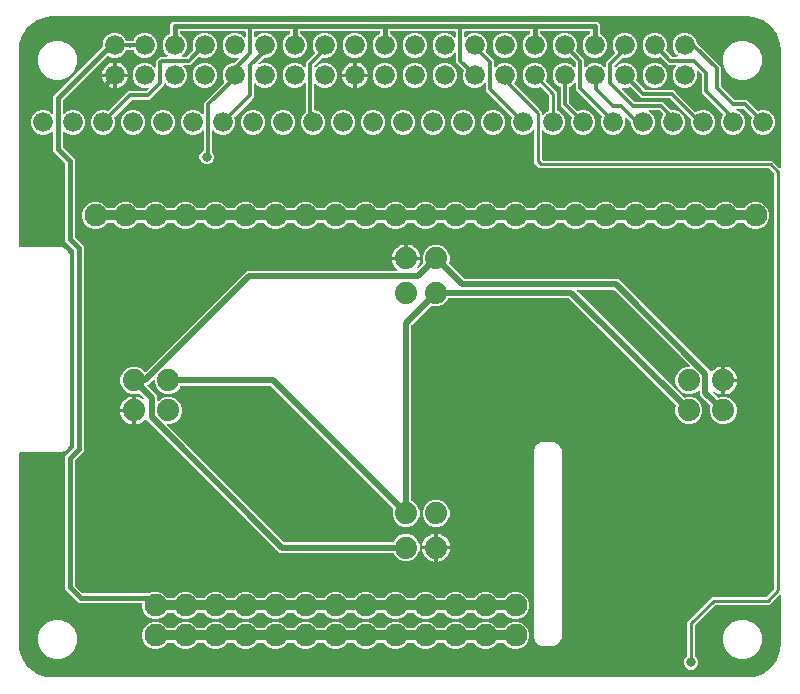
<source format=gbl>
G04 EAGLE Gerber X2 export*
G75*
%MOMM*%
%FSLAX34Y34*%
%LPD*%
%AMOC8*
5,1,8,0,0,1.08239X$1,22.5*%
G01*
%ADD10C,1.676400*%
%ADD11C,1.879600*%
%ADD12C,0.812800*%
%ADD13C,1.930400*%
%ADD14C,0.304800*%
%ADD15C,0.406400*%
%ADD16C,0.508000*%
%ADD17C,0.254000*%
%ADD18C,0.800100*%

G36*
X620022Y2544D02*
X620022Y2544D01*
X620060Y2543D01*
X624236Y2872D01*
X624242Y2873D01*
X624247Y2873D01*
X624412Y2907D01*
X632356Y5488D01*
X632388Y5504D01*
X632422Y5513D01*
X632568Y5596D01*
X639326Y10506D01*
X639351Y10531D01*
X639381Y10550D01*
X639494Y10674D01*
X644404Y17432D01*
X644420Y17464D01*
X644443Y17491D01*
X644512Y17644D01*
X647093Y25588D01*
X647094Y25594D01*
X647097Y25599D01*
X647128Y25764D01*
X647457Y29940D01*
X647455Y29962D01*
X647459Y30000D01*
X647459Y71991D01*
X647448Y72061D01*
X647446Y72133D01*
X647428Y72182D01*
X647420Y72233D01*
X647386Y72297D01*
X647361Y72364D01*
X647329Y72405D01*
X647304Y72451D01*
X647252Y72500D01*
X647208Y72556D01*
X647164Y72584D01*
X647126Y72620D01*
X647061Y72650D01*
X647001Y72689D01*
X646950Y72702D01*
X646903Y72724D01*
X646832Y72732D01*
X646762Y72749D01*
X646710Y72745D01*
X646659Y72751D01*
X646588Y72736D01*
X646517Y72730D01*
X646469Y72710D01*
X646418Y72699D01*
X646357Y72662D01*
X646291Y72634D01*
X646235Y72589D01*
X646207Y72572D01*
X646192Y72555D01*
X646160Y72529D01*
X639796Y66165D01*
X637638Y64007D01*
X592233Y64007D01*
X592143Y63993D01*
X592052Y63985D01*
X592023Y63973D01*
X591991Y63968D01*
X591910Y63925D01*
X591826Y63889D01*
X591794Y63863D01*
X591773Y63852D01*
X591751Y63829D01*
X591695Y63784D01*
X575026Y47115D01*
X574973Y47041D01*
X574913Y46972D01*
X574901Y46941D01*
X574882Y46915D01*
X574855Y46828D01*
X574821Y46743D01*
X574817Y46702D01*
X574810Y46680D01*
X574811Y46648D01*
X574803Y46577D01*
X574803Y20785D01*
X574804Y20776D01*
X574804Y20771D01*
X574809Y20749D01*
X574817Y20695D01*
X574825Y20604D01*
X574837Y20574D01*
X574842Y20542D01*
X574885Y20461D01*
X574921Y20378D01*
X574947Y20345D01*
X574958Y20325D01*
X574981Y20303D01*
X575026Y20247D01*
X576615Y18658D01*
X577533Y16440D01*
X577533Y14040D01*
X576615Y11822D01*
X574918Y10125D01*
X572700Y9207D01*
X570300Y9207D01*
X568082Y10125D01*
X566385Y11822D01*
X565467Y14040D01*
X565467Y16440D01*
X566385Y18658D01*
X567974Y20247D01*
X568027Y20321D01*
X568087Y20390D01*
X568099Y20420D01*
X568118Y20446D01*
X568145Y20533D01*
X568179Y20618D01*
X568183Y20659D01*
X568190Y20681D01*
X568189Y20714D01*
X568197Y20785D01*
X568197Y49628D01*
X589182Y70613D01*
X634587Y70613D01*
X634677Y70627D01*
X634768Y70635D01*
X634797Y70647D01*
X634829Y70652D01*
X634910Y70695D01*
X634994Y70731D01*
X635026Y70757D01*
X635047Y70768D01*
X635069Y70791D01*
X635125Y70836D01*
X641634Y77345D01*
X641687Y77419D01*
X641747Y77488D01*
X641759Y77519D01*
X641778Y77545D01*
X641805Y77632D01*
X641839Y77717D01*
X641843Y77758D01*
X641850Y77780D01*
X641849Y77812D01*
X641857Y77883D01*
X641857Y428847D01*
X641854Y428864D01*
X641856Y428880D01*
X641842Y428947D01*
X641835Y429028D01*
X641823Y429057D01*
X641818Y429089D01*
X641806Y429111D01*
X641804Y429121D01*
X641778Y429164D01*
X641775Y429170D01*
X641739Y429254D01*
X641713Y429286D01*
X641702Y429307D01*
X641680Y429328D01*
X641678Y429332D01*
X641675Y429334D01*
X641634Y429385D01*
X637665Y433354D01*
X637591Y433407D01*
X637522Y433467D01*
X637491Y433479D01*
X637465Y433498D01*
X637378Y433525D01*
X637293Y433559D01*
X637252Y433563D01*
X637230Y433570D01*
X637198Y433569D01*
X637127Y433577D01*
X443132Y433577D01*
X438657Y438052D01*
X438657Y465271D01*
X438646Y465342D01*
X438644Y465413D01*
X438626Y465462D01*
X438618Y465514D01*
X438584Y465577D01*
X438559Y465644D01*
X438527Y465685D01*
X438502Y465731D01*
X438450Y465780D01*
X438406Y465836D01*
X438362Y465864D01*
X438324Y465900D01*
X438259Y465930D01*
X438199Y465969D01*
X438148Y465982D01*
X438101Y466004D01*
X438030Y466012D01*
X437960Y466029D01*
X437908Y466025D01*
X437857Y466031D01*
X437786Y466016D01*
X437715Y466010D01*
X437667Y465990D01*
X437616Y465979D01*
X437555Y465942D01*
X437489Y465914D01*
X437433Y465869D01*
X437405Y465853D01*
X437390Y465835D01*
X437358Y465809D01*
X435160Y463611D01*
X431332Y462025D01*
X427188Y462025D01*
X423360Y463611D01*
X420431Y466540D01*
X418845Y470368D01*
X418845Y474512D01*
X419621Y476384D01*
X419648Y476498D01*
X419676Y476612D01*
X419676Y476618D01*
X419677Y476624D01*
X419666Y476740D01*
X419657Y476857D01*
X419655Y476862D01*
X419654Y476869D01*
X419606Y476976D01*
X419561Y477083D01*
X419556Y477089D01*
X419554Y477093D01*
X419541Y477107D01*
X419456Y477214D01*
X397763Y498907D01*
X397763Y504997D01*
X397762Y505004D01*
X397762Y505005D01*
X397761Y505012D01*
X397752Y505068D01*
X397750Y505139D01*
X397732Y505188D01*
X397724Y505240D01*
X397690Y505303D01*
X397665Y505370D01*
X397633Y505411D01*
X397608Y505457D01*
X397556Y505506D01*
X397512Y505562D01*
X397468Y505590D01*
X397430Y505626D01*
X397365Y505656D01*
X397305Y505695D01*
X397254Y505708D01*
X397207Y505730D01*
X397136Y505738D01*
X397066Y505755D01*
X397014Y505751D01*
X396963Y505757D01*
X396892Y505742D01*
X396821Y505736D01*
X396773Y505716D01*
X396722Y505705D01*
X396661Y505668D01*
X396595Y505640D01*
X396539Y505595D01*
X396511Y505579D01*
X396496Y505561D01*
X396464Y505535D01*
X394400Y503471D01*
X390572Y501885D01*
X386428Y501885D01*
X382600Y503471D01*
X379671Y506400D01*
X378085Y510228D01*
X378085Y514372D01*
X378861Y516244D01*
X378888Y516358D01*
X378916Y516472D01*
X378916Y516478D01*
X378917Y516484D01*
X378906Y516600D01*
X378897Y516717D01*
X378895Y516722D01*
X378894Y516729D01*
X378846Y516836D01*
X378801Y516943D01*
X378796Y516949D01*
X378794Y516953D01*
X378781Y516967D01*
X378696Y517074D01*
X372363Y523407D01*
X372363Y530397D01*
X372352Y530468D01*
X372350Y530539D01*
X372332Y530588D01*
X372324Y530640D01*
X372290Y530703D01*
X372265Y530770D01*
X372233Y530811D01*
X372208Y530857D01*
X372156Y530906D01*
X372112Y530962D01*
X372068Y530990D01*
X372030Y531026D01*
X371965Y531056D01*
X371905Y531095D01*
X371854Y531108D01*
X371807Y531130D01*
X371736Y531138D01*
X371666Y531155D01*
X371614Y531151D01*
X371563Y531157D01*
X371492Y531142D01*
X371421Y531136D01*
X371373Y531116D01*
X371322Y531105D01*
X371261Y531068D01*
X371195Y531040D01*
X371139Y530995D01*
X371111Y530979D01*
X371096Y530961D01*
X371064Y530935D01*
X369000Y528871D01*
X365172Y527285D01*
X361028Y527285D01*
X357200Y528871D01*
X354271Y531800D01*
X352685Y535628D01*
X352685Y539772D01*
X354271Y543600D01*
X357200Y546529D01*
X361028Y548115D01*
X365172Y548115D01*
X369000Y546529D01*
X371064Y544465D01*
X371122Y544423D01*
X371174Y544374D01*
X371221Y544352D01*
X371263Y544321D01*
X371332Y544300D01*
X371397Y544270D01*
X371449Y544264D01*
X371499Y544249D01*
X371570Y544251D01*
X371641Y544243D01*
X371692Y544254D01*
X371744Y544255D01*
X371812Y544280D01*
X371882Y544295D01*
X371927Y544322D01*
X371975Y544340D01*
X372031Y544385D01*
X372093Y544421D01*
X372127Y544461D01*
X372167Y544494D01*
X372206Y544554D01*
X372253Y544608D01*
X372272Y544657D01*
X372300Y544700D01*
X372318Y544770D01*
X372345Y544836D01*
X372353Y544908D01*
X372361Y544939D01*
X372359Y544962D01*
X372363Y545003D01*
X372363Y548894D01*
X372360Y548914D01*
X372362Y548933D01*
X372340Y549035D01*
X372324Y549137D01*
X372314Y549154D01*
X372310Y549174D01*
X372257Y549263D01*
X372208Y549354D01*
X372194Y549368D01*
X372184Y549385D01*
X372105Y549452D01*
X372030Y549524D01*
X372012Y549532D01*
X371997Y549545D01*
X371901Y549584D01*
X371807Y549627D01*
X371787Y549629D01*
X371769Y549637D01*
X371602Y549655D01*
X317126Y549655D01*
X317106Y549652D01*
X317087Y549654D01*
X316985Y549632D01*
X316883Y549616D01*
X316866Y549606D01*
X316846Y549602D01*
X316757Y549549D01*
X316666Y549500D01*
X316652Y549486D01*
X316635Y549476D01*
X316568Y549397D01*
X316496Y549322D01*
X316488Y549304D01*
X316475Y549289D01*
X316436Y549193D01*
X316393Y549099D01*
X316391Y549079D01*
X316383Y549061D01*
X316365Y548894D01*
X316365Y547798D01*
X316384Y547683D01*
X316401Y547567D01*
X316403Y547561D01*
X316404Y547555D01*
X316459Y547452D01*
X316512Y547348D01*
X316517Y547343D01*
X316520Y547338D01*
X316604Y547258D01*
X316688Y547175D01*
X316694Y547172D01*
X316698Y547168D01*
X316715Y547160D01*
X316835Y547094D01*
X318200Y546529D01*
X321129Y543600D01*
X322715Y539772D01*
X322715Y535628D01*
X321129Y531800D01*
X318200Y528871D01*
X314372Y527285D01*
X310228Y527285D01*
X306400Y528871D01*
X303471Y531800D01*
X301885Y535628D01*
X301885Y539772D01*
X303471Y543600D01*
X306400Y546529D01*
X307765Y547094D01*
X307865Y547156D01*
X307965Y547216D01*
X307969Y547221D01*
X307974Y547224D01*
X308049Y547315D01*
X308125Y547403D01*
X308127Y547409D01*
X308131Y547414D01*
X308173Y547522D01*
X308217Y547631D01*
X308218Y547639D01*
X308219Y547643D01*
X308220Y547661D01*
X308235Y547798D01*
X308235Y548894D01*
X308232Y548914D01*
X308234Y548933D01*
X308212Y549035D01*
X308196Y549137D01*
X308186Y549154D01*
X308182Y549174D01*
X308129Y549263D01*
X308080Y549354D01*
X308066Y549368D01*
X308056Y549385D01*
X307977Y549452D01*
X307902Y549524D01*
X307884Y549532D01*
X307869Y549545D01*
X307773Y549584D01*
X307679Y549627D01*
X307659Y549629D01*
X307641Y549637D01*
X307474Y549655D01*
X240926Y549655D01*
X240906Y549652D01*
X240887Y549654D01*
X240785Y549632D01*
X240683Y549616D01*
X240666Y549606D01*
X240646Y549602D01*
X240557Y549549D01*
X240466Y549500D01*
X240452Y549486D01*
X240435Y549476D01*
X240368Y549397D01*
X240296Y549322D01*
X240288Y549304D01*
X240275Y549289D01*
X240236Y549193D01*
X240193Y549099D01*
X240191Y549079D01*
X240183Y549061D01*
X240165Y548894D01*
X240165Y547798D01*
X240184Y547683D01*
X240201Y547567D01*
X240203Y547561D01*
X240204Y547555D01*
X240259Y547452D01*
X240312Y547348D01*
X240317Y547343D01*
X240320Y547338D01*
X240404Y547258D01*
X240488Y547175D01*
X240494Y547172D01*
X240498Y547168D01*
X240515Y547160D01*
X240635Y547094D01*
X242000Y546529D01*
X244929Y543600D01*
X246515Y539772D01*
X246515Y535628D01*
X244929Y531800D01*
X242000Y528871D01*
X238172Y527285D01*
X234028Y527285D01*
X230200Y528871D01*
X227271Y531800D01*
X225685Y535628D01*
X225685Y539772D01*
X227271Y543600D01*
X230200Y546529D01*
X231565Y547094D01*
X231665Y547156D01*
X231765Y547216D01*
X231769Y547221D01*
X231774Y547224D01*
X231849Y547315D01*
X231925Y547403D01*
X231927Y547409D01*
X231931Y547414D01*
X231973Y547522D01*
X232017Y547631D01*
X232018Y547639D01*
X232019Y547643D01*
X232020Y547661D01*
X232035Y547798D01*
X232035Y548894D01*
X232032Y548914D01*
X232034Y548933D01*
X232012Y549035D01*
X231996Y549137D01*
X231986Y549154D01*
X231982Y549174D01*
X231929Y549263D01*
X231880Y549354D01*
X231866Y549368D01*
X231856Y549385D01*
X231777Y549452D01*
X231702Y549524D01*
X231684Y549532D01*
X231669Y549545D01*
X231573Y549584D01*
X231479Y549627D01*
X231459Y549629D01*
X231441Y549637D01*
X231274Y549655D01*
X202438Y549655D01*
X202418Y549652D01*
X202399Y549654D01*
X202297Y549632D01*
X202195Y549616D01*
X202178Y549606D01*
X202158Y549602D01*
X202069Y549549D01*
X201978Y549500D01*
X201964Y549486D01*
X201947Y549476D01*
X201880Y549397D01*
X201808Y549322D01*
X201800Y549304D01*
X201787Y549289D01*
X201748Y549193D01*
X201705Y549099D01*
X201703Y549079D01*
X201695Y549061D01*
X201677Y548894D01*
X201677Y545243D01*
X201688Y545172D01*
X201690Y545101D01*
X201708Y545052D01*
X201716Y545000D01*
X201750Y544937D01*
X201775Y544870D01*
X201807Y544829D01*
X201832Y544783D01*
X201884Y544734D01*
X201928Y544678D01*
X201972Y544650D01*
X202010Y544614D01*
X202075Y544584D01*
X202135Y544545D01*
X202186Y544532D01*
X202233Y544510D01*
X202304Y544502D01*
X202374Y544485D01*
X202426Y544489D01*
X202477Y544483D01*
X202548Y544498D01*
X202619Y544504D01*
X202667Y544524D01*
X202718Y544535D01*
X202779Y544572D01*
X202845Y544600D01*
X202901Y544645D01*
X202929Y544661D01*
X202944Y544679D01*
X202976Y544705D01*
X204800Y546529D01*
X208628Y548115D01*
X212772Y548115D01*
X216600Y546529D01*
X219529Y543600D01*
X221115Y539772D01*
X221115Y535628D01*
X219529Y531800D01*
X216600Y528871D01*
X212772Y527285D01*
X210051Y527285D01*
X209960Y527271D01*
X209870Y527263D01*
X209840Y527251D01*
X209808Y527246D01*
X209727Y527203D01*
X209643Y527167D01*
X209611Y527141D01*
X209590Y527130D01*
X209568Y527107D01*
X209512Y527062D01*
X205422Y522972D01*
X205373Y522905D01*
X205372Y522903D01*
X205371Y522901D01*
X205365Y522893D01*
X205303Y522818D01*
X205293Y522793D01*
X205278Y522772D01*
X205249Y522679D01*
X205215Y522588D01*
X205213Y522562D01*
X205206Y522537D01*
X205208Y522439D01*
X205204Y522342D01*
X205211Y522317D01*
X205212Y522291D01*
X205246Y522199D01*
X205273Y522106D01*
X205288Y522085D01*
X205297Y522060D01*
X205357Y521984D01*
X205413Y521904D01*
X205434Y521888D01*
X205450Y521868D01*
X205532Y521815D01*
X205610Y521757D01*
X205635Y521749D01*
X205657Y521735D01*
X205752Y521711D01*
X205844Y521681D01*
X205870Y521681D01*
X205896Y521675D01*
X205993Y521682D01*
X206090Y521683D01*
X206122Y521692D01*
X206141Y521694D01*
X206171Y521707D01*
X206251Y521730D01*
X208628Y522715D01*
X212772Y522715D01*
X216600Y521129D01*
X219529Y518200D01*
X221115Y514372D01*
X221115Y510228D01*
X219529Y506400D01*
X216600Y503471D01*
X212772Y501885D01*
X208628Y501885D01*
X204800Y503471D01*
X202976Y505295D01*
X202918Y505337D01*
X202866Y505386D01*
X202819Y505408D01*
X202777Y505439D01*
X202708Y505460D01*
X202643Y505490D01*
X202591Y505496D01*
X202541Y505511D01*
X202470Y505509D01*
X202399Y505517D01*
X202348Y505506D01*
X202296Y505505D01*
X202228Y505480D01*
X202158Y505465D01*
X202113Y505438D01*
X202065Y505420D01*
X202009Y505375D01*
X201947Y505339D01*
X201913Y505299D01*
X201873Y505266D01*
X201834Y505206D01*
X201787Y505152D01*
X201768Y505103D01*
X201740Y505060D01*
X201722Y504990D01*
X201695Y504924D01*
X201687Y504852D01*
X201679Y504821D01*
X201681Y504798D01*
X201677Y504757D01*
X201677Y493827D01*
X199370Y491520D01*
X185064Y477214D01*
X184996Y477120D01*
X184926Y477025D01*
X184924Y477019D01*
X184920Y477014D01*
X184886Y476903D01*
X184850Y476792D01*
X184850Y476785D01*
X184848Y476779D01*
X184851Y476662D01*
X184852Y476546D01*
X184854Y476538D01*
X184854Y476533D01*
X184861Y476516D01*
X184899Y476384D01*
X185675Y474512D01*
X185675Y470368D01*
X184089Y466540D01*
X181160Y463611D01*
X177332Y462025D01*
X173188Y462025D01*
X169360Y463611D01*
X167416Y465555D01*
X167358Y465597D01*
X167306Y465646D01*
X167259Y465668D01*
X167217Y465699D01*
X167148Y465720D01*
X167083Y465750D01*
X167031Y465756D01*
X166981Y465771D01*
X166910Y465769D01*
X166839Y465777D01*
X166788Y465766D01*
X166736Y465765D01*
X166668Y465740D01*
X166598Y465725D01*
X166553Y465698D01*
X166505Y465680D01*
X166449Y465635D01*
X166387Y465599D01*
X166353Y465559D01*
X166313Y465526D01*
X166274Y465466D01*
X166227Y465412D01*
X166208Y465363D01*
X166180Y465320D01*
X166162Y465250D01*
X166135Y465184D01*
X166127Y465112D01*
X166119Y465081D01*
X166121Y465058D01*
X166117Y465017D01*
X166117Y447251D01*
X166131Y447161D01*
X166139Y447070D01*
X166151Y447040D01*
X166156Y447008D01*
X166199Y446927D01*
X166235Y446844D01*
X166261Y446811D01*
X166272Y446791D01*
X166295Y446769D01*
X166340Y446713D01*
X166405Y446648D01*
X167323Y444430D01*
X167323Y442030D01*
X166405Y439812D01*
X164708Y438115D01*
X162490Y437197D01*
X160090Y437197D01*
X157872Y438115D01*
X156175Y439812D01*
X155257Y442030D01*
X155257Y444430D01*
X156175Y446648D01*
X157872Y448345D01*
X158533Y448618D01*
X158633Y448680D01*
X158733Y448740D01*
X158737Y448745D01*
X158742Y448748D01*
X158817Y448838D01*
X158893Y448927D01*
X158895Y448933D01*
X158899Y448938D01*
X158941Y449046D01*
X158985Y449155D01*
X158986Y449163D01*
X158987Y449167D01*
X158988Y449185D01*
X159003Y449322D01*
X159003Y465017D01*
X158992Y465088D01*
X158990Y465159D01*
X158972Y465208D01*
X158964Y465260D01*
X158930Y465323D01*
X158905Y465390D01*
X158873Y465431D01*
X158848Y465477D01*
X158796Y465526D01*
X158752Y465582D01*
X158708Y465610D01*
X158670Y465646D01*
X158605Y465676D01*
X158545Y465715D01*
X158494Y465728D01*
X158447Y465750D01*
X158376Y465758D01*
X158306Y465775D01*
X158254Y465771D01*
X158203Y465777D01*
X158132Y465762D01*
X158061Y465756D01*
X158013Y465736D01*
X157962Y465725D01*
X157901Y465688D01*
X157835Y465660D01*
X157779Y465615D01*
X157751Y465599D01*
X157736Y465581D01*
X157704Y465555D01*
X155760Y463611D01*
X151932Y462025D01*
X147788Y462025D01*
X143960Y463611D01*
X141031Y466540D01*
X139445Y470368D01*
X139445Y474512D01*
X141031Y478340D01*
X143960Y481269D01*
X147788Y482855D01*
X151932Y482855D01*
X155760Y481269D01*
X157704Y479325D01*
X157762Y479283D01*
X157814Y479234D01*
X157861Y479212D01*
X157903Y479181D01*
X157972Y479160D01*
X158037Y479130D01*
X158089Y479124D01*
X158139Y479109D01*
X158210Y479111D01*
X158281Y479103D01*
X158332Y479114D01*
X158384Y479115D01*
X158452Y479140D01*
X158522Y479155D01*
X158567Y479182D01*
X158615Y479200D01*
X158671Y479245D01*
X158733Y479281D01*
X158767Y479321D01*
X158807Y479354D01*
X158846Y479414D01*
X158893Y479468D01*
X158912Y479517D01*
X158940Y479560D01*
X158958Y479630D01*
X158985Y479696D01*
X158993Y479768D01*
X159001Y479799D01*
X158999Y479822D01*
X159003Y479863D01*
X159003Y489153D01*
X176047Y506197D01*
X176114Y506291D01*
X176185Y506385D01*
X176187Y506391D01*
X176190Y506396D01*
X176224Y506507D01*
X176261Y506619D01*
X176261Y506625D01*
X176263Y506631D01*
X176260Y506748D01*
X176258Y506865D01*
X176256Y506872D01*
X176256Y506877D01*
X176250Y506895D01*
X176212Y507026D01*
X174885Y510228D01*
X174885Y514372D01*
X176471Y518200D01*
X179400Y521129D01*
X183228Y522715D01*
X184629Y522715D01*
X184720Y522729D01*
X184810Y522737D01*
X184840Y522749D01*
X184872Y522754D01*
X184953Y522797D01*
X185037Y522833D01*
X185069Y522859D01*
X185090Y522870D01*
X185112Y522893D01*
X185168Y522938D01*
X188325Y526095D01*
X188382Y526174D01*
X188444Y526249D01*
X188453Y526273D01*
X188469Y526295D01*
X188497Y526388D01*
X188532Y526479D01*
X188533Y526505D01*
X188541Y526530D01*
X188538Y526627D01*
X188542Y526724D01*
X188535Y526750D01*
X188535Y526776D01*
X188501Y526867D01*
X188474Y526961D01*
X188459Y526982D01*
X188450Y527007D01*
X188389Y527083D01*
X188334Y527163D01*
X188313Y527178D01*
X188296Y527199D01*
X188214Y527251D01*
X188136Y527309D01*
X188112Y527318D01*
X188089Y527332D01*
X187995Y527356D01*
X187902Y527386D01*
X187876Y527385D01*
X187851Y527392D01*
X187754Y527384D01*
X187656Y527383D01*
X187625Y527374D01*
X187606Y527373D01*
X187575Y527360D01*
X187495Y527337D01*
X187372Y527285D01*
X183228Y527285D01*
X179400Y528871D01*
X176471Y531800D01*
X174885Y535628D01*
X174885Y539772D01*
X176471Y543600D01*
X179400Y546529D01*
X183228Y548115D01*
X187372Y548115D01*
X191200Y546529D01*
X193264Y544465D01*
X193322Y544423D01*
X193374Y544374D01*
X193421Y544352D01*
X193463Y544321D01*
X193532Y544300D01*
X193597Y544270D01*
X193649Y544264D01*
X193699Y544249D01*
X193770Y544251D01*
X193841Y544243D01*
X193892Y544254D01*
X193944Y544255D01*
X194012Y544280D01*
X194082Y544295D01*
X194127Y544322D01*
X194175Y544340D01*
X194231Y544385D01*
X194293Y544421D01*
X194327Y544461D01*
X194367Y544494D01*
X194406Y544554D01*
X194453Y544608D01*
X194472Y544657D01*
X194500Y544700D01*
X194518Y544770D01*
X194545Y544836D01*
X194553Y544908D01*
X194561Y544939D01*
X194559Y544962D01*
X194563Y545003D01*
X194563Y548894D01*
X194560Y548914D01*
X194562Y548933D01*
X194540Y549035D01*
X194524Y549137D01*
X194514Y549154D01*
X194510Y549174D01*
X194457Y549263D01*
X194408Y549354D01*
X194394Y549368D01*
X194384Y549385D01*
X194305Y549452D01*
X194230Y549524D01*
X194212Y549532D01*
X194197Y549545D01*
X194101Y549584D01*
X194007Y549627D01*
X193987Y549629D01*
X193969Y549637D01*
X193802Y549655D01*
X139326Y549655D01*
X139306Y549652D01*
X139287Y549654D01*
X139185Y549632D01*
X139083Y549616D01*
X139066Y549606D01*
X139046Y549602D01*
X138957Y549549D01*
X138866Y549500D01*
X138852Y549486D01*
X138835Y549476D01*
X138768Y549397D01*
X138696Y549322D01*
X138688Y549304D01*
X138675Y549289D01*
X138636Y549193D01*
X138593Y549099D01*
X138591Y549079D01*
X138583Y549061D01*
X138565Y548894D01*
X138565Y547798D01*
X138584Y547683D01*
X138601Y547567D01*
X138603Y547561D01*
X138604Y547555D01*
X138659Y547452D01*
X138712Y547348D01*
X138717Y547343D01*
X138720Y547338D01*
X138804Y547258D01*
X138888Y547175D01*
X138894Y547172D01*
X138898Y547168D01*
X138915Y547160D01*
X139035Y547094D01*
X140400Y546529D01*
X143329Y543600D01*
X144915Y539772D01*
X144915Y535628D01*
X143329Y531800D01*
X140895Y529366D01*
X140853Y529308D01*
X140804Y529256D01*
X140782Y529209D01*
X140751Y529167D01*
X140730Y529098D01*
X140700Y529033D01*
X140694Y528981D01*
X140679Y528931D01*
X140681Y528860D01*
X140673Y528789D01*
X140684Y528738D01*
X140685Y528686D01*
X140710Y528618D01*
X140725Y528548D01*
X140752Y528503D01*
X140770Y528455D01*
X140815Y528399D01*
X140851Y528337D01*
X140891Y528303D01*
X140924Y528263D01*
X140984Y528224D01*
X141038Y528177D01*
X141087Y528158D01*
X141130Y528130D01*
X141200Y528112D01*
X141266Y528085D01*
X141338Y528077D01*
X141369Y528069D01*
X141392Y528071D01*
X141433Y528067D01*
X144261Y528067D01*
X144352Y528081D01*
X144442Y528089D01*
X144472Y528101D01*
X144504Y528106D01*
X144585Y528149D01*
X144669Y528185D01*
X144701Y528211D01*
X144722Y528222D01*
X144744Y528245D01*
X144800Y528290D01*
X149903Y533393D01*
X149950Y533459D01*
X149956Y533465D01*
X149959Y533471D01*
X149970Y533487D01*
X150041Y533581D01*
X150043Y533587D01*
X150046Y533592D01*
X150080Y533703D01*
X150117Y533815D01*
X150117Y533822D01*
X150119Y533827D01*
X150116Y533944D01*
X150114Y534061D01*
X150112Y534068D01*
X150112Y534073D01*
X150106Y534091D01*
X150068Y534222D01*
X149485Y535628D01*
X149485Y539772D01*
X151071Y543600D01*
X154000Y546529D01*
X157828Y548115D01*
X161972Y548115D01*
X165800Y546529D01*
X168729Y543600D01*
X170315Y539772D01*
X170315Y535628D01*
X168729Y531800D01*
X165800Y528871D01*
X161972Y527285D01*
X157828Y527285D01*
X155489Y528254D01*
X155375Y528281D01*
X155262Y528310D01*
X155255Y528309D01*
X155249Y528310D01*
X155133Y528299D01*
X155017Y528290D01*
X155011Y528288D01*
X155005Y528287D01*
X154897Y528240D01*
X154790Y528194D01*
X154784Y528189D01*
X154780Y528187D01*
X154766Y528175D01*
X154659Y528089D01*
X147523Y520953D01*
X142413Y520953D01*
X142342Y520942D01*
X142271Y520940D01*
X142222Y520922D01*
X142170Y520914D01*
X142107Y520880D01*
X142040Y520855D01*
X141999Y520823D01*
X141953Y520798D01*
X141904Y520746D01*
X141848Y520702D01*
X141820Y520658D01*
X141784Y520620D01*
X141754Y520555D01*
X141715Y520495D01*
X141702Y520444D01*
X141680Y520397D01*
X141672Y520326D01*
X141655Y520256D01*
X141659Y520204D01*
X141653Y520153D01*
X141668Y520082D01*
X141674Y520011D01*
X141694Y519963D01*
X141705Y519912D01*
X141742Y519851D01*
X141770Y519785D01*
X141815Y519729D01*
X141831Y519701D01*
X141833Y519700D01*
X141850Y519685D01*
X141875Y519654D01*
X143329Y518200D01*
X144915Y514372D01*
X144915Y510228D01*
X143329Y506400D01*
X140400Y503471D01*
X136572Y501885D01*
X132428Y501885D01*
X128600Y503471D01*
X126776Y505295D01*
X126718Y505337D01*
X126666Y505386D01*
X126619Y505408D01*
X126577Y505439D01*
X126508Y505460D01*
X126443Y505490D01*
X126391Y505496D01*
X126341Y505511D01*
X126270Y505509D01*
X126199Y505517D01*
X126148Y505506D01*
X126096Y505505D01*
X126028Y505480D01*
X125958Y505465D01*
X125913Y505438D01*
X125865Y505420D01*
X125809Y505375D01*
X125747Y505339D01*
X125713Y505299D01*
X125673Y505266D01*
X125634Y505206D01*
X125587Y505152D01*
X125568Y505103D01*
X125540Y505060D01*
X125522Y504990D01*
X125495Y504924D01*
X125487Y504852D01*
X125479Y504821D01*
X125481Y504798D01*
X125477Y504757D01*
X125477Y503987D01*
X113233Y491743D01*
X98309Y491743D01*
X98218Y491729D01*
X98128Y491721D01*
X98098Y491709D01*
X98066Y491704D01*
X97985Y491661D01*
X97901Y491625D01*
X97869Y491599D01*
X97848Y491588D01*
X97826Y491565D01*
X97770Y491520D01*
X83464Y477214D01*
X83396Y477120D01*
X83326Y477025D01*
X83324Y477019D01*
X83320Y477014D01*
X83286Y476903D01*
X83250Y476791D01*
X83250Y476785D01*
X83248Y476779D01*
X83251Y476662D01*
X83252Y476546D01*
X83254Y476538D01*
X83254Y476533D01*
X83261Y476516D01*
X83299Y476384D01*
X84075Y474512D01*
X84075Y470368D01*
X82489Y466540D01*
X79560Y463611D01*
X75732Y462025D01*
X71588Y462025D01*
X67760Y463611D01*
X64831Y466540D01*
X63245Y470368D01*
X63245Y474512D01*
X64831Y478340D01*
X67760Y481269D01*
X71588Y482855D01*
X75732Y482855D01*
X77604Y482079D01*
X77718Y482052D01*
X77832Y482024D01*
X77838Y482024D01*
X77844Y482023D01*
X77960Y482034D01*
X78077Y482043D01*
X78082Y482045D01*
X78089Y482046D01*
X78196Y482094D01*
X78303Y482139D01*
X78309Y482144D01*
X78313Y482146D01*
X78327Y482159D01*
X78434Y482244D01*
X95047Y498857D01*
X109971Y498857D01*
X110062Y498871D01*
X110152Y498879D01*
X110182Y498891D01*
X110214Y498896D01*
X110295Y498939D01*
X110379Y498975D01*
X110411Y499001D01*
X110432Y499012D01*
X110449Y499030D01*
X110451Y499031D01*
X110458Y499038D01*
X110510Y499080D01*
X112125Y500695D01*
X112182Y500774D01*
X112244Y500849D01*
X112253Y500874D01*
X112268Y500895D01*
X112297Y500988D01*
X112332Y501079D01*
X112333Y501105D01*
X112341Y501130D01*
X112338Y501227D01*
X112342Y501324D01*
X112335Y501350D01*
X112334Y501376D01*
X112301Y501467D01*
X112274Y501561D01*
X112259Y501582D01*
X112250Y501607D01*
X112189Y501683D01*
X112134Y501763D01*
X112113Y501778D01*
X112096Y501799D01*
X112014Y501851D01*
X111936Y501909D01*
X111911Y501918D01*
X111889Y501932D01*
X111795Y501955D01*
X111702Y501986D01*
X111676Y501985D01*
X111651Y501992D01*
X111554Y501984D01*
X111456Y501983D01*
X111425Y501974D01*
X111406Y501973D01*
X111375Y501960D01*
X111295Y501937D01*
X111172Y501885D01*
X107028Y501885D01*
X103200Y503471D01*
X100271Y506400D01*
X98685Y510228D01*
X98685Y514372D01*
X100271Y518200D01*
X103200Y521129D01*
X107028Y522715D01*
X111172Y522715D01*
X115000Y521129D01*
X117064Y519065D01*
X117122Y519023D01*
X117174Y518974D01*
X117221Y518952D01*
X117263Y518921D01*
X117332Y518900D01*
X117397Y518870D01*
X117449Y518864D01*
X117499Y518849D01*
X117570Y518851D01*
X117641Y518843D01*
X117692Y518854D01*
X117744Y518855D01*
X117812Y518880D01*
X117882Y518895D01*
X117927Y518922D01*
X117975Y518940D01*
X118031Y518985D01*
X118093Y519021D01*
X118127Y519061D01*
X118167Y519094D01*
X118206Y519154D01*
X118253Y519208D01*
X118272Y519257D01*
X118300Y519300D01*
X118318Y519370D01*
X118345Y519436D01*
X118353Y519508D01*
X118361Y519539D01*
X118359Y519562D01*
X118363Y519603D01*
X118363Y524713D01*
X120670Y527020D01*
X121717Y528067D01*
X127567Y528067D01*
X127638Y528078D01*
X127709Y528080D01*
X127758Y528098D01*
X127810Y528106D01*
X127873Y528140D01*
X127940Y528165D01*
X127981Y528197D01*
X128027Y528222D01*
X128076Y528274D01*
X128132Y528318D01*
X128160Y528362D01*
X128196Y528400D01*
X128226Y528465D01*
X128265Y528525D01*
X128278Y528576D01*
X128300Y528623D01*
X128308Y528694D01*
X128325Y528764D01*
X128321Y528816D01*
X128327Y528867D01*
X128312Y528938D01*
X128306Y529009D01*
X128286Y529057D01*
X128275Y529108D01*
X128238Y529169D01*
X128210Y529235D01*
X128165Y529291D01*
X128149Y529319D01*
X128131Y529334D01*
X128105Y529366D01*
X125671Y531800D01*
X124085Y535628D01*
X124085Y539772D01*
X125671Y543600D01*
X128600Y546529D01*
X129965Y547094D01*
X130065Y547156D01*
X130165Y547216D01*
X130169Y547221D01*
X130174Y547224D01*
X130249Y547315D01*
X130325Y547403D01*
X130327Y547409D01*
X130331Y547414D01*
X130373Y547522D01*
X130417Y547631D01*
X130418Y547639D01*
X130419Y547643D01*
X130420Y547661D01*
X130435Y547798D01*
X130435Y555404D01*
X132816Y557785D01*
X491784Y557785D01*
X494165Y555404D01*
X494165Y547798D01*
X494184Y547683D01*
X494201Y547567D01*
X494203Y547561D01*
X494204Y547555D01*
X494259Y547452D01*
X494312Y547348D01*
X494317Y547343D01*
X494320Y547338D01*
X494404Y547258D01*
X494488Y547175D01*
X494494Y547172D01*
X494498Y547168D01*
X494515Y547160D01*
X494635Y547094D01*
X496000Y546529D01*
X498929Y543600D01*
X500515Y539772D01*
X500515Y535628D01*
X498929Y531800D01*
X496000Y528871D01*
X492172Y527285D01*
X488028Y527285D01*
X484200Y528871D01*
X481271Y531800D01*
X479685Y535628D01*
X479685Y539772D01*
X481271Y543600D01*
X484200Y546529D01*
X485565Y547094D01*
X485665Y547156D01*
X485765Y547216D01*
X485769Y547221D01*
X485774Y547224D01*
X485849Y547315D01*
X485925Y547403D01*
X485927Y547409D01*
X485931Y547414D01*
X485973Y547522D01*
X486017Y547631D01*
X486018Y547639D01*
X486019Y547643D01*
X486020Y547661D01*
X486035Y547798D01*
X486035Y548894D01*
X486032Y548914D01*
X486034Y548933D01*
X486012Y549035D01*
X485996Y549137D01*
X485986Y549154D01*
X485982Y549174D01*
X485929Y549263D01*
X485880Y549354D01*
X485866Y549368D01*
X485856Y549385D01*
X485777Y549452D01*
X485702Y549524D01*
X485684Y549532D01*
X485669Y549545D01*
X485573Y549584D01*
X485479Y549627D01*
X485459Y549629D01*
X485441Y549637D01*
X485274Y549655D01*
X444246Y549655D01*
X444226Y549652D01*
X444207Y549654D01*
X444105Y549632D01*
X444003Y549616D01*
X443986Y549606D01*
X443966Y549602D01*
X443877Y549549D01*
X443786Y549500D01*
X443772Y549486D01*
X443755Y549476D01*
X443688Y549397D01*
X443616Y549322D01*
X443608Y549304D01*
X443595Y549289D01*
X443556Y549193D01*
X443513Y549099D01*
X443511Y549079D01*
X443503Y549061D01*
X443485Y548894D01*
X443485Y547748D01*
X443504Y547633D01*
X443521Y547517D01*
X443523Y547512D01*
X443524Y547505D01*
X443579Y547403D01*
X443632Y547298D01*
X443637Y547293D01*
X443640Y547288D01*
X443724Y547208D01*
X443808Y547126D01*
X443814Y547122D01*
X443818Y547119D01*
X443835Y547111D01*
X443955Y547045D01*
X445200Y546529D01*
X448129Y543600D01*
X449715Y539772D01*
X449715Y535628D01*
X448129Y531800D01*
X445200Y528871D01*
X441372Y527285D01*
X437228Y527285D01*
X433400Y528871D01*
X430471Y531800D01*
X428885Y535628D01*
X428885Y539772D01*
X430471Y543600D01*
X433400Y546529D01*
X434885Y547144D01*
X434985Y547206D01*
X435085Y547266D01*
X435089Y547271D01*
X435094Y547274D01*
X435169Y547364D01*
X435245Y547453D01*
X435247Y547458D01*
X435251Y547463D01*
X435293Y547572D01*
X435337Y547681D01*
X435338Y547688D01*
X435339Y547693D01*
X435340Y547711D01*
X435355Y547848D01*
X435355Y548894D01*
X435352Y548914D01*
X435354Y548933D01*
X435332Y549035D01*
X435316Y549137D01*
X435306Y549154D01*
X435302Y549174D01*
X435249Y549263D01*
X435200Y549354D01*
X435186Y549368D01*
X435176Y549385D01*
X435097Y549452D01*
X435022Y549524D01*
X435004Y549532D01*
X434989Y549545D01*
X434893Y549584D01*
X434799Y549627D01*
X434779Y549629D01*
X434761Y549637D01*
X434594Y549655D01*
X380238Y549655D01*
X380218Y549652D01*
X380199Y549654D01*
X380097Y549632D01*
X379995Y549616D01*
X379978Y549606D01*
X379958Y549602D01*
X379869Y549549D01*
X379778Y549500D01*
X379764Y549486D01*
X379747Y549476D01*
X379680Y549397D01*
X379608Y549322D01*
X379600Y549304D01*
X379587Y549289D01*
X379548Y549193D01*
X379505Y549099D01*
X379503Y549079D01*
X379495Y549061D01*
X379477Y548894D01*
X379477Y545243D01*
X379488Y545172D01*
X379490Y545101D01*
X379508Y545052D01*
X379516Y545000D01*
X379550Y544937D01*
X379575Y544870D01*
X379607Y544829D01*
X379632Y544783D01*
X379684Y544734D01*
X379728Y544678D01*
X379772Y544650D01*
X379810Y544614D01*
X379875Y544584D01*
X379935Y544545D01*
X379986Y544532D01*
X380033Y544510D01*
X380104Y544502D01*
X380174Y544485D01*
X380226Y544489D01*
X380277Y544483D01*
X380348Y544498D01*
X380419Y544504D01*
X380467Y544524D01*
X380518Y544535D01*
X380579Y544572D01*
X380645Y544600D01*
X380701Y544645D01*
X380729Y544661D01*
X380744Y544679D01*
X380776Y544705D01*
X382600Y546529D01*
X386428Y548115D01*
X390572Y548115D01*
X394400Y546529D01*
X397329Y543600D01*
X398915Y539772D01*
X398915Y535628D01*
X397659Y532596D01*
X397632Y532482D01*
X397603Y532369D01*
X397604Y532363D01*
X397602Y532356D01*
X397613Y532240D01*
X397623Y532124D01*
X397625Y532118D01*
X397626Y532112D01*
X397673Y532004D01*
X397719Y531897D01*
X397724Y531891D01*
X397726Y531887D01*
X397738Y531873D01*
X397824Y531766D01*
X404877Y524713D01*
X404877Y519843D01*
X404888Y519772D01*
X404890Y519701D01*
X404908Y519652D01*
X404916Y519600D01*
X404950Y519537D01*
X404975Y519470D01*
X405007Y519429D01*
X405032Y519383D01*
X405084Y519334D01*
X405128Y519278D01*
X405172Y519250D01*
X405210Y519214D01*
X405275Y519184D01*
X405335Y519145D01*
X405386Y519132D01*
X405433Y519110D01*
X405504Y519102D01*
X405574Y519085D01*
X405626Y519089D01*
X405677Y519083D01*
X405748Y519098D01*
X405819Y519104D01*
X405867Y519124D01*
X405918Y519135D01*
X405979Y519172D01*
X406045Y519200D01*
X406101Y519245D01*
X406129Y519261D01*
X406144Y519279D01*
X406176Y519305D01*
X408000Y521129D01*
X411828Y522715D01*
X415972Y522715D01*
X419800Y521129D01*
X422729Y518200D01*
X424315Y514372D01*
X424315Y510228D01*
X422729Y506400D01*
X422048Y505719D01*
X422036Y505703D01*
X422021Y505691D01*
X421965Y505603D01*
X421904Y505520D01*
X421899Y505501D01*
X421888Y505484D01*
X421863Y505383D01*
X421832Y505285D01*
X421833Y505265D01*
X421828Y505245D01*
X421836Y505142D01*
X421838Y505039D01*
X421845Y505020D01*
X421847Y505000D01*
X421887Y504905D01*
X421923Y504808D01*
X421935Y504792D01*
X421943Y504774D01*
X422048Y504643D01*
X443105Y483586D01*
X445263Y481428D01*
X445263Y479609D01*
X445274Y479538D01*
X445276Y479467D01*
X445294Y479418D01*
X445302Y479366D01*
X445336Y479303D01*
X445361Y479236D01*
X445393Y479195D01*
X445418Y479149D01*
X445470Y479100D01*
X445514Y479044D01*
X445558Y479016D01*
X445596Y478980D01*
X445661Y478950D01*
X445721Y478911D01*
X445772Y478898D01*
X445819Y478876D01*
X445890Y478868D01*
X445960Y478851D01*
X446012Y478855D01*
X446063Y478849D01*
X446134Y478864D01*
X446205Y478870D01*
X446253Y478890D01*
X446304Y478901D01*
X446365Y478938D01*
X446431Y478966D01*
X446487Y479011D01*
X446515Y479027D01*
X446530Y479045D01*
X446562Y479071D01*
X448760Y481269D01*
X450887Y482150D01*
X450987Y482212D01*
X451087Y482272D01*
X451091Y482276D01*
X451096Y482280D01*
X451171Y482370D01*
X451247Y482459D01*
X451249Y482464D01*
X451253Y482469D01*
X451295Y482578D01*
X451339Y482687D01*
X451340Y482694D01*
X451341Y482699D01*
X451342Y482717D01*
X451357Y482853D01*
X451357Y495257D01*
X451343Y495347D01*
X451335Y495438D01*
X451323Y495467D01*
X451318Y495499D01*
X451275Y495580D01*
X451239Y495664D01*
X451213Y495696D01*
X451202Y495717D01*
X451179Y495739D01*
X451134Y495795D01*
X444328Y502601D01*
X444234Y502669D01*
X444139Y502739D01*
X444133Y502741D01*
X444128Y502745D01*
X444017Y502779D01*
X443905Y502815D01*
X443899Y502815D01*
X443893Y502817D01*
X443776Y502814D01*
X443660Y502813D01*
X443652Y502811D01*
X443647Y502811D01*
X443630Y502804D01*
X443498Y502766D01*
X441372Y501885D01*
X437228Y501885D01*
X433400Y503471D01*
X430471Y506400D01*
X428885Y510228D01*
X428885Y514372D01*
X430471Y518200D01*
X433400Y521129D01*
X437228Y522715D01*
X441372Y522715D01*
X445200Y521129D01*
X448129Y518200D01*
X449715Y514372D01*
X449715Y510228D01*
X448834Y508102D01*
X448807Y507988D01*
X448779Y507874D01*
X448779Y507868D01*
X448778Y507862D01*
X448789Y507746D01*
X448798Y507629D01*
X448800Y507624D01*
X448801Y507617D01*
X448849Y507510D01*
X448894Y507403D01*
X448899Y507397D01*
X448901Y507393D01*
X448913Y507379D01*
X448999Y507272D01*
X457963Y498308D01*
X457963Y482853D01*
X457982Y482739D01*
X457999Y482622D01*
X458001Y482617D01*
X458002Y482611D01*
X458057Y482507D01*
X458110Y482403D01*
X458115Y482399D01*
X458118Y482393D01*
X458202Y482313D01*
X458286Y482231D01*
X458292Y482227D01*
X458296Y482224D01*
X458313Y482216D01*
X458433Y482150D01*
X460560Y481269D01*
X463489Y478340D01*
X465075Y474512D01*
X465075Y470368D01*
X463489Y466540D01*
X460560Y463611D01*
X456732Y462025D01*
X452588Y462025D01*
X448760Y463611D01*
X446562Y465809D01*
X446504Y465851D01*
X446452Y465900D01*
X446405Y465922D01*
X446363Y465953D01*
X446294Y465974D01*
X446229Y466004D01*
X446177Y466010D01*
X446127Y466025D01*
X446056Y466023D01*
X445985Y466031D01*
X445934Y466020D01*
X445882Y466019D01*
X445814Y465994D01*
X445744Y465979D01*
X445699Y465952D01*
X445651Y465934D01*
X445595Y465889D01*
X445533Y465853D01*
X445499Y465813D01*
X445459Y465780D01*
X445420Y465720D01*
X445373Y465666D01*
X445354Y465617D01*
X445326Y465574D01*
X445308Y465504D01*
X445281Y465438D01*
X445273Y465366D01*
X445265Y465335D01*
X445267Y465312D01*
X445263Y465271D01*
X445263Y441103D01*
X445277Y441013D01*
X445285Y440922D01*
X445297Y440893D01*
X445302Y440861D01*
X445345Y440780D01*
X445381Y440696D01*
X445407Y440664D01*
X445418Y440643D01*
X445441Y440621D01*
X445486Y440565D01*
X445645Y440406D01*
X445719Y440353D01*
X445788Y440293D01*
X445819Y440281D01*
X445845Y440262D01*
X445932Y440235D01*
X446017Y440201D01*
X446058Y440197D01*
X446080Y440190D01*
X446112Y440191D01*
X446183Y440183D01*
X640178Y440183D01*
X646160Y434201D01*
X646218Y434159D01*
X646270Y434110D01*
X646317Y434088D01*
X646359Y434057D01*
X646428Y434036D01*
X646493Y434006D01*
X646545Y434000D01*
X646595Y433985D01*
X646666Y433987D01*
X646737Y433979D01*
X646788Y433990D01*
X646840Y433991D01*
X646908Y434016D01*
X646978Y434031D01*
X647023Y434058D01*
X647071Y434076D01*
X647127Y434121D01*
X647189Y434158D01*
X647223Y434197D01*
X647263Y434230D01*
X647302Y434290D01*
X647349Y434344D01*
X647368Y434393D01*
X647396Y434437D01*
X647414Y434506D01*
X647441Y434573D01*
X647449Y434644D01*
X647457Y434675D01*
X647455Y434698D01*
X647459Y434739D01*
X647459Y535000D01*
X647456Y535022D01*
X647457Y535060D01*
X647128Y539236D01*
X647127Y539242D01*
X647127Y539247D01*
X647093Y539412D01*
X644512Y547356D01*
X644496Y547388D01*
X644487Y547422D01*
X644404Y547568D01*
X639494Y554326D01*
X639469Y554351D01*
X639450Y554381D01*
X639326Y554494D01*
X632568Y559404D01*
X632536Y559420D01*
X632509Y559443D01*
X632356Y559512D01*
X624412Y562093D01*
X624406Y562094D01*
X624401Y562097D01*
X624236Y562128D01*
X620060Y562457D01*
X620038Y562455D01*
X620000Y562459D01*
X30000Y562459D01*
X29978Y562456D01*
X29940Y562457D01*
X25764Y562128D01*
X25758Y562127D01*
X25753Y562127D01*
X25588Y562093D01*
X17644Y559512D01*
X17612Y559496D01*
X17578Y559487D01*
X17432Y559404D01*
X10674Y554494D01*
X10649Y554469D01*
X10619Y554450D01*
X10506Y554326D01*
X5596Y547568D01*
X5580Y547536D01*
X5557Y547509D01*
X5488Y547356D01*
X2907Y539412D01*
X2906Y539406D01*
X2903Y539401D01*
X2872Y539236D01*
X2543Y535060D01*
X2545Y535038D01*
X2541Y535000D01*
X2541Y367792D01*
X2544Y367772D01*
X2542Y367753D01*
X2564Y367651D01*
X2580Y367549D01*
X2590Y367532D01*
X2594Y367512D01*
X2647Y367423D01*
X2696Y367332D01*
X2710Y367318D01*
X2720Y367301D01*
X2799Y367234D01*
X2874Y367162D01*
X2892Y367154D01*
X2907Y367141D01*
X3003Y367102D01*
X3097Y367059D01*
X3117Y367057D01*
X3135Y367049D01*
X3302Y367031D01*
X39212Y367031D01*
X43338Y364648D01*
X45721Y360522D01*
X45721Y199548D01*
X43338Y195422D01*
X39212Y193039D01*
X3302Y193039D01*
X3282Y193036D01*
X3263Y193038D01*
X3161Y193016D01*
X3059Y193000D01*
X3042Y192990D01*
X3022Y192986D01*
X2933Y192933D01*
X2842Y192884D01*
X2828Y192870D01*
X2811Y192860D01*
X2744Y192781D01*
X2672Y192706D01*
X2664Y192688D01*
X2651Y192673D01*
X2612Y192577D01*
X2569Y192483D01*
X2567Y192463D01*
X2559Y192445D01*
X2541Y192278D01*
X2541Y30000D01*
X2544Y29978D01*
X2543Y29940D01*
X2872Y25764D01*
X2873Y25758D01*
X2873Y25753D01*
X2907Y25588D01*
X5488Y17644D01*
X5504Y17612D01*
X5513Y17578D01*
X5596Y17432D01*
X10506Y10674D01*
X10531Y10649D01*
X10550Y10619D01*
X10674Y10506D01*
X17432Y5596D01*
X17464Y5580D01*
X17491Y5557D01*
X17644Y5488D01*
X25588Y2907D01*
X25594Y2906D01*
X25599Y2903D01*
X25764Y2872D01*
X29940Y2543D01*
X29962Y2545D01*
X30000Y2541D01*
X620000Y2541D01*
X620022Y2544D01*
G37*
%LPC*%
G36*
X327926Y101091D02*
X327926Y101091D01*
X323725Y102832D01*
X320510Y106047D01*
X319916Y107479D01*
X319854Y107579D01*
X319795Y107679D01*
X319790Y107683D01*
X319787Y107688D01*
X319696Y107763D01*
X319608Y107839D01*
X319602Y107841D01*
X319597Y107845D01*
X319489Y107887D01*
X319380Y107931D01*
X319372Y107932D01*
X319368Y107933D01*
X319349Y107934D01*
X319213Y107949D01*
X223205Y107949D01*
X220304Y110851D01*
X110149Y221005D01*
X110085Y221052D01*
X110026Y221105D01*
X109985Y221123D01*
X109950Y221149D01*
X109874Y221172D01*
X109801Y221204D01*
X109757Y221208D01*
X109715Y221221D01*
X109635Y221219D01*
X109556Y221226D01*
X109513Y221216D01*
X109469Y221215D01*
X109394Y221187D01*
X109317Y221169D01*
X109279Y221146D01*
X109238Y221130D01*
X109175Y221081D01*
X109108Y221038D01*
X109069Y220995D01*
X109046Y220977D01*
X109031Y220953D01*
X108995Y220914D01*
X108928Y220822D01*
X107600Y219494D01*
X106079Y218389D01*
X104405Y217536D01*
X102618Y216955D01*
X101345Y216754D01*
X101345Y227838D01*
X101342Y227858D01*
X101344Y227877D01*
X101322Y227979D01*
X101305Y228081D01*
X101296Y228098D01*
X101292Y228118D01*
X101239Y228207D01*
X101190Y228298D01*
X101176Y228312D01*
X101166Y228329D01*
X101087Y228396D01*
X101012Y228467D01*
X100994Y228476D01*
X100979Y228489D01*
X100883Y228527D01*
X100789Y228571D01*
X100769Y228573D01*
X100751Y228581D01*
X100584Y228599D01*
X99821Y228599D01*
X99821Y228601D01*
X100584Y228601D01*
X100604Y228604D01*
X100623Y228602D01*
X100725Y228624D01*
X100827Y228641D01*
X100844Y228650D01*
X100864Y228654D01*
X100953Y228707D01*
X101044Y228756D01*
X101058Y228770D01*
X101075Y228780D01*
X101142Y228859D01*
X101213Y228934D01*
X101222Y228952D01*
X101235Y228967D01*
X101274Y229063D01*
X101317Y229157D01*
X101319Y229177D01*
X101327Y229195D01*
X101345Y229362D01*
X101345Y240446D01*
X102618Y240245D01*
X104405Y239664D01*
X106079Y238811D01*
X107268Y237947D01*
X107325Y237918D01*
X107377Y237881D01*
X107434Y237864D01*
X107488Y237837D01*
X107551Y237828D01*
X107612Y237809D01*
X107672Y237810D01*
X107731Y237802D01*
X107794Y237813D01*
X107858Y237815D01*
X107915Y237836D01*
X107973Y237847D01*
X108029Y237878D01*
X108089Y237900D01*
X108136Y237937D01*
X108188Y237966D01*
X108231Y238013D01*
X108281Y238053D01*
X108314Y238104D01*
X108354Y238148D01*
X108380Y238206D01*
X108414Y238260D01*
X108429Y238318D01*
X108453Y238373D01*
X108459Y238437D01*
X108474Y238499D01*
X108470Y238558D01*
X108475Y238618D01*
X108460Y238680D01*
X108455Y238744D01*
X108432Y238799D01*
X108418Y238857D01*
X108384Y238912D01*
X108359Y238970D01*
X108305Y239038D01*
X108287Y239066D01*
X108269Y239082D01*
X108254Y239101D01*
X104358Y242998D01*
X104263Y243065D01*
X104169Y243135D01*
X104163Y243137D01*
X104158Y243141D01*
X104047Y243175D01*
X103935Y243212D01*
X103929Y243212D01*
X103923Y243213D01*
X103806Y243210D01*
X103689Y243209D01*
X103682Y243207D01*
X103677Y243207D01*
X103659Y243201D01*
X103528Y243163D01*
X102096Y242569D01*
X97548Y242569D01*
X93347Y244310D01*
X90132Y247525D01*
X88391Y251726D01*
X88391Y256274D01*
X90132Y260475D01*
X93347Y263690D01*
X97548Y265431D01*
X102096Y265431D01*
X106297Y263690D01*
X108733Y261255D01*
X108749Y261243D01*
X108761Y261228D01*
X108849Y261171D01*
X108932Y261111D01*
X108951Y261105D01*
X108968Y261095D01*
X109069Y261069D01*
X109168Y261039D01*
X109187Y261039D01*
X109207Y261034D01*
X109310Y261043D01*
X109413Y261045D01*
X109432Y261052D01*
X109452Y261054D01*
X109547Y261094D01*
X109644Y261130D01*
X109660Y261142D01*
X109678Y261150D01*
X109809Y261255D01*
X195519Y346965D01*
X321892Y346965D01*
X321962Y346976D01*
X322034Y346978D01*
X322083Y346996D01*
X322134Y347004D01*
X322198Y347038D01*
X322265Y347063D01*
X322306Y347095D01*
X322352Y347120D01*
X322401Y347172D01*
X322457Y347216D01*
X322485Y347260D01*
X322521Y347298D01*
X322551Y347363D01*
X322590Y347423D01*
X322603Y347474D01*
X322625Y347521D01*
X322633Y347592D01*
X322650Y347662D01*
X322646Y347714D01*
X322652Y347765D01*
X322637Y347836D01*
X322631Y347907D01*
X322611Y347955D01*
X322600Y348006D01*
X322563Y348067D01*
X322535Y348133D01*
X322490Y348189D01*
X322473Y348217D01*
X322456Y348232D01*
X322430Y348264D01*
X321094Y349600D01*
X319989Y351121D01*
X319136Y352795D01*
X318555Y354582D01*
X318354Y355855D01*
X329438Y355855D01*
X329458Y355858D01*
X329477Y355856D01*
X329579Y355878D01*
X329681Y355895D01*
X329698Y355904D01*
X329718Y355908D01*
X329807Y355961D01*
X329898Y356010D01*
X329912Y356024D01*
X329929Y356034D01*
X329996Y356113D01*
X330067Y356188D01*
X330076Y356206D01*
X330089Y356221D01*
X330127Y356317D01*
X330171Y356411D01*
X330173Y356431D01*
X330181Y356449D01*
X330199Y356616D01*
X330199Y357379D01*
X330201Y357379D01*
X330201Y356616D01*
X330204Y356596D01*
X330202Y356577D01*
X330224Y356475D01*
X330241Y356373D01*
X330250Y356356D01*
X330254Y356336D01*
X330307Y356247D01*
X330356Y356156D01*
X330370Y356142D01*
X330380Y356125D01*
X330459Y356058D01*
X330534Y355987D01*
X330552Y355978D01*
X330567Y355965D01*
X330663Y355926D01*
X330757Y355883D01*
X330777Y355881D01*
X330795Y355873D01*
X330962Y355855D01*
X342046Y355855D01*
X341845Y354582D01*
X341264Y352795D01*
X340411Y351121D01*
X339547Y349932D01*
X339518Y349875D01*
X339481Y349823D01*
X339464Y349766D01*
X339437Y349712D01*
X339428Y349649D01*
X339409Y349588D01*
X339410Y349528D01*
X339402Y349469D01*
X339414Y349406D01*
X339415Y349342D01*
X339436Y349286D01*
X339447Y349227D01*
X339478Y349171D01*
X339500Y349111D01*
X339537Y349064D01*
X339566Y349012D01*
X339613Y348969D01*
X339653Y348919D01*
X339704Y348886D01*
X339748Y348846D01*
X339806Y348820D01*
X339860Y348786D01*
X339918Y348771D01*
X339973Y348747D01*
X340037Y348741D01*
X340099Y348726D01*
X340158Y348730D01*
X340218Y348725D01*
X340280Y348740D01*
X340344Y348745D01*
X340399Y348768D01*
X340457Y348782D01*
X340512Y348816D01*
X340570Y348841D01*
X340638Y348895D01*
X340666Y348913D01*
X340682Y348931D01*
X340701Y348946D01*
X344598Y352842D01*
X344665Y352937D01*
X344735Y353031D01*
X344737Y353037D01*
X344741Y353042D01*
X344775Y353153D01*
X344812Y353265D01*
X344812Y353271D01*
X344813Y353277D01*
X344810Y353394D01*
X344809Y353511D01*
X344807Y353518D01*
X344807Y353523D01*
X344801Y353541D01*
X344763Y353672D01*
X344169Y355104D01*
X344169Y359652D01*
X345910Y363853D01*
X349125Y367068D01*
X353326Y368809D01*
X357874Y368809D01*
X362075Y367068D01*
X365290Y363853D01*
X367031Y359652D01*
X367031Y355104D01*
X366437Y353672D01*
X366411Y353558D01*
X366382Y353445D01*
X366383Y353439D01*
X366381Y353432D01*
X366392Y353316D01*
X366401Y353200D01*
X366404Y353194D01*
X366404Y353188D01*
X366452Y353080D01*
X366498Y352973D01*
X366502Y352967D01*
X366504Y352963D01*
X366517Y352949D01*
X366602Y352842D01*
X379115Y340330D01*
X379189Y340277D01*
X379259Y340217D01*
X379289Y340205D01*
X379315Y340186D01*
X379402Y340159D01*
X379487Y340125D01*
X379528Y340121D01*
X379550Y340114D01*
X379582Y340115D01*
X379653Y340107D01*
X509839Y340107D01*
X512740Y337205D01*
X588351Y261595D01*
X588415Y261548D01*
X588474Y261495D01*
X588515Y261477D01*
X588550Y261451D01*
X588626Y261428D01*
X588699Y261396D01*
X588743Y261392D01*
X588785Y261379D01*
X588865Y261381D01*
X588944Y261374D01*
X588987Y261384D01*
X589031Y261385D01*
X589106Y261413D01*
X589183Y261431D01*
X589221Y261454D01*
X589262Y261470D01*
X589325Y261519D01*
X589392Y261562D01*
X589431Y261605D01*
X589454Y261623D01*
X589469Y261647D01*
X589505Y261686D01*
X589572Y261778D01*
X590900Y263106D01*
X592421Y264211D01*
X594095Y265064D01*
X595882Y265645D01*
X597155Y265846D01*
X597155Y254762D01*
X597158Y254742D01*
X597156Y254723D01*
X597178Y254621D01*
X597195Y254519D01*
X597204Y254502D01*
X597208Y254482D01*
X597261Y254393D01*
X597310Y254302D01*
X597324Y254288D01*
X597334Y254271D01*
X597413Y254204D01*
X597488Y254133D01*
X597506Y254124D01*
X597521Y254111D01*
X597617Y254073D01*
X597711Y254029D01*
X597731Y254027D01*
X597749Y254019D01*
X597916Y254001D01*
X598679Y254001D01*
X598679Y253999D01*
X597916Y253999D01*
X597896Y253996D01*
X597877Y253998D01*
X597775Y253976D01*
X597673Y253959D01*
X597656Y253950D01*
X597636Y253946D01*
X597547Y253893D01*
X597456Y253844D01*
X597442Y253830D01*
X597425Y253820D01*
X597358Y253741D01*
X597287Y253666D01*
X597278Y253648D01*
X597265Y253633D01*
X597226Y253537D01*
X597183Y253443D01*
X597181Y253423D01*
X597173Y253405D01*
X597155Y253238D01*
X597155Y242154D01*
X595882Y242355D01*
X594095Y242936D01*
X592421Y243789D01*
X591232Y244653D01*
X591175Y244682D01*
X591123Y244719D01*
X591066Y244736D01*
X591012Y244763D01*
X590949Y244772D01*
X590888Y244791D01*
X590828Y244790D01*
X590769Y244798D01*
X590706Y244786D01*
X590642Y244785D01*
X590586Y244764D01*
X590527Y244753D01*
X590471Y244722D01*
X590411Y244700D01*
X590364Y244663D01*
X590312Y244634D01*
X590269Y244587D01*
X590219Y244547D01*
X590186Y244496D01*
X590146Y244452D01*
X590120Y244394D01*
X590086Y244340D01*
X590071Y244282D01*
X590047Y244227D01*
X590041Y244163D01*
X590026Y244101D01*
X590031Y244042D01*
X590025Y243982D01*
X590040Y243920D01*
X590045Y243856D01*
X590068Y243801D01*
X590082Y243743D01*
X590116Y243688D01*
X590141Y243630D01*
X590195Y243562D01*
X590213Y243534D01*
X590231Y243518D01*
X590246Y243499D01*
X594142Y239602D01*
X594237Y239534D01*
X594331Y239465D01*
X594337Y239463D01*
X594342Y239459D01*
X594453Y239425D01*
X594565Y239388D01*
X594571Y239388D01*
X594577Y239387D01*
X594694Y239390D01*
X594811Y239391D01*
X594818Y239393D01*
X594823Y239393D01*
X594840Y239399D01*
X594972Y239437D01*
X596404Y240031D01*
X600952Y240031D01*
X605153Y238290D01*
X608368Y235075D01*
X610109Y230874D01*
X610109Y226326D01*
X608368Y222125D01*
X605153Y218910D01*
X600952Y217169D01*
X596404Y217169D01*
X592203Y218910D01*
X588988Y222125D01*
X587247Y226326D01*
X587247Y230874D01*
X587841Y232306D01*
X587867Y232420D01*
X587896Y232533D01*
X587895Y232539D01*
X587897Y232546D01*
X587886Y232662D01*
X587877Y232778D01*
X587874Y232784D01*
X587874Y232790D01*
X587826Y232898D01*
X587780Y233005D01*
X587776Y233011D01*
X587774Y233015D01*
X587761Y233029D01*
X587676Y233136D01*
X582021Y238790D01*
X579119Y241692D01*
X579119Y245394D01*
X579117Y245408D01*
X579118Y245419D01*
X579108Y245468D01*
X579106Y245536D01*
X579088Y245585D01*
X579080Y245637D01*
X579046Y245700D01*
X579021Y245767D01*
X578989Y245808D01*
X578964Y245854D01*
X578912Y245903D01*
X578868Y245959D01*
X578824Y245988D01*
X578786Y246023D01*
X578721Y246054D01*
X578661Y246092D01*
X578610Y246105D01*
X578563Y246127D01*
X578492Y246135D01*
X578422Y246153D01*
X578370Y246148D01*
X578319Y246154D01*
X578248Y246139D01*
X578177Y246133D01*
X578129Y246113D01*
X578078Y246102D01*
X578017Y246065D01*
X577951Y246037D01*
X577895Y245992D01*
X577889Y245989D01*
X577883Y245986D01*
X577882Y245985D01*
X577867Y245976D01*
X577852Y245958D01*
X577820Y245932D01*
X576197Y244310D01*
X571996Y242569D01*
X567448Y242569D01*
X563247Y244310D01*
X560032Y247525D01*
X558291Y251726D01*
X558291Y256274D01*
X560032Y260475D01*
X563247Y263690D01*
X567448Y265431D01*
X569743Y265431D01*
X569814Y265442D01*
X569886Y265444D01*
X569935Y265462D01*
X569986Y265470D01*
X570049Y265504D01*
X570117Y265529D01*
X570157Y265561D01*
X570203Y265586D01*
X570253Y265638D01*
X570309Y265682D01*
X570337Y265726D01*
X570373Y265764D01*
X570403Y265829D01*
X570442Y265889D01*
X570454Y265940D01*
X570476Y265987D01*
X570484Y266058D01*
X570502Y266128D01*
X570498Y266180D01*
X570503Y266231D01*
X570488Y266302D01*
X570483Y266373D01*
X570462Y266421D01*
X570451Y266472D01*
X570414Y266533D01*
X570386Y266599D01*
X570342Y266655D01*
X570325Y266683D01*
X570307Y266698D01*
X570282Y266730D01*
X506273Y330738D01*
X506200Y330791D01*
X506130Y330851D01*
X506100Y330863D01*
X506074Y330882D01*
X505987Y330909D01*
X505902Y330943D01*
X505861Y330947D01*
X505839Y330954D01*
X505806Y330953D01*
X505735Y330961D01*
X475665Y330961D01*
X475595Y330950D01*
X475523Y330948D01*
X475474Y330930D01*
X475423Y330922D01*
X475359Y330888D01*
X475292Y330863D01*
X475251Y330831D01*
X475205Y330806D01*
X475156Y330755D01*
X475100Y330710D01*
X475072Y330666D01*
X475036Y330628D01*
X475006Y330563D01*
X474967Y330503D01*
X474954Y330452D01*
X474932Y330405D01*
X474924Y330334D01*
X474907Y330264D01*
X474911Y330212D01*
X474905Y330161D01*
X474920Y330090D01*
X474926Y330019D01*
X474946Y329971D01*
X474957Y329920D01*
X474994Y329859D01*
X475022Y329793D01*
X475067Y329737D01*
X475084Y329709D01*
X475101Y329694D01*
X475127Y329662D01*
X565186Y239602D01*
X565281Y239535D01*
X565375Y239465D01*
X565381Y239463D01*
X565386Y239459D01*
X565497Y239425D01*
X565609Y239388D01*
X565615Y239388D01*
X565621Y239387D01*
X565738Y239390D01*
X565855Y239391D01*
X565862Y239393D01*
X565867Y239393D01*
X565885Y239399D01*
X566016Y239437D01*
X567448Y240031D01*
X571996Y240031D01*
X576197Y238290D01*
X579412Y235075D01*
X581153Y230874D01*
X581153Y226326D01*
X579412Y222125D01*
X576197Y218910D01*
X571996Y217169D01*
X567448Y217169D01*
X563247Y218910D01*
X560032Y222125D01*
X558291Y226326D01*
X558291Y230874D01*
X558885Y232306D01*
X558911Y232420D01*
X558940Y232533D01*
X558939Y232539D01*
X558941Y232546D01*
X558930Y232662D01*
X558921Y232778D01*
X558918Y232784D01*
X558918Y232790D01*
X558870Y232898D01*
X558824Y233005D01*
X558820Y233011D01*
X558818Y233015D01*
X558805Y233029D01*
X558720Y233136D01*
X468229Y323626D01*
X468155Y323679D01*
X468085Y323739D01*
X468055Y323751D01*
X468029Y323770D01*
X467942Y323797D01*
X467857Y323831D01*
X467816Y323835D01*
X467794Y323842D01*
X467762Y323841D01*
X467691Y323849D01*
X366587Y323849D01*
X366472Y323830D01*
X366356Y323813D01*
X366351Y323811D01*
X366344Y323810D01*
X366242Y323755D01*
X366137Y323702D01*
X366132Y323697D01*
X366127Y323694D01*
X366047Y323610D01*
X365965Y323526D01*
X365961Y323520D01*
X365958Y323516D01*
X365950Y323499D01*
X365884Y323379D01*
X365290Y321947D01*
X362075Y318732D01*
X357874Y316991D01*
X353326Y316991D01*
X351894Y317585D01*
X351780Y317611D01*
X351667Y317640D01*
X351661Y317639D01*
X351654Y317641D01*
X351538Y317630D01*
X351422Y317621D01*
X351416Y317618D01*
X351410Y317618D01*
X351302Y317570D01*
X351195Y317524D01*
X351189Y317520D01*
X351185Y317518D01*
X351171Y317505D01*
X351064Y317420D01*
X334996Y301351D01*
X334943Y301277D01*
X334883Y301207D01*
X334871Y301177D01*
X334852Y301151D01*
X334825Y301064D01*
X334791Y300979D01*
X334787Y300938D01*
X334780Y300916D01*
X334781Y300884D01*
X334773Y300813D01*
X334773Y152465D01*
X334792Y152350D01*
X334809Y152234D01*
X334811Y152229D01*
X334812Y152222D01*
X334867Y152120D01*
X334920Y152015D01*
X334925Y152010D01*
X334928Y152005D01*
X335012Y151925D01*
X335096Y151843D01*
X335102Y151839D01*
X335106Y151836D01*
X335123Y151828D01*
X335243Y151762D01*
X336675Y151168D01*
X339890Y147953D01*
X341631Y143752D01*
X341631Y139204D01*
X339890Y135003D01*
X336675Y131788D01*
X332474Y130047D01*
X327926Y130047D01*
X323725Y131788D01*
X320510Y135003D01*
X318769Y139204D01*
X318769Y143752D01*
X319363Y145184D01*
X319389Y145298D01*
X319418Y145411D01*
X319417Y145417D01*
X319419Y145424D01*
X319408Y145540D01*
X319399Y145656D01*
X319396Y145662D01*
X319396Y145668D01*
X319348Y145776D01*
X319302Y145883D01*
X319298Y145889D01*
X319296Y145893D01*
X319283Y145907D01*
X319198Y146014D01*
X216007Y249204D01*
X215933Y249257D01*
X215863Y249317D01*
X215833Y249329D01*
X215807Y249348D01*
X215720Y249375D01*
X215635Y249409D01*
X215594Y249413D01*
X215572Y249420D01*
X215540Y249419D01*
X215469Y249427D01*
X139765Y249427D01*
X139650Y249408D01*
X139534Y249391D01*
X139529Y249389D01*
X139522Y249388D01*
X139420Y249333D01*
X139315Y249280D01*
X139310Y249275D01*
X139305Y249272D01*
X139225Y249188D01*
X139143Y249104D01*
X139139Y249098D01*
X139136Y249094D01*
X139128Y249077D01*
X139062Y248957D01*
X138468Y247525D01*
X135253Y244310D01*
X131052Y242569D01*
X126504Y242569D01*
X122303Y244310D01*
X119088Y247525D01*
X117347Y251726D01*
X117347Y254021D01*
X117336Y254092D01*
X117334Y254164D01*
X117316Y254213D01*
X117308Y254264D01*
X117274Y254327D01*
X117249Y254395D01*
X117217Y254435D01*
X117192Y254481D01*
X117140Y254531D01*
X117096Y254587D01*
X117052Y254615D01*
X117014Y254651D01*
X116949Y254681D01*
X116889Y254720D01*
X116838Y254732D01*
X116791Y254754D01*
X116720Y254762D01*
X116650Y254780D01*
X116598Y254776D01*
X116547Y254781D01*
X116476Y254766D01*
X116405Y254761D01*
X116357Y254740D01*
X116306Y254729D01*
X116245Y254692D01*
X116179Y254664D01*
X116123Y254620D01*
X116095Y254603D01*
X116080Y254585D01*
X116048Y254560D01*
X111427Y249939D01*
X111415Y249922D01*
X111400Y249910D01*
X111344Y249823D01*
X111283Y249739D01*
X111277Y249720D01*
X111267Y249703D01*
X111241Y249603D01*
X111211Y249504D01*
X111211Y249484D01*
X111207Y249465D01*
X111215Y249362D01*
X111217Y249258D01*
X111224Y249239D01*
X111226Y249219D01*
X111266Y249124D01*
X111302Y249027D01*
X111314Y249011D01*
X111322Y248993D01*
X111427Y248862D01*
X116479Y243810D01*
X119381Y240908D01*
X119381Y237206D01*
X119392Y237135D01*
X119394Y237064D01*
X119412Y237015D01*
X119420Y236963D01*
X119454Y236900D01*
X119479Y236833D01*
X119511Y236792D01*
X119536Y236746D01*
X119588Y236697D01*
X119632Y236641D01*
X119676Y236612D01*
X119714Y236577D01*
X119779Y236546D01*
X119839Y236508D01*
X119890Y236495D01*
X119937Y236473D01*
X120008Y236465D01*
X120078Y236447D01*
X120130Y236452D01*
X120181Y236446D01*
X120252Y236461D01*
X120323Y236467D01*
X120371Y236487D01*
X120422Y236498D01*
X120483Y236535D01*
X120549Y236563D01*
X120605Y236608D01*
X120633Y236624D01*
X120648Y236642D01*
X120680Y236668D01*
X122303Y238290D01*
X126504Y240031D01*
X131052Y240031D01*
X135253Y238290D01*
X138468Y235075D01*
X140209Y230874D01*
X140209Y226326D01*
X138468Y222125D01*
X135253Y218910D01*
X131052Y217169D01*
X128757Y217169D01*
X128686Y217158D01*
X128614Y217156D01*
X128565Y217138D01*
X128514Y217130D01*
X128451Y217096D01*
X128383Y217071D01*
X128343Y217039D01*
X128297Y217014D01*
X128247Y216962D01*
X128191Y216918D01*
X128163Y216874D01*
X128127Y216836D01*
X128097Y216771D01*
X128058Y216711D01*
X128046Y216660D01*
X128024Y216613D01*
X128016Y216542D01*
X127998Y216472D01*
X128002Y216420D01*
X127997Y216369D01*
X128012Y216298D01*
X128017Y216227D01*
X128038Y216179D01*
X128049Y216128D01*
X128086Y216067D01*
X128114Y216001D01*
X128158Y215945D01*
X128175Y215917D01*
X128193Y215902D01*
X128218Y215870D01*
X226771Y117318D01*
X226844Y117265D01*
X226914Y117205D01*
X226944Y117193D01*
X226970Y117174D01*
X227057Y117147D01*
X227142Y117113D01*
X227183Y117109D01*
X227205Y117102D01*
X227238Y117103D01*
X227309Y117095D01*
X319213Y117095D01*
X319328Y117114D01*
X319444Y117131D01*
X319449Y117133D01*
X319456Y117134D01*
X319558Y117189D01*
X319663Y117242D01*
X319668Y117247D01*
X319673Y117250D01*
X319753Y117334D01*
X319835Y117418D01*
X319839Y117424D01*
X319842Y117428D01*
X319850Y117445D01*
X319916Y117565D01*
X320510Y118997D01*
X323725Y122212D01*
X327926Y123953D01*
X332474Y123953D01*
X336675Y122212D01*
X339890Y118997D01*
X341631Y114796D01*
X341631Y110248D01*
X339890Y106047D01*
X336675Y102832D01*
X332474Y101091D01*
X327926Y101091D01*
G37*
%LPD*%
%LPC*%
G36*
X115786Y51815D02*
X115786Y51815D01*
X111491Y53594D01*
X108204Y56881D01*
X106425Y61176D01*
X106425Y65024D01*
X106422Y65044D01*
X106424Y65063D01*
X106402Y65165D01*
X106386Y65267D01*
X106376Y65284D01*
X106372Y65304D01*
X106319Y65393D01*
X106270Y65484D01*
X106256Y65498D01*
X106246Y65515D01*
X106167Y65582D01*
X106092Y65654D01*
X106074Y65662D01*
X106059Y65675D01*
X105963Y65714D01*
X105869Y65757D01*
X105849Y65759D01*
X105831Y65767D01*
X105664Y65785D01*
X52926Y65785D01*
X41655Y77056D01*
X41655Y189644D01*
X49052Y197041D01*
X49105Y197115D01*
X49165Y197184D01*
X49177Y197214D01*
X49196Y197240D01*
X49223Y197327D01*
X49257Y197412D01*
X49261Y197453D01*
X49268Y197476D01*
X49267Y197508D01*
X49275Y197579D01*
X49275Y363761D01*
X49261Y363851D01*
X49253Y363942D01*
X49241Y363972D01*
X49236Y364004D01*
X49193Y364084D01*
X49157Y364168D01*
X49131Y364200D01*
X49120Y364221D01*
X49097Y364243D01*
X49052Y364299D01*
X41655Y371696D01*
X41655Y437421D01*
X41641Y437511D01*
X41633Y437602D01*
X41621Y437632D01*
X41616Y437664D01*
X41573Y437744D01*
X41537Y437828D01*
X41511Y437860D01*
X41500Y437881D01*
X41477Y437903D01*
X41432Y437959D01*
X31495Y447896D01*
X31495Y464509D01*
X31484Y464580D01*
X31482Y464651D01*
X31464Y464700D01*
X31456Y464752D01*
X31422Y464815D01*
X31397Y464882D01*
X31365Y464923D01*
X31340Y464969D01*
X31288Y465018D01*
X31244Y465074D01*
X31200Y465102D01*
X31162Y465138D01*
X31097Y465168D01*
X31037Y465207D01*
X30986Y465220D01*
X30939Y465242D01*
X30868Y465250D01*
X30798Y465267D01*
X30746Y465263D01*
X30695Y465269D01*
X30624Y465254D01*
X30553Y465248D01*
X30505Y465228D01*
X30454Y465217D01*
X30393Y465180D01*
X30327Y465152D01*
X30271Y465107D01*
X30243Y465091D01*
X30228Y465073D01*
X30196Y465047D01*
X28760Y463611D01*
X24932Y462025D01*
X20788Y462025D01*
X16960Y463611D01*
X14031Y466540D01*
X12445Y470368D01*
X12445Y474512D01*
X14031Y478340D01*
X16960Y481269D01*
X20788Y482855D01*
X24932Y482855D01*
X28760Y481269D01*
X30196Y479833D01*
X30254Y479791D01*
X30306Y479742D01*
X30353Y479720D01*
X30395Y479689D01*
X30464Y479668D01*
X30529Y479638D01*
X30581Y479632D01*
X30631Y479617D01*
X30702Y479619D01*
X30773Y479611D01*
X30824Y479622D01*
X30876Y479623D01*
X30944Y479648D01*
X31014Y479663D01*
X31059Y479690D01*
X31107Y479708D01*
X31163Y479753D01*
X31225Y479789D01*
X31259Y479829D01*
X31299Y479862D01*
X31338Y479922D01*
X31385Y479976D01*
X31404Y480025D01*
X31432Y480068D01*
X31450Y480138D01*
X31477Y480204D01*
X31485Y480276D01*
X31493Y480307D01*
X31491Y480330D01*
X31495Y480371D01*
X31495Y494444D01*
X34099Y497048D01*
X73062Y536011D01*
X73115Y536085D01*
X73175Y536154D01*
X73187Y536184D01*
X73206Y536210D01*
X73233Y536297D01*
X73267Y536382D01*
X73271Y536423D01*
X73278Y536445D01*
X73277Y536478D01*
X73285Y536549D01*
X73285Y539772D01*
X74871Y543600D01*
X77800Y546529D01*
X81628Y548115D01*
X85772Y548115D01*
X89600Y546529D01*
X92529Y543600D01*
X93305Y541727D01*
X93366Y541627D01*
X93426Y541527D01*
X93431Y541523D01*
X93435Y541518D01*
X93525Y541443D01*
X93613Y541367D01*
X93619Y541365D01*
X93624Y541361D01*
X93732Y541319D01*
X93842Y541275D01*
X93849Y541274D01*
X93854Y541273D01*
X93872Y541272D01*
X94008Y541257D01*
X98792Y541257D01*
X98907Y541276D01*
X99023Y541293D01*
X99028Y541295D01*
X99035Y541296D01*
X99137Y541351D01*
X99242Y541404D01*
X99246Y541409D01*
X99252Y541412D01*
X99332Y541496D01*
X99414Y541580D01*
X99418Y541586D01*
X99421Y541590D01*
X99429Y541607D01*
X99495Y541727D01*
X100271Y543600D01*
X103200Y546529D01*
X107028Y548115D01*
X111172Y548115D01*
X115000Y546529D01*
X117929Y543600D01*
X119515Y539772D01*
X119515Y535628D01*
X117929Y531800D01*
X115000Y528871D01*
X111172Y527285D01*
X107028Y527285D01*
X103200Y528871D01*
X100271Y531800D01*
X99495Y533673D01*
X99446Y533753D01*
X99445Y533755D01*
X99442Y533759D01*
X99434Y533773D01*
X99374Y533873D01*
X99369Y533877D01*
X99365Y533882D01*
X99299Y533937D01*
X99291Y533947D01*
X99273Y533959D01*
X99187Y534033D01*
X99181Y534035D01*
X99176Y534039D01*
X99107Y534066D01*
X99084Y534080D01*
X99042Y534091D01*
X98958Y534125D01*
X98951Y534126D01*
X98946Y534127D01*
X98928Y534128D01*
X98869Y534135D01*
X98846Y534141D01*
X98828Y534139D01*
X98792Y534143D01*
X98781Y534143D01*
X98738Y534136D01*
X98701Y534138D01*
X98660Y534126D01*
X98600Y534121D01*
X98571Y534109D01*
X98539Y534104D01*
X98486Y534075D01*
X98464Y534069D01*
X98443Y534055D01*
X98374Y534025D01*
X98342Y533999D01*
X98321Y533988D01*
X98299Y533965D01*
X98243Y533920D01*
X97993Y533670D01*
X95047Y533670D01*
X94797Y533920D01*
X94723Y533974D01*
X94653Y534033D01*
X94623Y534045D01*
X94597Y534064D01*
X94510Y534091D01*
X94425Y534125D01*
X94384Y534129D01*
X94362Y534136D01*
X94330Y534135D01*
X94259Y534143D01*
X94008Y534143D01*
X93893Y534124D01*
X93777Y534107D01*
X93772Y534105D01*
X93765Y534104D01*
X93663Y534049D01*
X93558Y533996D01*
X93554Y533991D01*
X93548Y533988D01*
X93468Y533904D01*
X93386Y533820D01*
X93382Y533814D01*
X93379Y533810D01*
X93371Y533793D01*
X93305Y533673D01*
X92529Y531800D01*
X89600Y528871D01*
X85772Y527285D01*
X81628Y527285D01*
X78001Y528788D01*
X77887Y528814D01*
X77774Y528843D01*
X77767Y528843D01*
X77761Y528844D01*
X77645Y528833D01*
X77528Y528824D01*
X77523Y528822D01*
X77516Y528821D01*
X77409Y528773D01*
X77302Y528728D01*
X77296Y528723D01*
X77292Y528721D01*
X77278Y528708D01*
X77171Y528623D01*
X39848Y491299D01*
X39795Y491225D01*
X39735Y491156D01*
X39723Y491126D01*
X39704Y491100D01*
X39677Y491013D01*
X39643Y490928D01*
X39639Y490887D01*
X39632Y490864D01*
X39633Y490832D01*
X39625Y490761D01*
X39625Y480371D01*
X39636Y480300D01*
X39638Y480229D01*
X39656Y480180D01*
X39664Y480128D01*
X39698Y480065D01*
X39723Y479998D01*
X39755Y479957D01*
X39780Y479911D01*
X39832Y479862D01*
X39876Y479806D01*
X39920Y479778D01*
X39958Y479742D01*
X40023Y479712D01*
X40083Y479673D01*
X40134Y479660D01*
X40181Y479638D01*
X40252Y479630D01*
X40322Y479613D01*
X40374Y479617D01*
X40425Y479611D01*
X40496Y479626D01*
X40567Y479632D01*
X40615Y479652D01*
X40666Y479663D01*
X40727Y479700D01*
X40793Y479728D01*
X40849Y479773D01*
X40877Y479789D01*
X40892Y479807D01*
X40924Y479833D01*
X42360Y481269D01*
X46188Y482855D01*
X50332Y482855D01*
X54160Y481269D01*
X57089Y478340D01*
X58675Y474512D01*
X58675Y470368D01*
X57089Y466540D01*
X54160Y463611D01*
X50332Y462025D01*
X46188Y462025D01*
X42360Y463611D01*
X40924Y465047D01*
X40866Y465089D01*
X40814Y465138D01*
X40767Y465160D01*
X40725Y465191D01*
X40656Y465212D01*
X40591Y465242D01*
X40539Y465248D01*
X40489Y465263D01*
X40418Y465261D01*
X40347Y465269D01*
X40296Y465258D01*
X40244Y465257D01*
X40176Y465232D01*
X40106Y465217D01*
X40061Y465190D01*
X40013Y465172D01*
X39957Y465127D01*
X39895Y465091D01*
X39861Y465051D01*
X39821Y465018D01*
X39782Y464958D01*
X39735Y464904D01*
X39716Y464855D01*
X39688Y464812D01*
X39670Y464742D01*
X39643Y464676D01*
X39635Y464604D01*
X39627Y464573D01*
X39629Y464550D01*
X39625Y464509D01*
X39625Y451579D01*
X39639Y451489D01*
X39647Y451398D01*
X39659Y451368D01*
X39664Y451336D01*
X39707Y451256D01*
X39743Y451172D01*
X39769Y451140D01*
X39780Y451119D01*
X39803Y451097D01*
X39848Y451041D01*
X49785Y441104D01*
X49785Y375379D01*
X49799Y375289D01*
X49807Y375198D01*
X49819Y375168D01*
X49824Y375136D01*
X49867Y375056D01*
X49903Y374972D01*
X49929Y374940D01*
X49940Y374919D01*
X49963Y374897D01*
X50008Y374841D01*
X57405Y367444D01*
X57405Y193896D01*
X50008Y186499D01*
X49959Y186432D01*
X49957Y186430D01*
X49957Y186428D01*
X49955Y186425D01*
X49895Y186356D01*
X49883Y186326D01*
X49864Y186300D01*
X49837Y186213D01*
X49803Y186128D01*
X49799Y186087D01*
X49792Y186064D01*
X49793Y186032D01*
X49785Y185961D01*
X49785Y80739D01*
X49799Y80649D01*
X49807Y80558D01*
X49819Y80528D01*
X49824Y80496D01*
X49867Y80416D01*
X49903Y80332D01*
X49929Y80300D01*
X49940Y80279D01*
X49963Y80257D01*
X50008Y80201D01*
X56071Y74138D01*
X56145Y74085D01*
X56214Y74025D01*
X56244Y74013D01*
X56270Y73994D01*
X56357Y73967D01*
X56442Y73933D01*
X56483Y73929D01*
X56506Y73922D01*
X56538Y73923D01*
X56609Y73915D01*
X112568Y73915D01*
X112633Y73925D01*
X112698Y73926D01*
X112779Y73949D01*
X112811Y73954D01*
X112828Y73964D01*
X112860Y73973D01*
X115786Y75185D01*
X120434Y75185D01*
X124729Y73406D01*
X128016Y70119D01*
X128037Y70067D01*
X128099Y69967D01*
X128159Y69867D01*
X128164Y69863D01*
X128167Y69858D01*
X128257Y69783D01*
X128346Y69707D01*
X128352Y69705D01*
X128357Y69701D01*
X128465Y69659D01*
X128574Y69615D01*
X128582Y69614D01*
X128586Y69613D01*
X128604Y69612D01*
X128741Y69597D01*
X132879Y69597D01*
X132994Y69616D01*
X133110Y69633D01*
X133116Y69635D01*
X133122Y69636D01*
X133225Y69691D01*
X133329Y69744D01*
X133334Y69749D01*
X133339Y69752D01*
X133420Y69837D01*
X133502Y69920D01*
X133505Y69926D01*
X133509Y69930D01*
X133517Y69947D01*
X133583Y70067D01*
X133604Y70119D01*
X136891Y73406D01*
X141186Y75185D01*
X145834Y75185D01*
X150129Y73406D01*
X153416Y70119D01*
X153437Y70067D01*
X153499Y69967D01*
X153559Y69867D01*
X153564Y69863D01*
X153567Y69858D01*
X153657Y69783D01*
X153746Y69707D01*
X153752Y69705D01*
X153757Y69701D01*
X153865Y69659D01*
X153974Y69615D01*
X153982Y69614D01*
X153986Y69613D01*
X154004Y69612D01*
X154141Y69597D01*
X158279Y69597D01*
X158394Y69616D01*
X158510Y69633D01*
X158516Y69635D01*
X158522Y69636D01*
X158625Y69691D01*
X158729Y69744D01*
X158734Y69749D01*
X158739Y69752D01*
X158820Y69837D01*
X158902Y69920D01*
X158905Y69926D01*
X158909Y69930D01*
X158917Y69947D01*
X158983Y70067D01*
X159004Y70119D01*
X162291Y73406D01*
X166586Y75185D01*
X171234Y75185D01*
X175529Y73406D01*
X178816Y70119D01*
X178837Y70067D01*
X178899Y69967D01*
X178959Y69867D01*
X178964Y69863D01*
X178967Y69858D01*
X179057Y69783D01*
X179146Y69707D01*
X179152Y69705D01*
X179157Y69701D01*
X179265Y69659D01*
X179374Y69615D01*
X179382Y69614D01*
X179386Y69613D01*
X179404Y69612D01*
X179541Y69597D01*
X183679Y69597D01*
X183794Y69616D01*
X183910Y69633D01*
X183916Y69635D01*
X183922Y69636D01*
X184025Y69691D01*
X184129Y69744D01*
X184134Y69749D01*
X184139Y69752D01*
X184220Y69837D01*
X184302Y69920D01*
X184305Y69926D01*
X184309Y69930D01*
X184317Y69947D01*
X184383Y70067D01*
X184404Y70119D01*
X187691Y73406D01*
X191986Y75185D01*
X196634Y75185D01*
X200929Y73406D01*
X204216Y70119D01*
X204237Y70067D01*
X204299Y69967D01*
X204359Y69867D01*
X204364Y69863D01*
X204367Y69858D01*
X204457Y69783D01*
X204546Y69707D01*
X204552Y69705D01*
X204557Y69701D01*
X204665Y69659D01*
X204774Y69615D01*
X204782Y69614D01*
X204786Y69613D01*
X204804Y69612D01*
X204941Y69597D01*
X209079Y69597D01*
X209194Y69616D01*
X209310Y69633D01*
X209316Y69635D01*
X209322Y69636D01*
X209425Y69691D01*
X209529Y69744D01*
X209534Y69749D01*
X209539Y69752D01*
X209620Y69837D01*
X209702Y69920D01*
X209705Y69926D01*
X209709Y69930D01*
X209717Y69947D01*
X209783Y70067D01*
X209804Y70119D01*
X213091Y73406D01*
X217386Y75185D01*
X222034Y75185D01*
X226329Y73406D01*
X229616Y70119D01*
X229637Y70067D01*
X229699Y69967D01*
X229759Y69867D01*
X229764Y69863D01*
X229767Y69858D01*
X229857Y69783D01*
X229946Y69707D01*
X229952Y69705D01*
X229957Y69701D01*
X230065Y69659D01*
X230174Y69615D01*
X230182Y69614D01*
X230186Y69613D01*
X230204Y69612D01*
X230341Y69597D01*
X234479Y69597D01*
X234594Y69616D01*
X234710Y69633D01*
X234716Y69635D01*
X234722Y69636D01*
X234825Y69691D01*
X234929Y69744D01*
X234934Y69749D01*
X234939Y69752D01*
X235020Y69837D01*
X235102Y69920D01*
X235105Y69926D01*
X235109Y69930D01*
X235117Y69947D01*
X235183Y70067D01*
X235204Y70119D01*
X238491Y73406D01*
X242786Y75185D01*
X247434Y75185D01*
X251729Y73406D01*
X255016Y70119D01*
X255037Y70067D01*
X255099Y69967D01*
X255159Y69867D01*
X255164Y69863D01*
X255167Y69858D01*
X255257Y69783D01*
X255346Y69707D01*
X255352Y69705D01*
X255357Y69701D01*
X255465Y69659D01*
X255574Y69615D01*
X255582Y69614D01*
X255586Y69613D01*
X255604Y69612D01*
X255741Y69597D01*
X259879Y69597D01*
X259994Y69616D01*
X260110Y69633D01*
X260116Y69635D01*
X260122Y69636D01*
X260225Y69691D01*
X260329Y69744D01*
X260334Y69749D01*
X260339Y69752D01*
X260420Y69837D01*
X260502Y69920D01*
X260505Y69926D01*
X260509Y69930D01*
X260517Y69947D01*
X260583Y70067D01*
X260604Y70119D01*
X263891Y73406D01*
X268186Y75185D01*
X272834Y75185D01*
X277129Y73406D01*
X280416Y70119D01*
X280437Y70067D01*
X280499Y69967D01*
X280559Y69867D01*
X280564Y69863D01*
X280567Y69858D01*
X280657Y69783D01*
X280746Y69707D01*
X280752Y69705D01*
X280757Y69701D01*
X280865Y69659D01*
X280974Y69615D01*
X280982Y69614D01*
X280986Y69613D01*
X281004Y69612D01*
X281141Y69597D01*
X285279Y69597D01*
X285394Y69616D01*
X285510Y69633D01*
X285516Y69635D01*
X285522Y69636D01*
X285625Y69691D01*
X285729Y69744D01*
X285734Y69749D01*
X285739Y69752D01*
X285820Y69837D01*
X285902Y69920D01*
X285905Y69926D01*
X285909Y69930D01*
X285917Y69947D01*
X285983Y70067D01*
X286004Y70119D01*
X289291Y73406D01*
X293586Y75185D01*
X298234Y75185D01*
X302529Y73406D01*
X305816Y70119D01*
X305837Y70067D01*
X305899Y69967D01*
X305959Y69867D01*
X305964Y69863D01*
X305967Y69858D01*
X306057Y69783D01*
X306146Y69707D01*
X306152Y69705D01*
X306157Y69701D01*
X306265Y69659D01*
X306374Y69615D01*
X306382Y69614D01*
X306386Y69613D01*
X306404Y69612D01*
X306541Y69597D01*
X310679Y69597D01*
X310794Y69616D01*
X310910Y69633D01*
X310916Y69635D01*
X310922Y69636D01*
X311025Y69691D01*
X311129Y69744D01*
X311134Y69749D01*
X311139Y69752D01*
X311220Y69837D01*
X311302Y69920D01*
X311305Y69926D01*
X311309Y69930D01*
X311317Y69947D01*
X311383Y70067D01*
X311404Y70119D01*
X314691Y73406D01*
X318986Y75185D01*
X323634Y75185D01*
X327929Y73406D01*
X331216Y70119D01*
X331237Y70067D01*
X331299Y69967D01*
X331359Y69867D01*
X331364Y69863D01*
X331367Y69858D01*
X331457Y69783D01*
X331546Y69707D01*
X331552Y69705D01*
X331557Y69701D01*
X331665Y69659D01*
X331774Y69615D01*
X331782Y69614D01*
X331786Y69613D01*
X331804Y69612D01*
X331941Y69597D01*
X336079Y69597D01*
X336194Y69616D01*
X336310Y69633D01*
X336316Y69635D01*
X336322Y69636D01*
X336425Y69691D01*
X336529Y69744D01*
X336534Y69749D01*
X336539Y69752D01*
X336620Y69837D01*
X336702Y69920D01*
X336705Y69926D01*
X336709Y69930D01*
X336717Y69947D01*
X336783Y70067D01*
X336804Y70119D01*
X340091Y73406D01*
X344386Y75185D01*
X349034Y75185D01*
X353329Y73406D01*
X356616Y70119D01*
X356637Y70067D01*
X356699Y69967D01*
X356759Y69867D01*
X356764Y69863D01*
X356767Y69858D01*
X356857Y69783D01*
X356946Y69707D01*
X356952Y69705D01*
X356957Y69701D01*
X357065Y69659D01*
X357174Y69615D01*
X357182Y69614D01*
X357186Y69613D01*
X357204Y69612D01*
X357341Y69597D01*
X361479Y69597D01*
X361594Y69616D01*
X361710Y69633D01*
X361716Y69635D01*
X361722Y69636D01*
X361825Y69691D01*
X361929Y69744D01*
X361934Y69749D01*
X361939Y69752D01*
X362020Y69837D01*
X362102Y69920D01*
X362105Y69926D01*
X362109Y69930D01*
X362117Y69947D01*
X362183Y70067D01*
X362204Y70119D01*
X365491Y73406D01*
X369786Y75185D01*
X374434Y75185D01*
X378729Y73406D01*
X382016Y70119D01*
X382037Y70067D01*
X382099Y69967D01*
X382159Y69867D01*
X382164Y69863D01*
X382167Y69858D01*
X382257Y69783D01*
X382346Y69707D01*
X382352Y69705D01*
X382357Y69701D01*
X382465Y69659D01*
X382574Y69615D01*
X382582Y69614D01*
X382586Y69613D01*
X382604Y69612D01*
X382741Y69597D01*
X386879Y69597D01*
X386994Y69616D01*
X387110Y69633D01*
X387116Y69635D01*
X387122Y69636D01*
X387225Y69691D01*
X387329Y69744D01*
X387334Y69749D01*
X387339Y69752D01*
X387420Y69837D01*
X387502Y69920D01*
X387505Y69926D01*
X387509Y69930D01*
X387517Y69947D01*
X387583Y70067D01*
X387604Y70119D01*
X390891Y73406D01*
X395186Y75185D01*
X399834Y75185D01*
X404129Y73406D01*
X407416Y70119D01*
X407437Y70067D01*
X407499Y69967D01*
X407559Y69867D01*
X407564Y69863D01*
X407567Y69858D01*
X407657Y69783D01*
X407746Y69707D01*
X407752Y69705D01*
X407757Y69701D01*
X407865Y69659D01*
X407974Y69615D01*
X407982Y69614D01*
X407986Y69613D01*
X408004Y69612D01*
X408141Y69597D01*
X412279Y69597D01*
X412394Y69616D01*
X412510Y69633D01*
X412516Y69635D01*
X412522Y69636D01*
X412625Y69691D01*
X412729Y69744D01*
X412734Y69749D01*
X412739Y69752D01*
X412820Y69837D01*
X412902Y69920D01*
X412905Y69926D01*
X412909Y69930D01*
X412917Y69947D01*
X412983Y70067D01*
X413004Y70119D01*
X416291Y73406D01*
X420586Y75185D01*
X425234Y75185D01*
X429529Y73406D01*
X432816Y70119D01*
X434595Y65824D01*
X434595Y61176D01*
X432816Y56881D01*
X429529Y53594D01*
X425234Y51815D01*
X420586Y51815D01*
X416291Y53594D01*
X413004Y56881D01*
X412983Y56933D01*
X412921Y57033D01*
X412861Y57133D01*
X412856Y57137D01*
X412853Y57142D01*
X412763Y57217D01*
X412674Y57293D01*
X412668Y57295D01*
X412663Y57299D01*
X412555Y57341D01*
X412446Y57385D01*
X412438Y57386D01*
X412434Y57387D01*
X412416Y57388D01*
X412279Y57403D01*
X408141Y57403D01*
X408026Y57384D01*
X407910Y57367D01*
X407904Y57365D01*
X407898Y57364D01*
X407795Y57309D01*
X407691Y57256D01*
X407686Y57251D01*
X407681Y57248D01*
X407600Y57163D01*
X407518Y57080D01*
X407515Y57074D01*
X407511Y57070D01*
X407503Y57053D01*
X407437Y56933D01*
X407416Y56881D01*
X404129Y53594D01*
X399834Y51815D01*
X395186Y51815D01*
X390891Y53594D01*
X387604Y56881D01*
X387583Y56933D01*
X387521Y57033D01*
X387461Y57133D01*
X387456Y57137D01*
X387453Y57142D01*
X387363Y57217D01*
X387274Y57293D01*
X387268Y57295D01*
X387263Y57299D01*
X387155Y57341D01*
X387046Y57385D01*
X387038Y57386D01*
X387034Y57387D01*
X387016Y57388D01*
X386879Y57403D01*
X382741Y57403D01*
X382626Y57384D01*
X382510Y57367D01*
X382504Y57365D01*
X382498Y57364D01*
X382395Y57309D01*
X382291Y57256D01*
X382286Y57251D01*
X382281Y57248D01*
X382200Y57163D01*
X382118Y57080D01*
X382115Y57074D01*
X382111Y57070D01*
X382103Y57053D01*
X382037Y56933D01*
X382016Y56881D01*
X378729Y53594D01*
X374434Y51815D01*
X369786Y51815D01*
X365491Y53594D01*
X362204Y56881D01*
X362183Y56933D01*
X362121Y57033D01*
X362061Y57133D01*
X362056Y57137D01*
X362053Y57142D01*
X361963Y57217D01*
X361874Y57293D01*
X361868Y57295D01*
X361863Y57299D01*
X361755Y57341D01*
X361646Y57385D01*
X361638Y57386D01*
X361634Y57387D01*
X361616Y57388D01*
X361479Y57403D01*
X357341Y57403D01*
X357226Y57384D01*
X357110Y57367D01*
X357104Y57365D01*
X357098Y57364D01*
X356995Y57309D01*
X356891Y57256D01*
X356886Y57251D01*
X356881Y57248D01*
X356800Y57163D01*
X356718Y57080D01*
X356715Y57074D01*
X356711Y57070D01*
X356703Y57053D01*
X356637Y56933D01*
X356616Y56881D01*
X353329Y53594D01*
X349034Y51815D01*
X344386Y51815D01*
X340091Y53594D01*
X336804Y56881D01*
X336783Y56933D01*
X336721Y57033D01*
X336661Y57133D01*
X336656Y57137D01*
X336653Y57142D01*
X336563Y57217D01*
X336474Y57293D01*
X336468Y57295D01*
X336463Y57299D01*
X336355Y57341D01*
X336246Y57385D01*
X336238Y57386D01*
X336234Y57387D01*
X336216Y57388D01*
X336079Y57403D01*
X331941Y57403D01*
X331826Y57384D01*
X331710Y57367D01*
X331704Y57365D01*
X331698Y57364D01*
X331595Y57309D01*
X331491Y57256D01*
X331486Y57251D01*
X331481Y57248D01*
X331400Y57163D01*
X331318Y57080D01*
X331315Y57074D01*
X331311Y57070D01*
X331303Y57053D01*
X331237Y56933D01*
X331216Y56881D01*
X327929Y53594D01*
X323634Y51815D01*
X318986Y51815D01*
X314691Y53594D01*
X311404Y56881D01*
X311383Y56933D01*
X311321Y57033D01*
X311261Y57133D01*
X311256Y57137D01*
X311253Y57142D01*
X311163Y57217D01*
X311074Y57293D01*
X311068Y57295D01*
X311063Y57299D01*
X310955Y57341D01*
X310846Y57385D01*
X310838Y57386D01*
X310834Y57387D01*
X310816Y57388D01*
X310679Y57403D01*
X306541Y57403D01*
X306426Y57384D01*
X306310Y57367D01*
X306304Y57365D01*
X306298Y57364D01*
X306195Y57309D01*
X306091Y57256D01*
X306086Y57251D01*
X306081Y57248D01*
X306000Y57163D01*
X305918Y57080D01*
X305915Y57074D01*
X305911Y57070D01*
X305903Y57053D01*
X305837Y56933D01*
X305816Y56881D01*
X302529Y53594D01*
X298234Y51815D01*
X293586Y51815D01*
X289291Y53594D01*
X286004Y56881D01*
X285983Y56933D01*
X285921Y57033D01*
X285861Y57133D01*
X285856Y57137D01*
X285853Y57142D01*
X285763Y57217D01*
X285674Y57293D01*
X285668Y57295D01*
X285663Y57299D01*
X285555Y57341D01*
X285446Y57385D01*
X285438Y57386D01*
X285434Y57387D01*
X285416Y57388D01*
X285279Y57403D01*
X281141Y57403D01*
X281026Y57384D01*
X280910Y57367D01*
X280904Y57365D01*
X280898Y57364D01*
X280795Y57309D01*
X280691Y57256D01*
X280686Y57251D01*
X280681Y57248D01*
X280600Y57163D01*
X280518Y57080D01*
X280515Y57074D01*
X280511Y57070D01*
X280503Y57053D01*
X280437Y56933D01*
X280416Y56881D01*
X277129Y53594D01*
X272834Y51815D01*
X268186Y51815D01*
X263891Y53594D01*
X260604Y56881D01*
X260583Y56933D01*
X260521Y57033D01*
X260461Y57133D01*
X260456Y57137D01*
X260453Y57142D01*
X260363Y57217D01*
X260274Y57293D01*
X260268Y57295D01*
X260263Y57299D01*
X260155Y57341D01*
X260046Y57385D01*
X260038Y57386D01*
X260034Y57387D01*
X260016Y57388D01*
X259879Y57403D01*
X255741Y57403D01*
X255626Y57384D01*
X255510Y57367D01*
X255504Y57365D01*
X255498Y57364D01*
X255395Y57309D01*
X255291Y57256D01*
X255286Y57251D01*
X255281Y57248D01*
X255200Y57163D01*
X255118Y57080D01*
X255115Y57074D01*
X255111Y57070D01*
X255103Y57053D01*
X255037Y56933D01*
X255016Y56881D01*
X251729Y53594D01*
X247434Y51815D01*
X242786Y51815D01*
X238491Y53594D01*
X235204Y56881D01*
X235183Y56933D01*
X235121Y57033D01*
X235061Y57133D01*
X235056Y57137D01*
X235053Y57142D01*
X234963Y57217D01*
X234874Y57293D01*
X234868Y57295D01*
X234863Y57299D01*
X234755Y57341D01*
X234646Y57385D01*
X234638Y57386D01*
X234634Y57387D01*
X234616Y57388D01*
X234479Y57403D01*
X230341Y57403D01*
X230226Y57384D01*
X230110Y57367D01*
X230104Y57365D01*
X230098Y57364D01*
X229995Y57309D01*
X229891Y57256D01*
X229886Y57251D01*
X229881Y57248D01*
X229800Y57163D01*
X229718Y57080D01*
X229715Y57074D01*
X229711Y57070D01*
X229703Y57053D01*
X229637Y56933D01*
X229616Y56881D01*
X226329Y53594D01*
X222034Y51815D01*
X217386Y51815D01*
X213091Y53594D01*
X209804Y56881D01*
X209783Y56933D01*
X209721Y57033D01*
X209661Y57133D01*
X209656Y57137D01*
X209653Y57142D01*
X209563Y57217D01*
X209474Y57293D01*
X209468Y57295D01*
X209463Y57299D01*
X209355Y57341D01*
X209246Y57385D01*
X209238Y57386D01*
X209234Y57387D01*
X209216Y57388D01*
X209079Y57403D01*
X204941Y57403D01*
X204826Y57384D01*
X204710Y57367D01*
X204704Y57365D01*
X204698Y57364D01*
X204595Y57309D01*
X204491Y57256D01*
X204486Y57251D01*
X204481Y57248D01*
X204400Y57163D01*
X204318Y57080D01*
X204315Y57074D01*
X204311Y57070D01*
X204303Y57053D01*
X204237Y56933D01*
X204216Y56881D01*
X200929Y53594D01*
X196634Y51815D01*
X191986Y51815D01*
X187691Y53594D01*
X184404Y56881D01*
X184383Y56933D01*
X184321Y57033D01*
X184261Y57133D01*
X184256Y57137D01*
X184253Y57142D01*
X184163Y57217D01*
X184074Y57293D01*
X184068Y57295D01*
X184063Y57299D01*
X183955Y57341D01*
X183846Y57385D01*
X183838Y57386D01*
X183834Y57387D01*
X183816Y57388D01*
X183679Y57403D01*
X179541Y57403D01*
X179426Y57384D01*
X179310Y57367D01*
X179304Y57365D01*
X179298Y57364D01*
X179195Y57309D01*
X179091Y57256D01*
X179086Y57251D01*
X179081Y57248D01*
X179000Y57163D01*
X178918Y57080D01*
X178915Y57074D01*
X178911Y57070D01*
X178903Y57053D01*
X178837Y56933D01*
X178816Y56881D01*
X175529Y53594D01*
X171234Y51815D01*
X166586Y51815D01*
X162291Y53594D01*
X159004Y56881D01*
X158983Y56933D01*
X158921Y57033D01*
X158861Y57133D01*
X158856Y57137D01*
X158853Y57142D01*
X158763Y57217D01*
X158674Y57293D01*
X158668Y57295D01*
X158663Y57299D01*
X158555Y57341D01*
X158446Y57385D01*
X158438Y57386D01*
X158434Y57387D01*
X158416Y57388D01*
X158279Y57403D01*
X154141Y57403D01*
X154026Y57384D01*
X153910Y57367D01*
X153904Y57365D01*
X153898Y57364D01*
X153795Y57309D01*
X153691Y57256D01*
X153686Y57251D01*
X153681Y57248D01*
X153600Y57163D01*
X153518Y57080D01*
X153515Y57074D01*
X153511Y57070D01*
X153503Y57053D01*
X153437Y56933D01*
X153416Y56881D01*
X150129Y53594D01*
X145834Y51815D01*
X141186Y51815D01*
X136891Y53594D01*
X133604Y56881D01*
X133583Y56933D01*
X133521Y57033D01*
X133461Y57133D01*
X133456Y57137D01*
X133453Y57142D01*
X133363Y57217D01*
X133274Y57293D01*
X133268Y57295D01*
X133263Y57299D01*
X133155Y57341D01*
X133046Y57385D01*
X133038Y57386D01*
X133034Y57387D01*
X133016Y57388D01*
X132879Y57403D01*
X128741Y57403D01*
X128626Y57384D01*
X128510Y57367D01*
X128504Y57365D01*
X128498Y57364D01*
X128395Y57309D01*
X128291Y57256D01*
X128286Y57251D01*
X128281Y57248D01*
X128200Y57163D01*
X128118Y57080D01*
X128115Y57074D01*
X128111Y57070D01*
X128103Y57053D01*
X128037Y56933D01*
X128016Y56881D01*
X124729Y53594D01*
X120434Y51815D01*
X115786Y51815D01*
G37*
%LPD*%
%LPC*%
G36*
X64986Y382015D02*
X64986Y382015D01*
X60691Y383794D01*
X57404Y387081D01*
X55625Y391376D01*
X55625Y396024D01*
X57404Y400319D01*
X60691Y403606D01*
X64986Y405385D01*
X69634Y405385D01*
X73929Y403606D01*
X77216Y400319D01*
X77237Y400267D01*
X77299Y400167D01*
X77359Y400067D01*
X77364Y400063D01*
X77367Y400058D01*
X77457Y399983D01*
X77546Y399907D01*
X77552Y399905D01*
X77557Y399901D01*
X77665Y399859D01*
X77774Y399815D01*
X77782Y399814D01*
X77786Y399813D01*
X77804Y399812D01*
X77941Y399797D01*
X82079Y399797D01*
X82194Y399816D01*
X82310Y399833D01*
X82316Y399835D01*
X82322Y399836D01*
X82425Y399891D01*
X82529Y399944D01*
X82534Y399949D01*
X82539Y399952D01*
X82620Y400037D01*
X82702Y400120D01*
X82705Y400126D01*
X82709Y400130D01*
X82717Y400147D01*
X82783Y400267D01*
X82804Y400319D01*
X86091Y403606D01*
X90386Y405385D01*
X95034Y405385D01*
X99329Y403606D01*
X102616Y400319D01*
X102637Y400267D01*
X102699Y400167D01*
X102759Y400067D01*
X102764Y400063D01*
X102767Y400058D01*
X102857Y399983D01*
X102946Y399907D01*
X102952Y399905D01*
X102957Y399901D01*
X103065Y399859D01*
X103174Y399815D01*
X103182Y399814D01*
X103186Y399813D01*
X103204Y399812D01*
X103341Y399797D01*
X107479Y399797D01*
X107594Y399816D01*
X107710Y399833D01*
X107716Y399835D01*
X107722Y399836D01*
X107825Y399891D01*
X107929Y399944D01*
X107934Y399949D01*
X107939Y399952D01*
X108020Y400037D01*
X108102Y400120D01*
X108105Y400126D01*
X108109Y400130D01*
X108117Y400147D01*
X108183Y400267D01*
X108204Y400319D01*
X111491Y403606D01*
X115786Y405385D01*
X120434Y405385D01*
X124729Y403606D01*
X128016Y400319D01*
X128037Y400267D01*
X128099Y400167D01*
X128159Y400067D01*
X128164Y400063D01*
X128167Y400058D01*
X128257Y399983D01*
X128346Y399907D01*
X128352Y399905D01*
X128357Y399901D01*
X128465Y399859D01*
X128574Y399815D01*
X128582Y399814D01*
X128586Y399813D01*
X128604Y399812D01*
X128741Y399797D01*
X132879Y399797D01*
X132994Y399816D01*
X133110Y399833D01*
X133116Y399835D01*
X133122Y399836D01*
X133225Y399891D01*
X133329Y399944D01*
X133334Y399949D01*
X133339Y399952D01*
X133420Y400037D01*
X133502Y400120D01*
X133505Y400126D01*
X133509Y400130D01*
X133517Y400147D01*
X133583Y400267D01*
X133604Y400319D01*
X136891Y403606D01*
X141186Y405385D01*
X145834Y405385D01*
X150129Y403606D01*
X153416Y400319D01*
X153437Y400267D01*
X153499Y400167D01*
X153559Y400067D01*
X153564Y400063D01*
X153567Y400058D01*
X153657Y399983D01*
X153746Y399907D01*
X153752Y399905D01*
X153757Y399901D01*
X153865Y399859D01*
X153974Y399815D01*
X153982Y399814D01*
X153986Y399813D01*
X154004Y399812D01*
X154141Y399797D01*
X158279Y399797D01*
X158394Y399816D01*
X158510Y399833D01*
X158516Y399835D01*
X158522Y399836D01*
X158625Y399891D01*
X158729Y399944D01*
X158734Y399949D01*
X158739Y399952D01*
X158820Y400037D01*
X158902Y400120D01*
X158905Y400126D01*
X158909Y400130D01*
X158917Y400147D01*
X158983Y400267D01*
X159004Y400319D01*
X162291Y403606D01*
X166586Y405385D01*
X171234Y405385D01*
X175529Y403606D01*
X178816Y400319D01*
X178837Y400267D01*
X178899Y400167D01*
X178959Y400067D01*
X178964Y400063D01*
X178967Y400058D01*
X179057Y399983D01*
X179146Y399907D01*
X179152Y399905D01*
X179157Y399901D01*
X179265Y399859D01*
X179374Y399815D01*
X179382Y399814D01*
X179386Y399813D01*
X179404Y399812D01*
X179541Y399797D01*
X183679Y399797D01*
X183794Y399816D01*
X183910Y399833D01*
X183916Y399835D01*
X183922Y399836D01*
X184025Y399891D01*
X184129Y399944D01*
X184134Y399949D01*
X184139Y399952D01*
X184220Y400037D01*
X184302Y400120D01*
X184305Y400126D01*
X184309Y400130D01*
X184317Y400147D01*
X184383Y400267D01*
X184404Y400319D01*
X187691Y403606D01*
X191986Y405385D01*
X196634Y405385D01*
X200929Y403606D01*
X204216Y400319D01*
X204237Y400267D01*
X204299Y400167D01*
X204359Y400067D01*
X204364Y400063D01*
X204367Y400058D01*
X204457Y399983D01*
X204546Y399907D01*
X204552Y399905D01*
X204557Y399901D01*
X204665Y399859D01*
X204774Y399815D01*
X204782Y399814D01*
X204786Y399813D01*
X204804Y399812D01*
X204941Y399797D01*
X209079Y399797D01*
X209194Y399816D01*
X209310Y399833D01*
X209316Y399835D01*
X209322Y399836D01*
X209425Y399891D01*
X209529Y399944D01*
X209534Y399949D01*
X209539Y399952D01*
X209620Y400037D01*
X209702Y400120D01*
X209705Y400126D01*
X209709Y400130D01*
X209717Y400147D01*
X209783Y400267D01*
X209804Y400319D01*
X213091Y403606D01*
X217386Y405385D01*
X222034Y405385D01*
X226329Y403606D01*
X229616Y400319D01*
X229637Y400267D01*
X229699Y400167D01*
X229759Y400067D01*
X229764Y400063D01*
X229767Y400058D01*
X229857Y399983D01*
X229946Y399907D01*
X229952Y399905D01*
X229957Y399901D01*
X230065Y399859D01*
X230174Y399815D01*
X230182Y399814D01*
X230186Y399813D01*
X230204Y399812D01*
X230341Y399797D01*
X234479Y399797D01*
X234594Y399816D01*
X234710Y399833D01*
X234716Y399835D01*
X234722Y399836D01*
X234825Y399891D01*
X234929Y399944D01*
X234934Y399949D01*
X234939Y399952D01*
X235020Y400037D01*
X235102Y400120D01*
X235105Y400126D01*
X235109Y400130D01*
X235117Y400147D01*
X235183Y400267D01*
X235204Y400319D01*
X238491Y403606D01*
X242786Y405385D01*
X247434Y405385D01*
X251729Y403606D01*
X255016Y400319D01*
X255037Y400267D01*
X255099Y400167D01*
X255159Y400067D01*
X255164Y400063D01*
X255167Y400058D01*
X255257Y399983D01*
X255346Y399907D01*
X255352Y399905D01*
X255357Y399901D01*
X255465Y399859D01*
X255574Y399815D01*
X255582Y399814D01*
X255586Y399813D01*
X255604Y399812D01*
X255741Y399797D01*
X259879Y399797D01*
X259994Y399816D01*
X260110Y399833D01*
X260116Y399835D01*
X260122Y399836D01*
X260225Y399891D01*
X260329Y399944D01*
X260334Y399949D01*
X260339Y399952D01*
X260420Y400037D01*
X260502Y400120D01*
X260505Y400126D01*
X260509Y400130D01*
X260517Y400147D01*
X260583Y400267D01*
X260604Y400319D01*
X263891Y403606D01*
X268186Y405385D01*
X272834Y405385D01*
X277129Y403606D01*
X280416Y400319D01*
X280437Y400267D01*
X280499Y400167D01*
X280559Y400067D01*
X280564Y400063D01*
X280567Y400058D01*
X280657Y399983D01*
X280746Y399907D01*
X280752Y399905D01*
X280757Y399901D01*
X280865Y399859D01*
X280974Y399815D01*
X280982Y399814D01*
X280986Y399813D01*
X281004Y399812D01*
X281141Y399797D01*
X285279Y399797D01*
X285394Y399816D01*
X285510Y399833D01*
X285516Y399835D01*
X285522Y399836D01*
X285625Y399891D01*
X285729Y399944D01*
X285734Y399949D01*
X285739Y399952D01*
X285820Y400037D01*
X285902Y400120D01*
X285905Y400126D01*
X285909Y400130D01*
X285917Y400147D01*
X285983Y400267D01*
X286004Y400319D01*
X289291Y403606D01*
X293586Y405385D01*
X298234Y405385D01*
X302529Y403606D01*
X305816Y400319D01*
X305837Y400267D01*
X305899Y400167D01*
X305959Y400067D01*
X305964Y400063D01*
X305967Y400058D01*
X306057Y399983D01*
X306146Y399907D01*
X306152Y399905D01*
X306157Y399901D01*
X306265Y399859D01*
X306374Y399815D01*
X306382Y399814D01*
X306386Y399813D01*
X306404Y399812D01*
X306541Y399797D01*
X310679Y399797D01*
X310794Y399816D01*
X310910Y399833D01*
X310916Y399835D01*
X310922Y399836D01*
X311025Y399891D01*
X311129Y399944D01*
X311134Y399949D01*
X311139Y399952D01*
X311220Y400037D01*
X311302Y400120D01*
X311305Y400126D01*
X311309Y400130D01*
X311317Y400147D01*
X311383Y400267D01*
X311404Y400319D01*
X314691Y403606D01*
X318986Y405385D01*
X323634Y405385D01*
X327929Y403606D01*
X331216Y400319D01*
X331237Y400267D01*
X331299Y400167D01*
X331359Y400067D01*
X331364Y400063D01*
X331367Y400058D01*
X331457Y399983D01*
X331546Y399907D01*
X331552Y399905D01*
X331557Y399901D01*
X331665Y399859D01*
X331774Y399815D01*
X331782Y399814D01*
X331786Y399813D01*
X331804Y399812D01*
X331941Y399797D01*
X336079Y399797D01*
X336194Y399816D01*
X336310Y399833D01*
X336316Y399835D01*
X336322Y399836D01*
X336425Y399891D01*
X336529Y399944D01*
X336534Y399949D01*
X336539Y399952D01*
X336620Y400037D01*
X336702Y400120D01*
X336705Y400126D01*
X336709Y400130D01*
X336717Y400147D01*
X336783Y400267D01*
X336804Y400319D01*
X340091Y403606D01*
X344386Y405385D01*
X349034Y405385D01*
X353329Y403606D01*
X356616Y400319D01*
X356637Y400267D01*
X356699Y400167D01*
X356759Y400067D01*
X356764Y400063D01*
X356767Y400058D01*
X356857Y399983D01*
X356946Y399907D01*
X356952Y399905D01*
X356957Y399901D01*
X357065Y399859D01*
X357174Y399815D01*
X357182Y399814D01*
X357186Y399813D01*
X357204Y399812D01*
X357341Y399797D01*
X361479Y399797D01*
X361594Y399816D01*
X361710Y399833D01*
X361716Y399835D01*
X361722Y399836D01*
X361825Y399891D01*
X361929Y399944D01*
X361934Y399949D01*
X361939Y399952D01*
X362020Y400037D01*
X362102Y400120D01*
X362105Y400126D01*
X362109Y400130D01*
X362117Y400147D01*
X362183Y400267D01*
X362204Y400319D01*
X365491Y403606D01*
X369786Y405385D01*
X374434Y405385D01*
X378729Y403606D01*
X382016Y400319D01*
X382037Y400267D01*
X382099Y400167D01*
X382159Y400067D01*
X382164Y400063D01*
X382167Y400058D01*
X382257Y399983D01*
X382346Y399907D01*
X382352Y399905D01*
X382357Y399901D01*
X382465Y399859D01*
X382574Y399815D01*
X382582Y399814D01*
X382586Y399813D01*
X382604Y399812D01*
X382741Y399797D01*
X386879Y399797D01*
X386994Y399816D01*
X387110Y399833D01*
X387116Y399835D01*
X387122Y399836D01*
X387225Y399891D01*
X387329Y399944D01*
X387334Y399949D01*
X387339Y399952D01*
X387420Y400037D01*
X387502Y400120D01*
X387505Y400126D01*
X387509Y400130D01*
X387517Y400147D01*
X387583Y400267D01*
X387604Y400319D01*
X390891Y403606D01*
X395186Y405385D01*
X399834Y405385D01*
X404129Y403606D01*
X407416Y400319D01*
X407437Y400267D01*
X407499Y400167D01*
X407559Y400067D01*
X407564Y400063D01*
X407567Y400058D01*
X407657Y399983D01*
X407746Y399907D01*
X407752Y399905D01*
X407757Y399901D01*
X407865Y399859D01*
X407974Y399815D01*
X407982Y399814D01*
X407986Y399813D01*
X408004Y399812D01*
X408141Y399797D01*
X412279Y399797D01*
X412394Y399816D01*
X412510Y399833D01*
X412516Y399835D01*
X412522Y399836D01*
X412625Y399891D01*
X412729Y399944D01*
X412734Y399949D01*
X412739Y399952D01*
X412820Y400037D01*
X412902Y400120D01*
X412905Y400126D01*
X412909Y400130D01*
X412917Y400147D01*
X412983Y400267D01*
X413004Y400319D01*
X416291Y403606D01*
X420586Y405385D01*
X425234Y405385D01*
X429529Y403606D01*
X432816Y400319D01*
X432837Y400267D01*
X432899Y400167D01*
X432959Y400067D01*
X432964Y400063D01*
X432967Y400058D01*
X433057Y399983D01*
X433146Y399907D01*
X433152Y399905D01*
X433157Y399901D01*
X433265Y399859D01*
X433374Y399815D01*
X433382Y399814D01*
X433386Y399813D01*
X433404Y399812D01*
X433541Y399797D01*
X437679Y399797D01*
X437794Y399816D01*
X437910Y399833D01*
X437916Y399835D01*
X437922Y399836D01*
X438025Y399891D01*
X438129Y399944D01*
X438134Y399949D01*
X438139Y399952D01*
X438220Y400037D01*
X438302Y400120D01*
X438305Y400126D01*
X438309Y400130D01*
X438317Y400147D01*
X438383Y400267D01*
X438404Y400319D01*
X441691Y403606D01*
X445986Y405385D01*
X450634Y405385D01*
X454929Y403606D01*
X458216Y400319D01*
X458237Y400267D01*
X458299Y400167D01*
X458359Y400067D01*
X458364Y400063D01*
X458367Y400058D01*
X458457Y399983D01*
X458546Y399907D01*
X458552Y399905D01*
X458557Y399901D01*
X458665Y399859D01*
X458774Y399815D01*
X458782Y399814D01*
X458786Y399813D01*
X458804Y399812D01*
X458941Y399797D01*
X463079Y399797D01*
X463194Y399816D01*
X463310Y399833D01*
X463316Y399835D01*
X463322Y399836D01*
X463425Y399891D01*
X463529Y399944D01*
X463534Y399949D01*
X463539Y399952D01*
X463620Y400037D01*
X463702Y400120D01*
X463705Y400126D01*
X463709Y400130D01*
X463717Y400147D01*
X463783Y400267D01*
X463804Y400319D01*
X467091Y403606D01*
X471386Y405385D01*
X476034Y405385D01*
X480329Y403606D01*
X483616Y400319D01*
X483637Y400267D01*
X483699Y400167D01*
X483759Y400067D01*
X483764Y400063D01*
X483767Y400058D01*
X483857Y399983D01*
X483946Y399907D01*
X483952Y399905D01*
X483957Y399901D01*
X484065Y399859D01*
X484174Y399815D01*
X484182Y399814D01*
X484186Y399813D01*
X484204Y399812D01*
X484341Y399797D01*
X488479Y399797D01*
X488594Y399816D01*
X488710Y399833D01*
X488716Y399835D01*
X488722Y399836D01*
X488825Y399891D01*
X488929Y399944D01*
X488934Y399949D01*
X488939Y399952D01*
X489020Y400037D01*
X489102Y400120D01*
X489105Y400126D01*
X489109Y400130D01*
X489117Y400147D01*
X489183Y400267D01*
X489204Y400319D01*
X492491Y403606D01*
X496786Y405385D01*
X501434Y405385D01*
X505729Y403606D01*
X509016Y400319D01*
X509037Y400267D01*
X509099Y400167D01*
X509159Y400067D01*
X509164Y400063D01*
X509167Y400058D01*
X509257Y399983D01*
X509346Y399907D01*
X509352Y399905D01*
X509357Y399901D01*
X509465Y399859D01*
X509574Y399815D01*
X509582Y399814D01*
X509586Y399813D01*
X509604Y399812D01*
X509741Y399797D01*
X513879Y399797D01*
X513994Y399816D01*
X514110Y399833D01*
X514116Y399835D01*
X514122Y399836D01*
X514225Y399891D01*
X514329Y399944D01*
X514334Y399949D01*
X514339Y399952D01*
X514420Y400037D01*
X514502Y400120D01*
X514505Y400126D01*
X514509Y400130D01*
X514517Y400147D01*
X514583Y400267D01*
X514604Y400319D01*
X517891Y403606D01*
X522186Y405385D01*
X526834Y405385D01*
X531129Y403606D01*
X534416Y400319D01*
X534437Y400267D01*
X534499Y400167D01*
X534559Y400067D01*
X534564Y400063D01*
X534567Y400058D01*
X534657Y399983D01*
X534746Y399907D01*
X534752Y399905D01*
X534757Y399901D01*
X534865Y399859D01*
X534974Y399815D01*
X534982Y399814D01*
X534986Y399813D01*
X535004Y399812D01*
X535141Y399797D01*
X539279Y399797D01*
X539394Y399816D01*
X539510Y399833D01*
X539516Y399835D01*
X539522Y399836D01*
X539625Y399891D01*
X539729Y399944D01*
X539734Y399949D01*
X539739Y399952D01*
X539820Y400037D01*
X539902Y400120D01*
X539905Y400126D01*
X539909Y400130D01*
X539917Y400147D01*
X539983Y400267D01*
X540004Y400319D01*
X543291Y403606D01*
X547586Y405385D01*
X552234Y405385D01*
X556529Y403606D01*
X559816Y400319D01*
X559837Y400267D01*
X559899Y400167D01*
X559959Y400067D01*
X559964Y400063D01*
X559967Y400058D01*
X560057Y399983D01*
X560146Y399907D01*
X560152Y399905D01*
X560157Y399901D01*
X560265Y399859D01*
X560374Y399815D01*
X560382Y399814D01*
X560386Y399813D01*
X560404Y399812D01*
X560541Y399797D01*
X564679Y399797D01*
X564794Y399816D01*
X564910Y399833D01*
X564916Y399835D01*
X564922Y399836D01*
X565025Y399891D01*
X565129Y399944D01*
X565134Y399949D01*
X565139Y399952D01*
X565220Y400037D01*
X565302Y400120D01*
X565305Y400126D01*
X565309Y400130D01*
X565317Y400147D01*
X565383Y400267D01*
X565404Y400319D01*
X568691Y403606D01*
X572986Y405385D01*
X577634Y405385D01*
X581929Y403606D01*
X585216Y400319D01*
X585237Y400267D01*
X585299Y400167D01*
X585359Y400067D01*
X585364Y400063D01*
X585367Y400058D01*
X585457Y399983D01*
X585546Y399907D01*
X585552Y399905D01*
X585557Y399901D01*
X585665Y399859D01*
X585774Y399815D01*
X585782Y399814D01*
X585786Y399813D01*
X585804Y399812D01*
X585941Y399797D01*
X590079Y399797D01*
X590194Y399816D01*
X590310Y399833D01*
X590316Y399835D01*
X590322Y399836D01*
X590425Y399891D01*
X590529Y399944D01*
X590534Y399949D01*
X590539Y399952D01*
X590620Y400037D01*
X590702Y400120D01*
X590705Y400126D01*
X590709Y400130D01*
X590717Y400147D01*
X590783Y400267D01*
X590804Y400319D01*
X594091Y403606D01*
X598386Y405385D01*
X603034Y405385D01*
X607329Y403606D01*
X610616Y400319D01*
X610637Y400267D01*
X610699Y400167D01*
X610759Y400067D01*
X610764Y400063D01*
X610767Y400058D01*
X610857Y399983D01*
X610946Y399907D01*
X610952Y399905D01*
X610957Y399901D01*
X611065Y399859D01*
X611174Y399815D01*
X611182Y399814D01*
X611186Y399813D01*
X611204Y399812D01*
X611341Y399797D01*
X615479Y399797D01*
X615594Y399816D01*
X615710Y399833D01*
X615716Y399835D01*
X615722Y399836D01*
X615825Y399891D01*
X615929Y399944D01*
X615934Y399949D01*
X615939Y399952D01*
X616020Y400037D01*
X616102Y400120D01*
X616105Y400126D01*
X616109Y400130D01*
X616117Y400147D01*
X616183Y400267D01*
X616204Y400319D01*
X619491Y403606D01*
X623786Y405385D01*
X628434Y405385D01*
X632729Y403606D01*
X636016Y400319D01*
X637795Y396024D01*
X637795Y391376D01*
X636016Y387081D01*
X632729Y383794D01*
X628434Y382015D01*
X623786Y382015D01*
X619491Y383794D01*
X616204Y387081D01*
X616183Y387133D01*
X616121Y387233D01*
X616061Y387333D01*
X616056Y387337D01*
X616053Y387342D01*
X615963Y387417D01*
X615874Y387493D01*
X615868Y387495D01*
X615863Y387499D01*
X615755Y387541D01*
X615646Y387585D01*
X615638Y387586D01*
X615634Y387587D01*
X615616Y387588D01*
X615479Y387603D01*
X611341Y387603D01*
X611226Y387584D01*
X611110Y387567D01*
X611104Y387565D01*
X611098Y387564D01*
X610995Y387509D01*
X610891Y387456D01*
X610886Y387451D01*
X610881Y387448D01*
X610800Y387363D01*
X610718Y387280D01*
X610715Y387274D01*
X610711Y387270D01*
X610703Y387253D01*
X610637Y387133D01*
X610616Y387081D01*
X607329Y383794D01*
X603034Y382015D01*
X598386Y382015D01*
X594091Y383794D01*
X590804Y387081D01*
X590783Y387133D01*
X590721Y387233D01*
X590661Y387333D01*
X590656Y387337D01*
X590653Y387342D01*
X590563Y387417D01*
X590474Y387493D01*
X590468Y387495D01*
X590463Y387499D01*
X590355Y387541D01*
X590246Y387585D01*
X590238Y387586D01*
X590234Y387587D01*
X590216Y387588D01*
X590079Y387603D01*
X585941Y387603D01*
X585826Y387584D01*
X585710Y387567D01*
X585704Y387565D01*
X585698Y387564D01*
X585595Y387509D01*
X585491Y387456D01*
X585486Y387451D01*
X585481Y387448D01*
X585400Y387363D01*
X585318Y387280D01*
X585315Y387274D01*
X585311Y387270D01*
X585303Y387253D01*
X585237Y387133D01*
X585216Y387081D01*
X581929Y383794D01*
X577634Y382015D01*
X572986Y382015D01*
X568691Y383794D01*
X565404Y387081D01*
X565383Y387133D01*
X565321Y387233D01*
X565261Y387333D01*
X565256Y387337D01*
X565253Y387342D01*
X565163Y387417D01*
X565074Y387493D01*
X565068Y387495D01*
X565063Y387499D01*
X564955Y387541D01*
X564846Y387585D01*
X564838Y387586D01*
X564834Y387587D01*
X564816Y387588D01*
X564679Y387603D01*
X560541Y387603D01*
X560426Y387584D01*
X560310Y387567D01*
X560304Y387565D01*
X560298Y387564D01*
X560195Y387509D01*
X560091Y387456D01*
X560086Y387451D01*
X560081Y387448D01*
X560000Y387363D01*
X559918Y387280D01*
X559915Y387274D01*
X559911Y387270D01*
X559903Y387253D01*
X559837Y387133D01*
X559816Y387081D01*
X556529Y383794D01*
X552234Y382015D01*
X547586Y382015D01*
X543291Y383794D01*
X540004Y387081D01*
X539983Y387133D01*
X539921Y387233D01*
X539861Y387333D01*
X539856Y387337D01*
X539853Y387342D01*
X539763Y387417D01*
X539674Y387493D01*
X539668Y387495D01*
X539663Y387499D01*
X539555Y387541D01*
X539446Y387585D01*
X539438Y387586D01*
X539434Y387587D01*
X539416Y387588D01*
X539279Y387603D01*
X535141Y387603D01*
X535026Y387584D01*
X534910Y387567D01*
X534904Y387565D01*
X534898Y387564D01*
X534795Y387509D01*
X534691Y387456D01*
X534686Y387451D01*
X534681Y387448D01*
X534600Y387363D01*
X534518Y387280D01*
X534515Y387274D01*
X534511Y387270D01*
X534503Y387253D01*
X534437Y387133D01*
X534416Y387081D01*
X531129Y383794D01*
X526834Y382015D01*
X522186Y382015D01*
X517891Y383794D01*
X514604Y387081D01*
X514583Y387133D01*
X514521Y387233D01*
X514461Y387333D01*
X514456Y387337D01*
X514453Y387342D01*
X514363Y387417D01*
X514274Y387493D01*
X514268Y387495D01*
X514263Y387499D01*
X514155Y387541D01*
X514046Y387585D01*
X514038Y387586D01*
X514034Y387587D01*
X514016Y387588D01*
X513879Y387603D01*
X509741Y387603D01*
X509626Y387584D01*
X509510Y387567D01*
X509504Y387565D01*
X509498Y387564D01*
X509395Y387509D01*
X509291Y387456D01*
X509286Y387451D01*
X509281Y387448D01*
X509200Y387363D01*
X509118Y387280D01*
X509115Y387274D01*
X509111Y387270D01*
X509103Y387253D01*
X509037Y387133D01*
X509016Y387081D01*
X505729Y383794D01*
X501434Y382015D01*
X496786Y382015D01*
X492491Y383794D01*
X489204Y387081D01*
X489183Y387133D01*
X489121Y387233D01*
X489061Y387333D01*
X489056Y387337D01*
X489053Y387342D01*
X488963Y387417D01*
X488874Y387493D01*
X488868Y387495D01*
X488863Y387499D01*
X488755Y387541D01*
X488646Y387585D01*
X488638Y387586D01*
X488634Y387587D01*
X488616Y387588D01*
X488479Y387603D01*
X484341Y387603D01*
X484226Y387584D01*
X484110Y387567D01*
X484104Y387565D01*
X484098Y387564D01*
X483995Y387509D01*
X483891Y387456D01*
X483886Y387451D01*
X483881Y387448D01*
X483800Y387363D01*
X483718Y387280D01*
X483715Y387274D01*
X483711Y387270D01*
X483703Y387253D01*
X483637Y387133D01*
X483616Y387081D01*
X480329Y383794D01*
X476034Y382015D01*
X471386Y382015D01*
X467091Y383794D01*
X463804Y387081D01*
X463783Y387133D01*
X463721Y387233D01*
X463661Y387333D01*
X463656Y387337D01*
X463653Y387342D01*
X463563Y387417D01*
X463474Y387493D01*
X463468Y387495D01*
X463463Y387499D01*
X463355Y387541D01*
X463246Y387585D01*
X463238Y387586D01*
X463234Y387587D01*
X463216Y387588D01*
X463079Y387603D01*
X458941Y387603D01*
X458826Y387584D01*
X458710Y387567D01*
X458704Y387565D01*
X458698Y387564D01*
X458595Y387509D01*
X458491Y387456D01*
X458486Y387451D01*
X458481Y387448D01*
X458400Y387363D01*
X458318Y387280D01*
X458315Y387274D01*
X458311Y387270D01*
X458303Y387253D01*
X458237Y387133D01*
X458216Y387081D01*
X454929Y383794D01*
X450634Y382015D01*
X445986Y382015D01*
X441691Y383794D01*
X438404Y387081D01*
X438383Y387133D01*
X438321Y387233D01*
X438261Y387333D01*
X438256Y387337D01*
X438253Y387342D01*
X438163Y387417D01*
X438074Y387493D01*
X438068Y387495D01*
X438063Y387499D01*
X437955Y387541D01*
X437846Y387585D01*
X437838Y387586D01*
X437834Y387587D01*
X437816Y387588D01*
X437679Y387603D01*
X433541Y387603D01*
X433426Y387584D01*
X433310Y387567D01*
X433304Y387565D01*
X433298Y387564D01*
X433195Y387509D01*
X433091Y387456D01*
X433086Y387451D01*
X433081Y387448D01*
X433000Y387363D01*
X432918Y387280D01*
X432915Y387274D01*
X432911Y387270D01*
X432903Y387253D01*
X432837Y387133D01*
X432816Y387081D01*
X429529Y383794D01*
X425234Y382015D01*
X420586Y382015D01*
X416291Y383794D01*
X413004Y387081D01*
X412983Y387133D01*
X412921Y387233D01*
X412861Y387333D01*
X412856Y387337D01*
X412853Y387342D01*
X412763Y387417D01*
X412674Y387493D01*
X412668Y387495D01*
X412663Y387499D01*
X412555Y387541D01*
X412446Y387585D01*
X412438Y387586D01*
X412434Y387587D01*
X412416Y387588D01*
X412279Y387603D01*
X408141Y387603D01*
X408026Y387584D01*
X407910Y387567D01*
X407904Y387565D01*
X407898Y387564D01*
X407795Y387509D01*
X407691Y387456D01*
X407686Y387451D01*
X407681Y387448D01*
X407600Y387363D01*
X407518Y387280D01*
X407515Y387274D01*
X407511Y387270D01*
X407503Y387253D01*
X407437Y387133D01*
X407416Y387081D01*
X404129Y383794D01*
X399834Y382015D01*
X395186Y382015D01*
X390891Y383794D01*
X387604Y387081D01*
X387583Y387133D01*
X387521Y387233D01*
X387461Y387333D01*
X387456Y387337D01*
X387453Y387342D01*
X387363Y387417D01*
X387274Y387493D01*
X387268Y387495D01*
X387263Y387499D01*
X387155Y387541D01*
X387046Y387585D01*
X387038Y387586D01*
X387034Y387587D01*
X387016Y387588D01*
X386879Y387603D01*
X382741Y387603D01*
X382626Y387584D01*
X382510Y387567D01*
X382504Y387565D01*
X382498Y387564D01*
X382395Y387509D01*
X382291Y387456D01*
X382286Y387451D01*
X382281Y387448D01*
X382200Y387363D01*
X382118Y387280D01*
X382115Y387274D01*
X382111Y387270D01*
X382103Y387253D01*
X382037Y387133D01*
X382016Y387081D01*
X378729Y383794D01*
X374434Y382015D01*
X369786Y382015D01*
X365491Y383794D01*
X362204Y387081D01*
X362183Y387133D01*
X362121Y387233D01*
X362061Y387333D01*
X362056Y387337D01*
X362053Y387342D01*
X361963Y387417D01*
X361874Y387493D01*
X361868Y387495D01*
X361863Y387499D01*
X361755Y387541D01*
X361646Y387585D01*
X361638Y387586D01*
X361634Y387587D01*
X361616Y387588D01*
X361479Y387603D01*
X357341Y387603D01*
X357226Y387584D01*
X357110Y387567D01*
X357104Y387565D01*
X357098Y387564D01*
X356995Y387509D01*
X356891Y387456D01*
X356886Y387451D01*
X356881Y387448D01*
X356800Y387363D01*
X356718Y387280D01*
X356715Y387274D01*
X356711Y387270D01*
X356703Y387253D01*
X356637Y387133D01*
X356616Y387081D01*
X353329Y383794D01*
X349034Y382015D01*
X344386Y382015D01*
X340091Y383794D01*
X336804Y387081D01*
X336783Y387133D01*
X336721Y387233D01*
X336661Y387333D01*
X336656Y387337D01*
X336653Y387342D01*
X336563Y387417D01*
X336474Y387493D01*
X336468Y387495D01*
X336463Y387499D01*
X336355Y387541D01*
X336246Y387585D01*
X336238Y387586D01*
X336234Y387587D01*
X336216Y387588D01*
X336079Y387603D01*
X331941Y387603D01*
X331826Y387584D01*
X331710Y387567D01*
X331704Y387565D01*
X331698Y387564D01*
X331595Y387509D01*
X331491Y387456D01*
X331486Y387451D01*
X331481Y387448D01*
X331400Y387363D01*
X331318Y387280D01*
X331315Y387274D01*
X331311Y387270D01*
X331303Y387253D01*
X331237Y387133D01*
X331216Y387081D01*
X327929Y383794D01*
X323634Y382015D01*
X318986Y382015D01*
X314691Y383794D01*
X311404Y387081D01*
X311383Y387133D01*
X311321Y387233D01*
X311261Y387333D01*
X311256Y387337D01*
X311253Y387342D01*
X311163Y387417D01*
X311074Y387493D01*
X311068Y387495D01*
X311063Y387499D01*
X310955Y387541D01*
X310846Y387585D01*
X310838Y387586D01*
X310834Y387587D01*
X310816Y387588D01*
X310679Y387603D01*
X306541Y387603D01*
X306426Y387584D01*
X306310Y387567D01*
X306304Y387565D01*
X306298Y387564D01*
X306195Y387509D01*
X306091Y387456D01*
X306086Y387451D01*
X306081Y387448D01*
X306000Y387363D01*
X305918Y387280D01*
X305915Y387274D01*
X305911Y387270D01*
X305903Y387253D01*
X305837Y387133D01*
X305816Y387081D01*
X302529Y383794D01*
X298234Y382015D01*
X293586Y382015D01*
X289291Y383794D01*
X286004Y387081D01*
X285983Y387133D01*
X285921Y387233D01*
X285861Y387333D01*
X285856Y387337D01*
X285853Y387342D01*
X285763Y387417D01*
X285674Y387493D01*
X285668Y387495D01*
X285663Y387499D01*
X285555Y387541D01*
X285446Y387585D01*
X285438Y387586D01*
X285434Y387587D01*
X285416Y387588D01*
X285279Y387603D01*
X281141Y387603D01*
X281026Y387584D01*
X280910Y387567D01*
X280904Y387565D01*
X280898Y387564D01*
X280795Y387509D01*
X280691Y387456D01*
X280686Y387451D01*
X280681Y387448D01*
X280600Y387363D01*
X280518Y387280D01*
X280515Y387274D01*
X280511Y387270D01*
X280503Y387253D01*
X280437Y387133D01*
X280416Y387081D01*
X277129Y383794D01*
X272834Y382015D01*
X268186Y382015D01*
X263891Y383794D01*
X260604Y387081D01*
X260583Y387133D01*
X260521Y387233D01*
X260461Y387333D01*
X260456Y387337D01*
X260453Y387342D01*
X260363Y387417D01*
X260274Y387493D01*
X260268Y387495D01*
X260263Y387499D01*
X260155Y387541D01*
X260046Y387585D01*
X260038Y387586D01*
X260034Y387587D01*
X260016Y387588D01*
X259879Y387603D01*
X255741Y387603D01*
X255626Y387584D01*
X255510Y387567D01*
X255504Y387565D01*
X255498Y387564D01*
X255395Y387509D01*
X255291Y387456D01*
X255286Y387451D01*
X255281Y387448D01*
X255200Y387363D01*
X255118Y387280D01*
X255115Y387274D01*
X255111Y387270D01*
X255103Y387253D01*
X255037Y387133D01*
X255016Y387081D01*
X251729Y383794D01*
X247434Y382015D01*
X242786Y382015D01*
X238491Y383794D01*
X235204Y387081D01*
X235183Y387133D01*
X235121Y387233D01*
X235061Y387333D01*
X235056Y387337D01*
X235053Y387342D01*
X234963Y387417D01*
X234874Y387493D01*
X234868Y387495D01*
X234863Y387499D01*
X234755Y387541D01*
X234646Y387585D01*
X234638Y387586D01*
X234634Y387587D01*
X234616Y387588D01*
X234479Y387603D01*
X230341Y387603D01*
X230226Y387584D01*
X230110Y387567D01*
X230104Y387565D01*
X230098Y387564D01*
X229995Y387509D01*
X229891Y387456D01*
X229886Y387451D01*
X229881Y387448D01*
X229800Y387363D01*
X229718Y387280D01*
X229715Y387274D01*
X229711Y387270D01*
X229703Y387253D01*
X229637Y387133D01*
X229616Y387081D01*
X226329Y383794D01*
X222034Y382015D01*
X217386Y382015D01*
X213091Y383794D01*
X209804Y387081D01*
X209783Y387133D01*
X209721Y387233D01*
X209661Y387333D01*
X209656Y387337D01*
X209653Y387342D01*
X209563Y387417D01*
X209474Y387493D01*
X209468Y387495D01*
X209463Y387499D01*
X209355Y387541D01*
X209246Y387585D01*
X209238Y387586D01*
X209234Y387587D01*
X209216Y387588D01*
X209079Y387603D01*
X204941Y387603D01*
X204826Y387584D01*
X204710Y387567D01*
X204704Y387565D01*
X204698Y387564D01*
X204595Y387509D01*
X204491Y387456D01*
X204486Y387451D01*
X204481Y387448D01*
X204400Y387363D01*
X204318Y387280D01*
X204315Y387274D01*
X204311Y387270D01*
X204303Y387253D01*
X204237Y387133D01*
X204216Y387081D01*
X200929Y383794D01*
X196634Y382015D01*
X191986Y382015D01*
X187691Y383794D01*
X184404Y387081D01*
X184383Y387133D01*
X184321Y387233D01*
X184261Y387333D01*
X184256Y387337D01*
X184253Y387342D01*
X184163Y387417D01*
X184074Y387493D01*
X184068Y387495D01*
X184063Y387499D01*
X183955Y387541D01*
X183846Y387585D01*
X183838Y387586D01*
X183834Y387587D01*
X183816Y387588D01*
X183679Y387603D01*
X179541Y387603D01*
X179426Y387584D01*
X179310Y387567D01*
X179304Y387565D01*
X179298Y387564D01*
X179195Y387509D01*
X179091Y387456D01*
X179086Y387451D01*
X179081Y387448D01*
X179000Y387363D01*
X178918Y387280D01*
X178915Y387274D01*
X178911Y387270D01*
X178903Y387253D01*
X178837Y387133D01*
X178816Y387081D01*
X175529Y383794D01*
X171234Y382015D01*
X166586Y382015D01*
X162291Y383794D01*
X159004Y387081D01*
X158983Y387133D01*
X158921Y387233D01*
X158861Y387333D01*
X158856Y387337D01*
X158853Y387342D01*
X158763Y387417D01*
X158674Y387493D01*
X158668Y387495D01*
X158663Y387499D01*
X158555Y387541D01*
X158446Y387585D01*
X158438Y387586D01*
X158434Y387587D01*
X158416Y387588D01*
X158279Y387603D01*
X154141Y387603D01*
X154026Y387584D01*
X153910Y387567D01*
X153904Y387565D01*
X153898Y387564D01*
X153795Y387509D01*
X153691Y387456D01*
X153686Y387451D01*
X153681Y387448D01*
X153600Y387363D01*
X153518Y387280D01*
X153515Y387274D01*
X153511Y387270D01*
X153503Y387253D01*
X153437Y387133D01*
X153416Y387081D01*
X150129Y383794D01*
X145834Y382015D01*
X141186Y382015D01*
X136891Y383794D01*
X133604Y387081D01*
X133583Y387133D01*
X133521Y387233D01*
X133461Y387333D01*
X133456Y387337D01*
X133453Y387342D01*
X133363Y387417D01*
X133274Y387493D01*
X133268Y387495D01*
X133263Y387499D01*
X133155Y387541D01*
X133046Y387585D01*
X133038Y387586D01*
X133034Y387587D01*
X133016Y387588D01*
X132879Y387603D01*
X128741Y387603D01*
X128626Y387584D01*
X128510Y387567D01*
X128504Y387565D01*
X128498Y387564D01*
X128395Y387509D01*
X128291Y387456D01*
X128286Y387451D01*
X128281Y387448D01*
X128200Y387363D01*
X128118Y387280D01*
X128115Y387274D01*
X128111Y387270D01*
X128103Y387253D01*
X128037Y387133D01*
X128016Y387081D01*
X124729Y383794D01*
X120434Y382015D01*
X115786Y382015D01*
X111491Y383794D01*
X108204Y387081D01*
X108183Y387133D01*
X108121Y387233D01*
X108061Y387333D01*
X108056Y387337D01*
X108053Y387342D01*
X107963Y387417D01*
X107874Y387493D01*
X107868Y387495D01*
X107863Y387499D01*
X107755Y387541D01*
X107646Y387585D01*
X107638Y387586D01*
X107634Y387587D01*
X107616Y387588D01*
X107479Y387603D01*
X103341Y387603D01*
X103226Y387584D01*
X103110Y387567D01*
X103104Y387565D01*
X103098Y387564D01*
X102995Y387509D01*
X102891Y387456D01*
X102886Y387451D01*
X102881Y387448D01*
X102800Y387363D01*
X102718Y387280D01*
X102715Y387274D01*
X102711Y387270D01*
X102703Y387253D01*
X102637Y387133D01*
X102616Y387081D01*
X99329Y383794D01*
X95034Y382015D01*
X90386Y382015D01*
X86091Y383794D01*
X82804Y387081D01*
X82783Y387133D01*
X82721Y387233D01*
X82661Y387333D01*
X82656Y387337D01*
X82653Y387342D01*
X82563Y387417D01*
X82474Y387493D01*
X82468Y387495D01*
X82463Y387499D01*
X82355Y387541D01*
X82246Y387585D01*
X82238Y387586D01*
X82234Y387587D01*
X82216Y387588D01*
X82079Y387603D01*
X77941Y387603D01*
X77826Y387584D01*
X77710Y387567D01*
X77704Y387565D01*
X77698Y387564D01*
X77595Y387509D01*
X77491Y387456D01*
X77486Y387451D01*
X77481Y387448D01*
X77400Y387363D01*
X77318Y387280D01*
X77315Y387274D01*
X77311Y387270D01*
X77303Y387253D01*
X77237Y387133D01*
X77216Y387081D01*
X73929Y383794D01*
X69634Y382015D01*
X64986Y382015D01*
G37*
%LPD*%
%LPC*%
G36*
X115786Y26415D02*
X115786Y26415D01*
X111491Y28194D01*
X108204Y31481D01*
X106425Y35776D01*
X106425Y40424D01*
X108204Y44719D01*
X111491Y48006D01*
X115786Y49785D01*
X120434Y49785D01*
X124729Y48006D01*
X128016Y44719D01*
X128037Y44667D01*
X128099Y44567D01*
X128159Y44467D01*
X128164Y44463D01*
X128167Y44458D01*
X128257Y44383D01*
X128346Y44307D01*
X128352Y44305D01*
X128357Y44301D01*
X128465Y44259D01*
X128574Y44215D01*
X128582Y44214D01*
X128586Y44213D01*
X128604Y44212D01*
X128741Y44197D01*
X132879Y44197D01*
X132994Y44216D01*
X133110Y44233D01*
X133116Y44235D01*
X133122Y44236D01*
X133225Y44291D01*
X133329Y44344D01*
X133334Y44349D01*
X133339Y44352D01*
X133420Y44437D01*
X133502Y44520D01*
X133505Y44526D01*
X133509Y44530D01*
X133517Y44547D01*
X133583Y44667D01*
X133604Y44719D01*
X136891Y48006D01*
X141186Y49785D01*
X145834Y49785D01*
X150129Y48006D01*
X153416Y44719D01*
X153437Y44667D01*
X153499Y44567D01*
X153559Y44467D01*
X153564Y44463D01*
X153567Y44458D01*
X153657Y44383D01*
X153746Y44307D01*
X153752Y44305D01*
X153757Y44301D01*
X153865Y44259D01*
X153974Y44215D01*
X153982Y44214D01*
X153986Y44213D01*
X154004Y44212D01*
X154141Y44197D01*
X158279Y44197D01*
X158394Y44216D01*
X158510Y44233D01*
X158516Y44235D01*
X158522Y44236D01*
X158625Y44291D01*
X158729Y44344D01*
X158734Y44349D01*
X158739Y44352D01*
X158820Y44437D01*
X158902Y44520D01*
X158905Y44526D01*
X158909Y44530D01*
X158917Y44547D01*
X158983Y44667D01*
X159004Y44719D01*
X162291Y48006D01*
X166586Y49785D01*
X171234Y49785D01*
X175529Y48006D01*
X178816Y44719D01*
X178837Y44667D01*
X178899Y44567D01*
X178959Y44467D01*
X178964Y44463D01*
X178967Y44458D01*
X179057Y44383D01*
X179146Y44307D01*
X179152Y44305D01*
X179157Y44301D01*
X179265Y44259D01*
X179374Y44215D01*
X179382Y44214D01*
X179386Y44213D01*
X179404Y44212D01*
X179541Y44197D01*
X183679Y44197D01*
X183794Y44216D01*
X183910Y44233D01*
X183916Y44235D01*
X183922Y44236D01*
X184025Y44291D01*
X184129Y44344D01*
X184134Y44349D01*
X184139Y44352D01*
X184220Y44437D01*
X184302Y44520D01*
X184305Y44526D01*
X184309Y44530D01*
X184317Y44547D01*
X184383Y44667D01*
X184404Y44719D01*
X187691Y48006D01*
X191986Y49785D01*
X196634Y49785D01*
X200929Y48006D01*
X204216Y44719D01*
X204237Y44667D01*
X204299Y44567D01*
X204359Y44467D01*
X204364Y44463D01*
X204367Y44458D01*
X204457Y44383D01*
X204546Y44307D01*
X204552Y44305D01*
X204557Y44301D01*
X204665Y44259D01*
X204774Y44215D01*
X204782Y44214D01*
X204786Y44213D01*
X204804Y44212D01*
X204941Y44197D01*
X209079Y44197D01*
X209194Y44216D01*
X209310Y44233D01*
X209316Y44235D01*
X209322Y44236D01*
X209425Y44291D01*
X209529Y44344D01*
X209534Y44349D01*
X209539Y44352D01*
X209620Y44437D01*
X209702Y44520D01*
X209705Y44526D01*
X209709Y44530D01*
X209717Y44547D01*
X209783Y44667D01*
X209804Y44719D01*
X213091Y48006D01*
X217386Y49785D01*
X222034Y49785D01*
X226329Y48006D01*
X229616Y44719D01*
X229637Y44667D01*
X229699Y44567D01*
X229759Y44467D01*
X229764Y44463D01*
X229767Y44458D01*
X229857Y44383D01*
X229946Y44307D01*
X229952Y44305D01*
X229957Y44301D01*
X230065Y44259D01*
X230174Y44215D01*
X230182Y44214D01*
X230186Y44213D01*
X230204Y44212D01*
X230341Y44197D01*
X234479Y44197D01*
X234594Y44216D01*
X234710Y44233D01*
X234716Y44235D01*
X234722Y44236D01*
X234825Y44291D01*
X234929Y44344D01*
X234934Y44349D01*
X234939Y44352D01*
X235020Y44437D01*
X235102Y44520D01*
X235105Y44526D01*
X235109Y44530D01*
X235117Y44547D01*
X235183Y44667D01*
X235204Y44719D01*
X238491Y48006D01*
X242786Y49785D01*
X247434Y49785D01*
X251729Y48006D01*
X255016Y44719D01*
X255037Y44667D01*
X255099Y44567D01*
X255159Y44467D01*
X255164Y44463D01*
X255167Y44458D01*
X255257Y44383D01*
X255346Y44307D01*
X255352Y44305D01*
X255357Y44301D01*
X255465Y44259D01*
X255574Y44215D01*
X255582Y44214D01*
X255586Y44213D01*
X255604Y44212D01*
X255741Y44197D01*
X259879Y44197D01*
X259994Y44216D01*
X260110Y44233D01*
X260116Y44235D01*
X260122Y44236D01*
X260225Y44291D01*
X260329Y44344D01*
X260334Y44349D01*
X260339Y44352D01*
X260420Y44437D01*
X260502Y44520D01*
X260505Y44526D01*
X260509Y44530D01*
X260517Y44547D01*
X260583Y44667D01*
X260604Y44719D01*
X263891Y48006D01*
X268186Y49785D01*
X272834Y49785D01*
X277129Y48006D01*
X280416Y44719D01*
X280437Y44667D01*
X280499Y44567D01*
X280559Y44467D01*
X280564Y44463D01*
X280567Y44458D01*
X280657Y44383D01*
X280746Y44307D01*
X280752Y44305D01*
X280757Y44301D01*
X280865Y44259D01*
X280974Y44215D01*
X280982Y44214D01*
X280986Y44213D01*
X281004Y44212D01*
X281141Y44197D01*
X285279Y44197D01*
X285394Y44216D01*
X285510Y44233D01*
X285516Y44235D01*
X285522Y44236D01*
X285625Y44291D01*
X285729Y44344D01*
X285734Y44349D01*
X285739Y44352D01*
X285820Y44437D01*
X285902Y44520D01*
X285905Y44526D01*
X285909Y44530D01*
X285917Y44547D01*
X285983Y44667D01*
X286004Y44719D01*
X289291Y48006D01*
X293586Y49785D01*
X298234Y49785D01*
X302529Y48006D01*
X305816Y44719D01*
X305837Y44667D01*
X305899Y44567D01*
X305959Y44467D01*
X305964Y44463D01*
X305967Y44458D01*
X306057Y44383D01*
X306146Y44307D01*
X306152Y44305D01*
X306157Y44301D01*
X306265Y44259D01*
X306374Y44215D01*
X306382Y44214D01*
X306386Y44213D01*
X306404Y44212D01*
X306541Y44197D01*
X310679Y44197D01*
X310794Y44216D01*
X310910Y44233D01*
X310916Y44235D01*
X310922Y44236D01*
X311025Y44291D01*
X311129Y44344D01*
X311134Y44349D01*
X311139Y44352D01*
X311220Y44437D01*
X311302Y44520D01*
X311305Y44526D01*
X311309Y44530D01*
X311317Y44547D01*
X311383Y44667D01*
X311404Y44719D01*
X314691Y48006D01*
X318986Y49785D01*
X323634Y49785D01*
X327929Y48006D01*
X331216Y44719D01*
X331237Y44667D01*
X331299Y44567D01*
X331359Y44467D01*
X331364Y44463D01*
X331367Y44458D01*
X331457Y44383D01*
X331546Y44307D01*
X331552Y44305D01*
X331557Y44301D01*
X331665Y44259D01*
X331774Y44215D01*
X331782Y44214D01*
X331786Y44213D01*
X331804Y44212D01*
X331941Y44197D01*
X336079Y44197D01*
X336194Y44216D01*
X336310Y44233D01*
X336316Y44235D01*
X336322Y44236D01*
X336425Y44291D01*
X336529Y44344D01*
X336534Y44349D01*
X336539Y44352D01*
X336620Y44437D01*
X336702Y44520D01*
X336705Y44526D01*
X336709Y44530D01*
X336717Y44547D01*
X336783Y44667D01*
X336804Y44719D01*
X340091Y48006D01*
X344386Y49785D01*
X349034Y49785D01*
X353329Y48006D01*
X356616Y44719D01*
X356637Y44667D01*
X356699Y44567D01*
X356759Y44467D01*
X356764Y44463D01*
X356767Y44458D01*
X356857Y44383D01*
X356946Y44307D01*
X356952Y44305D01*
X356957Y44301D01*
X357065Y44259D01*
X357174Y44215D01*
X357182Y44214D01*
X357186Y44213D01*
X357204Y44212D01*
X357341Y44197D01*
X361479Y44197D01*
X361594Y44216D01*
X361710Y44233D01*
X361716Y44235D01*
X361722Y44236D01*
X361825Y44291D01*
X361929Y44344D01*
X361934Y44349D01*
X361939Y44352D01*
X362020Y44437D01*
X362102Y44520D01*
X362105Y44526D01*
X362109Y44530D01*
X362117Y44547D01*
X362183Y44667D01*
X362204Y44719D01*
X365491Y48006D01*
X369786Y49785D01*
X374434Y49785D01*
X378729Y48006D01*
X382016Y44719D01*
X382037Y44667D01*
X382099Y44567D01*
X382159Y44467D01*
X382164Y44463D01*
X382167Y44458D01*
X382257Y44383D01*
X382346Y44307D01*
X382352Y44305D01*
X382357Y44301D01*
X382465Y44259D01*
X382574Y44215D01*
X382582Y44214D01*
X382586Y44213D01*
X382604Y44212D01*
X382741Y44197D01*
X386879Y44197D01*
X386994Y44216D01*
X387110Y44233D01*
X387116Y44235D01*
X387122Y44236D01*
X387225Y44291D01*
X387329Y44344D01*
X387334Y44349D01*
X387339Y44352D01*
X387420Y44437D01*
X387502Y44520D01*
X387505Y44526D01*
X387509Y44530D01*
X387517Y44547D01*
X387583Y44667D01*
X387604Y44719D01*
X390891Y48006D01*
X395186Y49785D01*
X399834Y49785D01*
X404129Y48006D01*
X407416Y44719D01*
X407437Y44667D01*
X407499Y44567D01*
X407559Y44467D01*
X407564Y44463D01*
X407567Y44458D01*
X407657Y44383D01*
X407746Y44307D01*
X407752Y44305D01*
X407757Y44301D01*
X407865Y44259D01*
X407974Y44215D01*
X407982Y44214D01*
X407986Y44213D01*
X408004Y44212D01*
X408141Y44197D01*
X412279Y44197D01*
X412394Y44216D01*
X412510Y44233D01*
X412516Y44235D01*
X412522Y44236D01*
X412625Y44291D01*
X412729Y44344D01*
X412734Y44349D01*
X412739Y44352D01*
X412820Y44437D01*
X412902Y44520D01*
X412905Y44526D01*
X412909Y44530D01*
X412917Y44547D01*
X412983Y44667D01*
X413004Y44719D01*
X416291Y48006D01*
X420586Y49785D01*
X425234Y49785D01*
X429529Y48006D01*
X432816Y44719D01*
X434595Y40424D01*
X434595Y35776D01*
X432816Y31481D01*
X429529Y28194D01*
X425234Y26415D01*
X420586Y26415D01*
X416291Y28194D01*
X413004Y31481D01*
X412983Y31533D01*
X412921Y31633D01*
X412861Y31733D01*
X412856Y31737D01*
X412853Y31742D01*
X412763Y31817D01*
X412674Y31893D01*
X412668Y31895D01*
X412663Y31899D01*
X412555Y31941D01*
X412446Y31985D01*
X412438Y31986D01*
X412434Y31987D01*
X412416Y31988D01*
X412279Y32003D01*
X408141Y32003D01*
X408026Y31984D01*
X407910Y31967D01*
X407904Y31965D01*
X407898Y31964D01*
X407795Y31909D01*
X407691Y31856D01*
X407686Y31851D01*
X407681Y31848D01*
X407600Y31763D01*
X407518Y31680D01*
X407515Y31674D01*
X407511Y31670D01*
X407503Y31653D01*
X407437Y31533D01*
X407416Y31481D01*
X404129Y28194D01*
X399834Y26415D01*
X395186Y26415D01*
X390891Y28194D01*
X387604Y31481D01*
X387583Y31533D01*
X387521Y31633D01*
X387461Y31733D01*
X387456Y31737D01*
X387453Y31742D01*
X387363Y31817D01*
X387274Y31893D01*
X387268Y31895D01*
X387263Y31899D01*
X387155Y31941D01*
X387046Y31985D01*
X387038Y31986D01*
X387034Y31987D01*
X387016Y31988D01*
X386879Y32003D01*
X382741Y32003D01*
X382626Y31984D01*
X382510Y31967D01*
X382504Y31965D01*
X382498Y31964D01*
X382395Y31909D01*
X382291Y31856D01*
X382286Y31851D01*
X382281Y31848D01*
X382200Y31763D01*
X382118Y31680D01*
X382115Y31674D01*
X382111Y31670D01*
X382103Y31653D01*
X382037Y31533D01*
X382016Y31481D01*
X378729Y28194D01*
X374434Y26415D01*
X369786Y26415D01*
X365491Y28194D01*
X362204Y31481D01*
X362183Y31533D01*
X362121Y31633D01*
X362061Y31733D01*
X362056Y31737D01*
X362053Y31742D01*
X361963Y31817D01*
X361874Y31893D01*
X361868Y31895D01*
X361863Y31899D01*
X361755Y31941D01*
X361646Y31985D01*
X361638Y31986D01*
X361634Y31987D01*
X361616Y31988D01*
X361479Y32003D01*
X357341Y32003D01*
X357226Y31984D01*
X357110Y31967D01*
X357104Y31965D01*
X357098Y31964D01*
X356995Y31909D01*
X356891Y31856D01*
X356886Y31851D01*
X356881Y31848D01*
X356800Y31763D01*
X356718Y31680D01*
X356715Y31674D01*
X356711Y31670D01*
X356703Y31653D01*
X356637Y31533D01*
X356616Y31481D01*
X353329Y28194D01*
X349034Y26415D01*
X344386Y26415D01*
X340091Y28194D01*
X336804Y31481D01*
X336783Y31533D01*
X336721Y31633D01*
X336661Y31733D01*
X336656Y31737D01*
X336653Y31742D01*
X336563Y31817D01*
X336474Y31893D01*
X336468Y31895D01*
X336463Y31899D01*
X336355Y31941D01*
X336246Y31985D01*
X336238Y31986D01*
X336234Y31987D01*
X336216Y31988D01*
X336079Y32003D01*
X331941Y32003D01*
X331826Y31984D01*
X331710Y31967D01*
X331704Y31965D01*
X331698Y31964D01*
X331595Y31909D01*
X331491Y31856D01*
X331486Y31851D01*
X331481Y31848D01*
X331400Y31763D01*
X331318Y31680D01*
X331315Y31674D01*
X331311Y31670D01*
X331303Y31653D01*
X331237Y31533D01*
X331216Y31481D01*
X327929Y28194D01*
X323634Y26415D01*
X318986Y26415D01*
X314691Y28194D01*
X311404Y31481D01*
X311383Y31533D01*
X311321Y31633D01*
X311261Y31733D01*
X311256Y31737D01*
X311253Y31742D01*
X311163Y31817D01*
X311074Y31893D01*
X311068Y31895D01*
X311063Y31899D01*
X310955Y31941D01*
X310846Y31985D01*
X310838Y31986D01*
X310834Y31987D01*
X310816Y31988D01*
X310679Y32003D01*
X306541Y32003D01*
X306426Y31984D01*
X306310Y31967D01*
X306304Y31965D01*
X306298Y31964D01*
X306195Y31909D01*
X306091Y31856D01*
X306086Y31851D01*
X306081Y31848D01*
X306000Y31763D01*
X305918Y31680D01*
X305915Y31674D01*
X305911Y31670D01*
X305903Y31653D01*
X305837Y31533D01*
X305816Y31481D01*
X302529Y28194D01*
X298234Y26415D01*
X293586Y26415D01*
X289291Y28194D01*
X286004Y31481D01*
X285983Y31533D01*
X285921Y31633D01*
X285861Y31733D01*
X285856Y31737D01*
X285853Y31742D01*
X285763Y31817D01*
X285674Y31893D01*
X285668Y31895D01*
X285663Y31899D01*
X285555Y31941D01*
X285446Y31985D01*
X285438Y31986D01*
X285434Y31987D01*
X285416Y31988D01*
X285279Y32003D01*
X281141Y32003D01*
X281026Y31984D01*
X280910Y31967D01*
X280904Y31965D01*
X280898Y31964D01*
X280795Y31909D01*
X280691Y31856D01*
X280686Y31851D01*
X280681Y31848D01*
X280600Y31763D01*
X280518Y31680D01*
X280515Y31674D01*
X280511Y31670D01*
X280503Y31653D01*
X280437Y31533D01*
X280416Y31481D01*
X277129Y28194D01*
X272834Y26415D01*
X268186Y26415D01*
X263891Y28194D01*
X260604Y31481D01*
X260583Y31533D01*
X260521Y31633D01*
X260461Y31733D01*
X260456Y31737D01*
X260453Y31742D01*
X260363Y31817D01*
X260274Y31893D01*
X260268Y31895D01*
X260263Y31899D01*
X260155Y31941D01*
X260046Y31985D01*
X260038Y31986D01*
X260034Y31987D01*
X260016Y31988D01*
X259879Y32003D01*
X255741Y32003D01*
X255626Y31984D01*
X255510Y31967D01*
X255504Y31965D01*
X255498Y31964D01*
X255395Y31909D01*
X255291Y31856D01*
X255286Y31851D01*
X255281Y31848D01*
X255200Y31763D01*
X255118Y31680D01*
X255115Y31674D01*
X255111Y31670D01*
X255103Y31653D01*
X255037Y31533D01*
X255016Y31481D01*
X251729Y28194D01*
X247434Y26415D01*
X242786Y26415D01*
X238491Y28194D01*
X235204Y31481D01*
X235183Y31533D01*
X235121Y31633D01*
X235061Y31733D01*
X235056Y31737D01*
X235053Y31742D01*
X234963Y31817D01*
X234874Y31893D01*
X234868Y31895D01*
X234863Y31899D01*
X234755Y31941D01*
X234646Y31985D01*
X234638Y31986D01*
X234634Y31987D01*
X234616Y31988D01*
X234479Y32003D01*
X230341Y32003D01*
X230226Y31984D01*
X230110Y31967D01*
X230104Y31965D01*
X230098Y31964D01*
X229995Y31909D01*
X229891Y31856D01*
X229886Y31851D01*
X229881Y31848D01*
X229800Y31763D01*
X229718Y31680D01*
X229715Y31674D01*
X229711Y31670D01*
X229703Y31653D01*
X229637Y31533D01*
X229616Y31481D01*
X226329Y28194D01*
X222034Y26415D01*
X217386Y26415D01*
X213091Y28194D01*
X209804Y31481D01*
X209783Y31533D01*
X209721Y31633D01*
X209661Y31733D01*
X209656Y31737D01*
X209653Y31742D01*
X209563Y31817D01*
X209474Y31893D01*
X209468Y31895D01*
X209463Y31899D01*
X209355Y31941D01*
X209246Y31985D01*
X209238Y31986D01*
X209234Y31987D01*
X209216Y31988D01*
X209079Y32003D01*
X204941Y32003D01*
X204826Y31984D01*
X204710Y31967D01*
X204704Y31965D01*
X204698Y31964D01*
X204595Y31909D01*
X204491Y31856D01*
X204486Y31851D01*
X204481Y31848D01*
X204400Y31763D01*
X204318Y31680D01*
X204315Y31674D01*
X204311Y31670D01*
X204303Y31653D01*
X204237Y31533D01*
X204216Y31481D01*
X200929Y28194D01*
X196634Y26415D01*
X191986Y26415D01*
X187691Y28194D01*
X184404Y31481D01*
X184383Y31533D01*
X184321Y31633D01*
X184261Y31733D01*
X184256Y31737D01*
X184253Y31742D01*
X184163Y31817D01*
X184074Y31893D01*
X184068Y31895D01*
X184063Y31899D01*
X183955Y31941D01*
X183846Y31985D01*
X183838Y31986D01*
X183834Y31987D01*
X183816Y31988D01*
X183679Y32003D01*
X179541Y32003D01*
X179426Y31984D01*
X179310Y31967D01*
X179304Y31965D01*
X179298Y31964D01*
X179195Y31909D01*
X179091Y31856D01*
X179086Y31851D01*
X179081Y31848D01*
X179000Y31763D01*
X178918Y31680D01*
X178915Y31674D01*
X178911Y31670D01*
X178903Y31653D01*
X178837Y31533D01*
X178816Y31481D01*
X175529Y28194D01*
X171234Y26415D01*
X166586Y26415D01*
X162291Y28194D01*
X159004Y31481D01*
X158983Y31533D01*
X158921Y31633D01*
X158861Y31733D01*
X158856Y31737D01*
X158853Y31742D01*
X158763Y31817D01*
X158674Y31893D01*
X158668Y31895D01*
X158663Y31899D01*
X158555Y31941D01*
X158446Y31985D01*
X158438Y31986D01*
X158434Y31987D01*
X158416Y31988D01*
X158279Y32003D01*
X154141Y32003D01*
X154026Y31984D01*
X153910Y31967D01*
X153904Y31965D01*
X153898Y31964D01*
X153795Y31909D01*
X153691Y31856D01*
X153686Y31851D01*
X153681Y31848D01*
X153600Y31763D01*
X153518Y31680D01*
X153515Y31674D01*
X153511Y31670D01*
X153503Y31653D01*
X153437Y31533D01*
X153416Y31481D01*
X150129Y28194D01*
X145834Y26415D01*
X141186Y26415D01*
X136891Y28194D01*
X133604Y31481D01*
X133583Y31533D01*
X133521Y31633D01*
X133461Y31733D01*
X133456Y31737D01*
X133453Y31742D01*
X133363Y31817D01*
X133274Y31893D01*
X133268Y31895D01*
X133263Y31899D01*
X133155Y31941D01*
X133046Y31985D01*
X133038Y31986D01*
X133034Y31987D01*
X133016Y31988D01*
X132879Y32003D01*
X128741Y32003D01*
X128626Y31984D01*
X128510Y31967D01*
X128504Y31965D01*
X128498Y31964D01*
X128395Y31909D01*
X128291Y31856D01*
X128286Y31851D01*
X128281Y31848D01*
X128200Y31763D01*
X128118Y31680D01*
X128115Y31674D01*
X128111Y31670D01*
X128103Y31653D01*
X128037Y31533D01*
X128016Y31481D01*
X124729Y28194D01*
X120434Y26415D01*
X115786Y26415D01*
G37*
%LPD*%
%LPC*%
G36*
X477988Y462025D02*
X477988Y462025D01*
X474160Y463611D01*
X471231Y466540D01*
X469645Y470368D01*
X469645Y474512D01*
X470421Y476384D01*
X470448Y476498D01*
X470476Y476612D01*
X470476Y476618D01*
X470477Y476624D01*
X470466Y476740D01*
X470457Y476857D01*
X470455Y476862D01*
X470454Y476869D01*
X470406Y476976D01*
X470361Y477083D01*
X470356Y477089D01*
X470354Y477093D01*
X470341Y477107D01*
X470256Y477214D01*
X461143Y486327D01*
X461143Y501992D01*
X461124Y502107D01*
X461107Y502223D01*
X461105Y502228D01*
X461104Y502235D01*
X461049Y502337D01*
X460996Y502442D01*
X460991Y502446D01*
X460988Y502452D01*
X460904Y502532D01*
X460820Y502614D01*
X460814Y502618D01*
X460810Y502621D01*
X460793Y502629D01*
X460673Y502695D01*
X458800Y503471D01*
X455871Y506400D01*
X454285Y510228D01*
X454285Y514372D01*
X455871Y518200D01*
X458800Y521129D01*
X462628Y522715D01*
X466772Y522715D01*
X470600Y521129D01*
X472664Y519065D01*
X472722Y519023D01*
X472774Y518974D01*
X472821Y518952D01*
X472863Y518921D01*
X472932Y518900D01*
X472997Y518870D01*
X473049Y518864D01*
X473099Y518849D01*
X473170Y518851D01*
X473241Y518843D01*
X473292Y518854D01*
X473344Y518855D01*
X473412Y518880D01*
X473482Y518895D01*
X473527Y518922D01*
X473575Y518940D01*
X473631Y518985D01*
X473693Y519021D01*
X473727Y519061D01*
X473767Y519094D01*
X473806Y519154D01*
X473853Y519208D01*
X473872Y519257D01*
X473900Y519300D01*
X473918Y519370D01*
X473945Y519436D01*
X473953Y519508D01*
X473961Y519539D01*
X473959Y519562D01*
X473963Y519603D01*
X473963Y523091D01*
X473949Y523182D01*
X473941Y523272D01*
X473929Y523302D01*
X473924Y523334D01*
X473881Y523415D01*
X473845Y523499D01*
X473819Y523531D01*
X473808Y523552D01*
X473785Y523574D01*
X473740Y523630D01*
X469474Y527896D01*
X469380Y527964D01*
X469285Y528034D01*
X469279Y528036D01*
X469274Y528040D01*
X469164Y528074D01*
X469051Y528110D01*
X469045Y528110D01*
X469039Y528112D01*
X468922Y528109D01*
X468806Y528108D01*
X468798Y528106D01*
X468793Y528106D01*
X468776Y528099D01*
X468644Y528061D01*
X466772Y527285D01*
X462628Y527285D01*
X458800Y528871D01*
X455871Y531800D01*
X454285Y535628D01*
X454285Y539772D01*
X455871Y543600D01*
X458800Y546529D01*
X462628Y548115D01*
X466772Y548115D01*
X470600Y546529D01*
X473529Y543600D01*
X475115Y539772D01*
X475115Y535628D01*
X474339Y533756D01*
X474312Y533642D01*
X474284Y533528D01*
X474284Y533522D01*
X474283Y533516D01*
X474294Y533400D01*
X474303Y533283D01*
X474305Y533278D01*
X474306Y533271D01*
X474354Y533164D01*
X474399Y533057D01*
X474404Y533051D01*
X474406Y533047D01*
X474419Y533033D01*
X474504Y532926D01*
X481077Y526353D01*
X481077Y519843D01*
X481088Y519772D01*
X481090Y519701D01*
X481108Y519652D01*
X481116Y519600D01*
X481150Y519537D01*
X481175Y519470D01*
X481207Y519429D01*
X481232Y519383D01*
X481284Y519334D01*
X481328Y519278D01*
X481372Y519250D01*
X481410Y519214D01*
X481475Y519184D01*
X481535Y519145D01*
X481586Y519132D01*
X481633Y519110D01*
X481704Y519102D01*
X481774Y519085D01*
X481826Y519089D01*
X481877Y519083D01*
X481948Y519098D01*
X482019Y519104D01*
X482067Y519124D01*
X482118Y519135D01*
X482179Y519172D01*
X482245Y519200D01*
X482301Y519245D01*
X482329Y519261D01*
X482344Y519279D01*
X482376Y519305D01*
X484200Y521129D01*
X488028Y522715D01*
X492172Y522715D01*
X496000Y521129D01*
X498064Y519065D01*
X498122Y519023D01*
X498174Y518974D01*
X498221Y518952D01*
X498263Y518921D01*
X498332Y518900D01*
X498397Y518870D01*
X498449Y518864D01*
X498499Y518849D01*
X498570Y518851D01*
X498641Y518843D01*
X498692Y518854D01*
X498744Y518855D01*
X498812Y518880D01*
X498882Y518895D01*
X498927Y518922D01*
X498975Y518940D01*
X499031Y518985D01*
X499093Y519021D01*
X499127Y519061D01*
X499167Y519094D01*
X499206Y519154D01*
X499253Y519208D01*
X499272Y519257D01*
X499300Y519300D01*
X499318Y519370D01*
X499345Y519436D01*
X499353Y519508D01*
X499361Y519539D01*
X499359Y519562D01*
X499363Y519603D01*
X499363Y523443D01*
X501670Y525750D01*
X506657Y530737D01*
X506669Y530754D01*
X506685Y530766D01*
X506741Y530853D01*
X506801Y530937D01*
X506807Y530956D01*
X506818Y530973D01*
X506843Y531073D01*
X506873Y531172D01*
X506873Y531192D01*
X506878Y531211D01*
X506870Y531314D01*
X506867Y531418D01*
X506860Y531437D01*
X506859Y531457D01*
X506818Y531551D01*
X506782Y531649D01*
X506770Y531665D01*
X506762Y531683D01*
X506674Y531794D01*
X505085Y535628D01*
X505085Y539772D01*
X506671Y543600D01*
X509600Y546529D01*
X513428Y548115D01*
X517572Y548115D01*
X521400Y546529D01*
X524329Y543600D01*
X525915Y539772D01*
X525915Y535628D01*
X524329Y531800D01*
X521400Y528871D01*
X517572Y527285D01*
X513581Y527285D01*
X513490Y527271D01*
X513400Y527263D01*
X513370Y527251D01*
X513338Y527246D01*
X513257Y527203D01*
X513173Y527167D01*
X513141Y527141D01*
X513120Y527130D01*
X513098Y527107D01*
X513042Y527062D01*
X506700Y520720D01*
X506657Y520660D01*
X506618Y520619D01*
X506611Y520604D01*
X506587Y520576D01*
X506575Y520546D01*
X506556Y520520D01*
X506529Y520433D01*
X506516Y520400D01*
X506514Y520396D01*
X506514Y520395D01*
X506495Y520348D01*
X506491Y520307D01*
X506484Y520285D01*
X506485Y520253D01*
X506477Y520181D01*
X506477Y519843D01*
X506488Y519772D01*
X506490Y519701D01*
X506508Y519652D01*
X506516Y519600D01*
X506550Y519537D01*
X506575Y519470D01*
X506607Y519429D01*
X506632Y519383D01*
X506684Y519334D01*
X506728Y519278D01*
X506772Y519250D01*
X506810Y519214D01*
X506875Y519184D01*
X506935Y519145D01*
X506986Y519132D01*
X507033Y519110D01*
X507104Y519102D01*
X507174Y519085D01*
X507226Y519089D01*
X507277Y519083D01*
X507348Y519098D01*
X507419Y519104D01*
X507467Y519124D01*
X507518Y519135D01*
X507579Y519172D01*
X507645Y519200D01*
X507701Y519245D01*
X507729Y519261D01*
X507744Y519279D01*
X507776Y519305D01*
X509600Y521129D01*
X513428Y522715D01*
X517572Y522715D01*
X521400Y521129D01*
X524329Y518200D01*
X525915Y514372D01*
X525915Y510228D01*
X525139Y508356D01*
X525112Y508242D01*
X525084Y508128D01*
X525084Y508122D01*
X525083Y508116D01*
X525094Y508000D01*
X525103Y507883D01*
X525105Y507878D01*
X525106Y507871D01*
X525154Y507764D01*
X525199Y507657D01*
X525204Y507651D01*
X525206Y507647D01*
X525219Y507633D01*
X525304Y507526D01*
X532480Y500350D01*
X532554Y500297D01*
X532624Y500237D01*
X532654Y500225D01*
X532680Y500206D01*
X532767Y500179D01*
X532852Y500145D01*
X532893Y500141D01*
X532915Y500134D01*
X532947Y500135D01*
X533019Y500127D01*
X556463Y500127D01*
X558547Y498043D01*
X558547Y497999D01*
X558561Y497909D01*
X558569Y497818D01*
X558581Y497789D01*
X558586Y497757D01*
X558629Y497676D01*
X558665Y497592D01*
X558691Y497560D01*
X558702Y497539D01*
X558725Y497517D01*
X558770Y497461D01*
X574836Y481395D01*
X574930Y481327D01*
X575025Y481257D01*
X575031Y481255D01*
X575036Y481251D01*
X575146Y481217D01*
X575258Y481181D01*
X575265Y481181D01*
X575271Y481179D01*
X575387Y481182D01*
X575504Y481183D01*
X575512Y481185D01*
X575517Y481185D01*
X575534Y481192D01*
X575666Y481230D01*
X579588Y482855D01*
X583732Y482855D01*
X587560Y481269D01*
X590489Y478340D01*
X592075Y474512D01*
X592075Y470368D01*
X590489Y466540D01*
X587560Y463611D01*
X583732Y462025D01*
X579588Y462025D01*
X575760Y463611D01*
X572831Y466540D01*
X571245Y470368D01*
X571245Y474512D01*
X571382Y474842D01*
X571409Y474954D01*
X571438Y475069D01*
X571437Y475076D01*
X571438Y475082D01*
X571427Y475198D01*
X571418Y475315D01*
X571416Y475320D01*
X571415Y475327D01*
X571367Y475435D01*
X571322Y475541D01*
X571317Y475547D01*
X571315Y475551D01*
X571303Y475565D01*
X571217Y475672D01*
X554099Y492790D01*
X554025Y492843D01*
X553956Y492903D01*
X553925Y492915D01*
X553899Y492934D01*
X553812Y492961D01*
X553727Y492995D01*
X553686Y492999D01*
X553664Y493006D01*
X553632Y493005D01*
X553561Y493013D01*
X529757Y493013D01*
X520274Y502496D01*
X520180Y502564D01*
X520085Y502634D01*
X520079Y502636D01*
X520074Y502640D01*
X519963Y502674D01*
X519851Y502710D01*
X519845Y502710D01*
X519839Y502712D01*
X519722Y502709D01*
X519606Y502708D01*
X519598Y502706D01*
X519593Y502706D01*
X519576Y502699D01*
X519444Y502661D01*
X517572Y501885D01*
X513363Y501885D01*
X513292Y501874D01*
X513220Y501872D01*
X513171Y501854D01*
X513120Y501846D01*
X513056Y501812D01*
X512989Y501787D01*
X512948Y501755D01*
X512902Y501730D01*
X512853Y501678D01*
X512797Y501634D01*
X512769Y501590D01*
X512733Y501552D01*
X512703Y501487D01*
X512664Y501427D01*
X512651Y501376D01*
X512629Y501329D01*
X512621Y501258D01*
X512604Y501188D01*
X512608Y501136D01*
X512602Y501085D01*
X512618Y501014D01*
X512623Y500943D01*
X512643Y500895D01*
X512655Y500844D01*
X512691Y500783D01*
X512719Y500717D01*
X512764Y500661D01*
X512781Y500633D01*
X512799Y500618D01*
X512824Y500586D01*
X523220Y490190D01*
X523294Y490137D01*
X523364Y490077D01*
X523394Y490065D01*
X523420Y490046D01*
X523507Y490019D01*
X523592Y489985D01*
X523633Y489981D01*
X523655Y489974D01*
X523687Y489975D01*
X523759Y489967D01*
X547573Y489967D01*
X554462Y483078D01*
X554536Y483025D01*
X554606Y482965D01*
X554636Y482953D01*
X554662Y482934D01*
X554749Y482907D01*
X554834Y482873D01*
X554875Y482869D01*
X554897Y482862D01*
X554929Y482863D01*
X555001Y482855D01*
X558332Y482855D01*
X562160Y481269D01*
X565089Y478340D01*
X566675Y474512D01*
X566675Y470368D01*
X565089Y466540D01*
X562160Y463611D01*
X558332Y462025D01*
X554188Y462025D01*
X550360Y463611D01*
X547431Y466540D01*
X545845Y470368D01*
X545845Y474512D01*
X547431Y478340D01*
X547747Y478656D01*
X547759Y478672D01*
X547775Y478685D01*
X547831Y478772D01*
X547891Y478856D01*
X547897Y478875D01*
X547908Y478892D01*
X547933Y478992D01*
X547963Y479091D01*
X547963Y479111D01*
X547968Y479130D01*
X547960Y479233D01*
X547957Y479337D01*
X547950Y479356D01*
X547949Y479375D01*
X547908Y479470D01*
X547872Y479568D01*
X547860Y479583D01*
X547852Y479602D01*
X547747Y479733D01*
X544850Y482630D01*
X544776Y482683D01*
X544706Y482743D01*
X544676Y482755D01*
X544650Y482774D01*
X544563Y482801D01*
X544478Y482835D01*
X544437Y482839D01*
X544415Y482846D01*
X544383Y482845D01*
X544311Y482853D01*
X536762Y482853D01*
X536666Y482838D01*
X536569Y482828D01*
X536545Y482818D01*
X536519Y482814D01*
X536433Y482768D01*
X536344Y482728D01*
X536325Y482711D01*
X536302Y482698D01*
X536235Y482628D01*
X536163Y482562D01*
X536151Y482539D01*
X536133Y482520D01*
X536092Y482432D01*
X536045Y482346D01*
X536040Y482321D01*
X536029Y482297D01*
X536018Y482200D01*
X536001Y482104D01*
X536005Y482078D01*
X536002Y482053D01*
X536023Y481957D01*
X536037Y481861D01*
X536049Y481838D01*
X536054Y481812D01*
X536104Y481729D01*
X536148Y481642D01*
X536167Y481623D01*
X536180Y481601D01*
X536254Y481538D01*
X536324Y481470D01*
X536352Y481454D01*
X536367Y481441D01*
X536398Y481429D01*
X536471Y481389D01*
X536760Y481269D01*
X539689Y478340D01*
X541275Y474512D01*
X541275Y470368D01*
X539689Y466540D01*
X536760Y463611D01*
X532932Y462025D01*
X528788Y462025D01*
X524960Y463611D01*
X522031Y466540D01*
X520445Y470368D01*
X520445Y472429D01*
X520431Y472520D01*
X520423Y472610D01*
X520411Y472640D01*
X520406Y472672D01*
X520363Y472753D01*
X520327Y472837D01*
X520301Y472869D01*
X520290Y472890D01*
X520267Y472912D01*
X520222Y472968D01*
X519460Y473730D01*
X516598Y476592D01*
X516519Y476649D01*
X516444Y476711D01*
X516420Y476720D01*
X516399Y476735D01*
X516306Y476764D01*
X516215Y476799D01*
X516189Y476800D01*
X516164Y476808D01*
X516066Y476805D01*
X515969Y476809D01*
X515944Y476802D01*
X515918Y476801D01*
X515826Y476768D01*
X515733Y476741D01*
X515711Y476726D01*
X515687Y476717D01*
X515611Y476656D01*
X515531Y476600D01*
X515515Y476579D01*
X515495Y476563D01*
X515442Y476481D01*
X515384Y476403D01*
X515376Y476378D01*
X515362Y476356D01*
X515338Y476262D01*
X515308Y476169D01*
X515308Y476143D01*
X515302Y476118D01*
X515309Y476024D01*
X515306Y475999D01*
X515309Y475983D01*
X515310Y475923D01*
X515319Y475892D01*
X515321Y475872D01*
X515334Y475842D01*
X515357Y475762D01*
X515875Y474512D01*
X515875Y470368D01*
X514289Y466540D01*
X511360Y463611D01*
X507532Y462025D01*
X503388Y462025D01*
X499560Y463611D01*
X496631Y466540D01*
X495045Y470368D01*
X495045Y474512D01*
X496193Y477282D01*
X496203Y477324D01*
X496217Y477356D01*
X496224Y477412D01*
X496248Y477510D01*
X496248Y477516D01*
X496249Y477522D01*
X496243Y477587D01*
X496245Y477600D01*
X496240Y477623D01*
X496238Y477639D01*
X496229Y477755D01*
X496227Y477760D01*
X496226Y477767D01*
X496178Y477874D01*
X496133Y477981D01*
X496128Y477987D01*
X496126Y477992D01*
X496113Y478005D01*
X496028Y478112D01*
X473963Y500177D01*
X473963Y504997D01*
X473962Y505004D01*
X473962Y505005D01*
X473961Y505012D01*
X473952Y505068D01*
X473950Y505139D01*
X473932Y505188D01*
X473924Y505240D01*
X473890Y505303D01*
X473865Y505370D01*
X473833Y505411D01*
X473808Y505457D01*
X473756Y505506D01*
X473712Y505562D01*
X473668Y505590D01*
X473630Y505626D01*
X473565Y505656D01*
X473505Y505695D01*
X473454Y505708D01*
X473407Y505730D01*
X473336Y505738D01*
X473266Y505755D01*
X473214Y505751D01*
X473163Y505757D01*
X473092Y505742D01*
X473021Y505736D01*
X472973Y505716D01*
X472922Y505705D01*
X472861Y505668D01*
X472795Y505640D01*
X472739Y505595D01*
X472711Y505579D01*
X472696Y505561D01*
X472664Y505535D01*
X470600Y503471D01*
X468727Y502695D01*
X468627Y502634D01*
X468527Y502574D01*
X468523Y502569D01*
X468518Y502565D01*
X468443Y502475D01*
X468367Y502387D01*
X468365Y502381D01*
X468361Y502376D01*
X468319Y502268D01*
X468275Y502158D01*
X468274Y502151D01*
X468273Y502146D01*
X468272Y502128D01*
X468257Y501992D01*
X468257Y489589D01*
X468271Y489498D01*
X468279Y489408D01*
X468291Y489378D01*
X468296Y489346D01*
X468339Y489265D01*
X468375Y489181D01*
X468401Y489149D01*
X468412Y489128D01*
X468435Y489106D01*
X468480Y489050D01*
X475286Y482244D01*
X475380Y482176D01*
X475475Y482106D01*
X475481Y482104D01*
X475486Y482100D01*
X475597Y482066D01*
X475709Y482030D01*
X475715Y482030D01*
X475721Y482028D01*
X475838Y482031D01*
X475954Y482032D01*
X475962Y482034D01*
X475967Y482034D01*
X475984Y482041D01*
X476116Y482079D01*
X477988Y482855D01*
X482132Y482855D01*
X485960Y481269D01*
X488889Y478340D01*
X490475Y474512D01*
X490475Y470368D01*
X488889Y466540D01*
X485960Y463611D01*
X482132Y462025D01*
X477988Y462025D01*
G37*
%LPD*%
%LPC*%
G36*
X444658Y29209D02*
X444658Y29209D01*
X440532Y31592D01*
X438149Y35718D01*
X438149Y195422D01*
X440532Y199548D01*
X444658Y201931D01*
X455772Y201931D01*
X459898Y199548D01*
X462281Y195422D01*
X462281Y35718D01*
X459898Y31592D01*
X455772Y29209D01*
X444658Y29209D01*
G37*
%LPD*%
%LPC*%
G36*
X604988Y462025D02*
X604988Y462025D01*
X601160Y463611D01*
X598231Y466540D01*
X596645Y470368D01*
X596645Y474512D01*
X598231Y478340D01*
X598547Y478656D01*
X598559Y478672D01*
X598575Y478685D01*
X598631Y478772D01*
X598691Y478856D01*
X598697Y478875D01*
X598708Y478892D01*
X598733Y478992D01*
X598763Y479091D01*
X598763Y479111D01*
X598768Y479130D01*
X598760Y479233D01*
X598757Y479337D01*
X598750Y479356D01*
X598749Y479375D01*
X598708Y479470D01*
X598672Y479568D01*
X598660Y479583D01*
X598652Y479602D01*
X598547Y479733D01*
X580643Y497637D01*
X580643Y512561D01*
X580629Y512652D01*
X580621Y512742D01*
X580609Y512772D01*
X580604Y512804D01*
X580561Y512885D01*
X580525Y512969D01*
X580499Y513001D01*
X580488Y513022D01*
X580465Y513044D01*
X580454Y513058D01*
X580447Y513069D01*
X580440Y513075D01*
X580420Y513100D01*
X577700Y515820D01*
X577621Y515877D01*
X577546Y515939D01*
X577521Y515948D01*
X577500Y515964D01*
X577407Y515992D01*
X577316Y516027D01*
X577290Y516028D01*
X577265Y516036D01*
X577168Y516033D01*
X577071Y516038D01*
X577045Y516030D01*
X577019Y516030D01*
X576928Y515996D01*
X576834Y515969D01*
X576813Y515954D01*
X576788Y515945D01*
X576712Y515884D01*
X576632Y515829D01*
X576617Y515808D01*
X576596Y515791D01*
X576543Y515709D01*
X576485Y515631D01*
X576477Y515607D01*
X576463Y515585D01*
X576439Y515490D01*
X576409Y515398D01*
X576410Y515371D01*
X576403Y515346D01*
X576411Y515249D01*
X576412Y515152D01*
X576421Y515120D01*
X576422Y515101D01*
X576435Y515070D01*
X576458Y514990D01*
X576715Y514372D01*
X576715Y510228D01*
X575129Y506400D01*
X572200Y503471D01*
X568372Y501885D01*
X564228Y501885D01*
X560400Y503471D01*
X557471Y506400D01*
X555885Y510228D01*
X555885Y514372D01*
X557471Y518200D01*
X558925Y519654D01*
X558967Y519712D01*
X559016Y519764D01*
X559038Y519811D01*
X559069Y519853D01*
X559090Y519922D01*
X559120Y519987D01*
X559126Y520039D01*
X559141Y520089D01*
X559139Y520160D01*
X559147Y520231D01*
X559136Y520282D01*
X559135Y520334D01*
X559110Y520402D01*
X559095Y520472D01*
X559068Y520517D01*
X559050Y520565D01*
X559005Y520621D01*
X558969Y520683D01*
X558929Y520717D01*
X558896Y520757D01*
X558836Y520796D01*
X558782Y520843D01*
X558733Y520862D01*
X558690Y520890D01*
X558620Y520908D01*
X558554Y520935D01*
X558482Y520943D01*
X558451Y520951D01*
X558428Y520949D01*
X558387Y520953D01*
X552617Y520953D01*
X545674Y527896D01*
X545580Y527964D01*
X545485Y528034D01*
X545479Y528036D01*
X545474Y528040D01*
X545364Y528074D01*
X545251Y528110D01*
X545245Y528110D01*
X545239Y528112D01*
X545122Y528109D01*
X545006Y528108D01*
X544998Y528106D01*
X544993Y528106D01*
X544976Y528099D01*
X544844Y528061D01*
X542972Y527285D01*
X538828Y527285D01*
X535000Y528871D01*
X532071Y531800D01*
X530485Y535628D01*
X530485Y539772D01*
X532071Y543600D01*
X535000Y546529D01*
X538828Y548115D01*
X542972Y548115D01*
X546800Y546529D01*
X549729Y543600D01*
X551315Y539772D01*
X551315Y535628D01*
X550539Y533756D01*
X550512Y533642D01*
X550484Y533528D01*
X550484Y533522D01*
X550483Y533516D01*
X550494Y533400D01*
X550503Y533283D01*
X550505Y533278D01*
X550506Y533271D01*
X550554Y533164D01*
X550599Y533057D01*
X550604Y533051D01*
X550606Y533047D01*
X550619Y533033D01*
X550704Y532926D01*
X555340Y528290D01*
X555414Y528237D01*
X555484Y528177D01*
X555514Y528165D01*
X555540Y528146D01*
X555627Y528119D01*
X555712Y528085D01*
X555753Y528081D01*
X555775Y528074D01*
X555807Y528075D01*
X555879Y528067D01*
X559367Y528067D01*
X559438Y528078D01*
X559509Y528080D01*
X559558Y528098D01*
X559610Y528106D01*
X559673Y528140D01*
X559740Y528165D01*
X559781Y528197D01*
X559827Y528222D01*
X559876Y528274D01*
X559932Y528318D01*
X559960Y528362D01*
X559996Y528400D01*
X560026Y528465D01*
X560065Y528525D01*
X560078Y528576D01*
X560100Y528623D01*
X560108Y528694D01*
X560125Y528764D01*
X560121Y528816D01*
X560127Y528867D01*
X560112Y528938D01*
X560106Y529009D01*
X560086Y529057D01*
X560075Y529108D01*
X560038Y529169D01*
X560010Y529235D01*
X559965Y529291D01*
X559949Y529319D01*
X559931Y529334D01*
X559905Y529366D01*
X557471Y531800D01*
X555885Y535628D01*
X555885Y539772D01*
X557471Y543600D01*
X560400Y546529D01*
X564228Y548115D01*
X568372Y548115D01*
X572200Y546529D01*
X575129Y543600D01*
X576735Y539723D01*
X576737Y539700D01*
X576749Y539670D01*
X576754Y539638D01*
X576797Y539557D01*
X576833Y539473D01*
X576859Y539441D01*
X576870Y539420D01*
X576893Y539398D01*
X576938Y539342D01*
X596647Y519633D01*
X596647Y503439D01*
X596650Y503421D01*
X596648Y503404D01*
X596662Y503336D01*
X596669Y503258D01*
X596681Y503228D01*
X596686Y503196D01*
X596697Y503175D01*
X596700Y503163D01*
X596730Y503113D01*
X596765Y503031D01*
X596791Y502999D01*
X596802Y502978D01*
X596822Y502959D01*
X596826Y502952D01*
X596832Y502947D01*
X596870Y502900D01*
X608310Y491460D01*
X608384Y491407D01*
X608454Y491347D01*
X608484Y491335D01*
X608510Y491316D01*
X608597Y491289D01*
X608682Y491255D01*
X608723Y491251D01*
X608745Y491244D01*
X608777Y491245D01*
X608849Y491237D01*
X618693Y491237D01*
X627686Y482244D01*
X627780Y482176D01*
X627875Y482106D01*
X627881Y482104D01*
X627886Y482100D01*
X627997Y482066D01*
X628109Y482030D01*
X628115Y482030D01*
X628121Y482028D01*
X628238Y482031D01*
X628354Y482032D01*
X628362Y482034D01*
X628367Y482034D01*
X628384Y482041D01*
X628516Y482079D01*
X630388Y482855D01*
X634532Y482855D01*
X638360Y481269D01*
X641289Y478340D01*
X642875Y474512D01*
X642875Y470368D01*
X641289Y466540D01*
X638360Y463611D01*
X634532Y462025D01*
X630388Y462025D01*
X626560Y463611D01*
X623631Y466540D01*
X622045Y470368D01*
X622045Y474512D01*
X622821Y476384D01*
X622848Y476498D01*
X622876Y476612D01*
X622876Y476618D01*
X622877Y476624D01*
X622866Y476740D01*
X622857Y476857D01*
X622855Y476862D01*
X622854Y476869D01*
X622806Y476976D01*
X622761Y477083D01*
X622756Y477089D01*
X622754Y477093D01*
X622741Y477107D01*
X622656Y477214D01*
X615970Y483900D01*
X615896Y483953D01*
X615826Y484013D01*
X615796Y484025D01*
X615770Y484044D01*
X615683Y484071D01*
X615598Y484105D01*
X615557Y484109D01*
X615535Y484116D01*
X615503Y484115D01*
X615431Y484123D01*
X609896Y484123D01*
X609800Y484108D01*
X609703Y484098D01*
X609679Y484088D01*
X609653Y484084D01*
X609567Y484038D01*
X609478Y483998D01*
X609459Y483981D01*
X609436Y483968D01*
X609369Y483898D01*
X609297Y483832D01*
X609285Y483809D01*
X609267Y483790D01*
X609226Y483702D01*
X609179Y483616D01*
X609174Y483591D01*
X609163Y483567D01*
X609152Y483470D01*
X609135Y483374D01*
X609139Y483348D01*
X609136Y483323D01*
X609157Y483227D01*
X609171Y483131D01*
X609183Y483108D01*
X609188Y483082D01*
X609238Y482999D01*
X609282Y482912D01*
X609301Y482893D01*
X609314Y482871D01*
X609388Y482808D01*
X609458Y482740D01*
X609486Y482724D01*
X609501Y482711D01*
X609532Y482699D01*
X609605Y482659D01*
X612960Y481269D01*
X615889Y478340D01*
X617475Y474512D01*
X617475Y470368D01*
X615889Y466540D01*
X612960Y463611D01*
X609132Y462025D01*
X604988Y462025D01*
G37*
%LPD*%
%LPC*%
G36*
X249388Y462025D02*
X249388Y462025D01*
X245560Y463611D01*
X242631Y466540D01*
X241045Y470368D01*
X241045Y474512D01*
X242631Y478340D01*
X245140Y480849D01*
X245185Y480912D01*
X245211Y480939D01*
X245216Y480949D01*
X245253Y480992D01*
X245265Y481023D01*
X245284Y481049D01*
X245311Y481136D01*
X245345Y481221D01*
X245349Y481261D01*
X245356Y481284D01*
X245355Y481316D01*
X245363Y481387D01*
X245363Y504997D01*
X245362Y505004D01*
X245362Y505005D01*
X245361Y505012D01*
X245352Y505068D01*
X245350Y505139D01*
X245332Y505188D01*
X245324Y505240D01*
X245290Y505303D01*
X245265Y505370D01*
X245233Y505411D01*
X245208Y505457D01*
X245156Y505506D01*
X245112Y505562D01*
X245068Y505590D01*
X245030Y505626D01*
X244965Y505656D01*
X244905Y505695D01*
X244854Y505708D01*
X244807Y505730D01*
X244736Y505738D01*
X244666Y505755D01*
X244614Y505751D01*
X244563Y505757D01*
X244492Y505742D01*
X244421Y505736D01*
X244373Y505716D01*
X244322Y505705D01*
X244261Y505668D01*
X244195Y505640D01*
X244139Y505595D01*
X244111Y505579D01*
X244096Y505561D01*
X244064Y505535D01*
X242000Y503471D01*
X238172Y501885D01*
X234028Y501885D01*
X230200Y503471D01*
X227271Y506400D01*
X225685Y510228D01*
X225685Y514372D01*
X227271Y518200D01*
X230200Y521129D01*
X234028Y522715D01*
X238172Y522715D01*
X242000Y521129D01*
X244064Y519065D01*
X244122Y519023D01*
X244174Y518974D01*
X244221Y518952D01*
X244263Y518921D01*
X244332Y518900D01*
X244397Y518870D01*
X244449Y518864D01*
X244499Y518849D01*
X244570Y518851D01*
X244641Y518843D01*
X244692Y518854D01*
X244744Y518855D01*
X244812Y518880D01*
X244882Y518895D01*
X244927Y518922D01*
X244975Y518940D01*
X245031Y518985D01*
X245093Y519021D01*
X245127Y519061D01*
X245167Y519094D01*
X245206Y519154D01*
X245253Y519208D01*
X245272Y519257D01*
X245300Y519300D01*
X245318Y519370D01*
X245345Y519436D01*
X245353Y519508D01*
X245361Y519539D01*
X245359Y519562D01*
X245363Y519603D01*
X245363Y523443D01*
X252657Y530737D01*
X252669Y530754D01*
X252685Y530766D01*
X252741Y530853D01*
X252801Y530937D01*
X252807Y530956D01*
X252818Y530973D01*
X252843Y531073D01*
X252873Y531172D01*
X252873Y531192D01*
X252878Y531212D01*
X252870Y531314D01*
X252867Y531418D01*
X252860Y531437D01*
X252858Y531457D01*
X252818Y531552D01*
X252782Y531649D01*
X252770Y531665D01*
X252762Y531683D01*
X252674Y531794D01*
X251085Y535628D01*
X251085Y539772D01*
X252671Y543600D01*
X255600Y546529D01*
X259428Y548115D01*
X263572Y548115D01*
X267400Y546529D01*
X270329Y543600D01*
X271915Y539772D01*
X271915Y535628D01*
X270329Y531800D01*
X267400Y528871D01*
X263572Y527285D01*
X259581Y527285D01*
X259490Y527271D01*
X259400Y527263D01*
X259370Y527251D01*
X259338Y527246D01*
X259257Y527203D01*
X259173Y527167D01*
X259141Y527141D01*
X259120Y527130D01*
X259098Y527107D01*
X259042Y527062D01*
X252700Y520720D01*
X252656Y520659D01*
X252618Y520619D01*
X252611Y520604D01*
X252587Y520576D01*
X252575Y520546D01*
X252556Y520520D01*
X252529Y520433D01*
X252516Y520399D01*
X252514Y520396D01*
X252514Y520395D01*
X252495Y520348D01*
X252491Y520307D01*
X252484Y520285D01*
X252485Y520253D01*
X252477Y520181D01*
X252477Y519843D01*
X252488Y519772D01*
X252490Y519701D01*
X252508Y519652D01*
X252516Y519600D01*
X252550Y519537D01*
X252575Y519470D01*
X252607Y519429D01*
X252632Y519383D01*
X252684Y519334D01*
X252728Y519278D01*
X252772Y519250D01*
X252810Y519214D01*
X252875Y519184D01*
X252935Y519145D01*
X252986Y519132D01*
X253033Y519110D01*
X253104Y519102D01*
X253174Y519085D01*
X253226Y519089D01*
X253277Y519083D01*
X253348Y519098D01*
X253419Y519104D01*
X253467Y519124D01*
X253518Y519135D01*
X253579Y519172D01*
X253645Y519200D01*
X253701Y519245D01*
X253729Y519261D01*
X253744Y519279D01*
X253776Y519305D01*
X255600Y521129D01*
X259428Y522715D01*
X263572Y522715D01*
X267400Y521129D01*
X270329Y518200D01*
X271915Y514372D01*
X271915Y510228D01*
X270329Y506400D01*
X267400Y503471D01*
X263572Y501885D01*
X259428Y501885D01*
X255600Y503471D01*
X253776Y505295D01*
X253718Y505337D01*
X253666Y505386D01*
X253619Y505408D01*
X253577Y505439D01*
X253508Y505460D01*
X253443Y505490D01*
X253391Y505496D01*
X253341Y505511D01*
X253270Y505509D01*
X253199Y505517D01*
X253148Y505506D01*
X253096Y505505D01*
X253028Y505480D01*
X252958Y505465D01*
X252913Y505438D01*
X252865Y505420D01*
X252809Y505375D01*
X252747Y505339D01*
X252713Y505299D01*
X252673Y505266D01*
X252634Y505206D01*
X252587Y505152D01*
X252568Y505103D01*
X252540Y505060D01*
X252522Y504990D01*
X252495Y504924D01*
X252487Y504852D01*
X252479Y504821D01*
X252481Y504798D01*
X252477Y504757D01*
X252477Y483616D01*
X252480Y483596D01*
X252478Y483577D01*
X252500Y483475D01*
X252516Y483373D01*
X252526Y483356D01*
X252530Y483336D01*
X252583Y483247D01*
X252632Y483156D01*
X252646Y483142D01*
X252656Y483125D01*
X252735Y483058D01*
X252810Y482986D01*
X252828Y482978D01*
X252843Y482965D01*
X252939Y482926D01*
X253033Y482883D01*
X253053Y482881D01*
X253071Y482873D01*
X253238Y482855D01*
X253532Y482855D01*
X257360Y481269D01*
X260289Y478340D01*
X261875Y474512D01*
X261875Y470368D01*
X260289Y466540D01*
X257360Y463611D01*
X253532Y462025D01*
X249388Y462025D01*
G37*
%LPD*%
%LPC*%
G36*
X31710Y18459D02*
X31710Y18459D01*
X25630Y20977D01*
X20977Y25630D01*
X18459Y31710D01*
X18459Y38290D01*
X20977Y44370D01*
X25630Y49023D01*
X31710Y51541D01*
X38290Y51541D01*
X44370Y49023D01*
X49023Y44370D01*
X51541Y38290D01*
X51541Y31710D01*
X49023Y25630D01*
X44370Y20977D01*
X38290Y18459D01*
X31710Y18459D01*
G37*
%LPD*%
%LPC*%
G36*
X611710Y18459D02*
X611710Y18459D01*
X605630Y20977D01*
X600977Y25630D01*
X598459Y31710D01*
X598459Y38290D01*
X600977Y44370D01*
X605630Y49023D01*
X611710Y51541D01*
X618290Y51541D01*
X624370Y49023D01*
X629023Y44370D01*
X631541Y38290D01*
X631541Y31710D01*
X629023Y25630D01*
X624370Y20977D01*
X618290Y18459D01*
X611710Y18459D01*
G37*
%LPD*%
%LPC*%
G36*
X31710Y508459D02*
X31710Y508459D01*
X25630Y510977D01*
X20977Y515630D01*
X18459Y521710D01*
X18459Y528290D01*
X20977Y534370D01*
X25630Y539023D01*
X31710Y541541D01*
X38290Y541541D01*
X44370Y539023D01*
X49023Y534370D01*
X51541Y528290D01*
X51541Y521710D01*
X49023Y515630D01*
X44370Y510977D01*
X38290Y508459D01*
X31710Y508459D01*
G37*
%LPD*%
%LPC*%
G36*
X611710Y508459D02*
X611710Y508459D01*
X605630Y510977D01*
X600977Y515630D01*
X598459Y521710D01*
X598459Y528290D01*
X600977Y534370D01*
X605630Y539023D01*
X611710Y541541D01*
X618290Y541541D01*
X624370Y539023D01*
X629023Y534370D01*
X631541Y528290D01*
X631541Y521710D01*
X629023Y515630D01*
X624370Y510977D01*
X618290Y508459D01*
X611710Y508459D01*
G37*
%LPD*%
%LPC*%
G36*
X353326Y130047D02*
X353326Y130047D01*
X349125Y131788D01*
X345910Y135003D01*
X344169Y139204D01*
X344169Y143752D01*
X345910Y147953D01*
X349125Y151168D01*
X353326Y152909D01*
X357874Y152909D01*
X362075Y151168D01*
X365290Y147953D01*
X367031Y143752D01*
X367031Y139204D01*
X365290Y135003D01*
X362075Y131788D01*
X357874Y130047D01*
X353326Y130047D01*
G37*
%LPD*%
%LPC*%
G36*
X198588Y462025D02*
X198588Y462025D01*
X194760Y463611D01*
X191831Y466540D01*
X190245Y470368D01*
X190245Y474512D01*
X191831Y478340D01*
X194760Y481269D01*
X198588Y482855D01*
X202732Y482855D01*
X206560Y481269D01*
X209489Y478340D01*
X211075Y474512D01*
X211075Y470368D01*
X209489Y466540D01*
X206560Y463611D01*
X202732Y462025D01*
X198588Y462025D01*
G37*
%LPD*%
%LPC*%
G36*
X274788Y462025D02*
X274788Y462025D01*
X270960Y463611D01*
X268031Y466540D01*
X266445Y470368D01*
X266445Y474512D01*
X268031Y478340D01*
X270960Y481269D01*
X274788Y482855D01*
X278932Y482855D01*
X282760Y481269D01*
X285689Y478340D01*
X287275Y474512D01*
X287275Y470368D01*
X285689Y466540D01*
X282760Y463611D01*
X278932Y462025D01*
X274788Y462025D01*
G37*
%LPD*%
%LPC*%
G36*
X223988Y462025D02*
X223988Y462025D01*
X220160Y463611D01*
X217231Y466540D01*
X215645Y470368D01*
X215645Y474512D01*
X217231Y478340D01*
X220160Y481269D01*
X223988Y482855D01*
X228132Y482855D01*
X231960Y481269D01*
X234889Y478340D01*
X236475Y474512D01*
X236475Y470368D01*
X234889Y466540D01*
X231960Y463611D01*
X228132Y462025D01*
X223988Y462025D01*
G37*
%LPD*%
%LPC*%
G36*
X300188Y462025D02*
X300188Y462025D01*
X296360Y463611D01*
X293431Y466540D01*
X291845Y470368D01*
X291845Y474512D01*
X293431Y478340D01*
X296360Y481269D01*
X300188Y482855D01*
X304332Y482855D01*
X308160Y481269D01*
X311089Y478340D01*
X312675Y474512D01*
X312675Y470368D01*
X311089Y466540D01*
X308160Y463611D01*
X304332Y462025D01*
X300188Y462025D01*
G37*
%LPD*%
%LPC*%
G36*
X96988Y462025D02*
X96988Y462025D01*
X93160Y463611D01*
X90231Y466540D01*
X88645Y470368D01*
X88645Y474512D01*
X90231Y478340D01*
X93160Y481269D01*
X96988Y482855D01*
X101132Y482855D01*
X104960Y481269D01*
X107889Y478340D01*
X109475Y474512D01*
X109475Y470368D01*
X107889Y466540D01*
X104960Y463611D01*
X101132Y462025D01*
X96988Y462025D01*
G37*
%LPD*%
%LPC*%
G36*
X401788Y462025D02*
X401788Y462025D01*
X397960Y463611D01*
X395031Y466540D01*
X393445Y470368D01*
X393445Y474512D01*
X395031Y478340D01*
X397960Y481269D01*
X401788Y482855D01*
X405932Y482855D01*
X409760Y481269D01*
X412689Y478340D01*
X414275Y474512D01*
X414275Y470368D01*
X412689Y466540D01*
X409760Y463611D01*
X405932Y462025D01*
X401788Y462025D01*
G37*
%LPD*%
%LPC*%
G36*
X325588Y462025D02*
X325588Y462025D01*
X321760Y463611D01*
X318831Y466540D01*
X317245Y470368D01*
X317245Y474512D01*
X318831Y478340D01*
X321760Y481269D01*
X325588Y482855D01*
X329732Y482855D01*
X333560Y481269D01*
X336489Y478340D01*
X338075Y474512D01*
X338075Y470368D01*
X336489Y466540D01*
X333560Y463611D01*
X329732Y462025D01*
X325588Y462025D01*
G37*
%LPD*%
%LPC*%
G36*
X350988Y462025D02*
X350988Y462025D01*
X347160Y463611D01*
X344231Y466540D01*
X342645Y470368D01*
X342645Y474512D01*
X344231Y478340D01*
X347160Y481269D01*
X350988Y482855D01*
X355132Y482855D01*
X358960Y481269D01*
X361889Y478340D01*
X363475Y474512D01*
X363475Y470368D01*
X361889Y466540D01*
X358960Y463611D01*
X355132Y462025D01*
X350988Y462025D01*
G37*
%LPD*%
%LPC*%
G36*
X376388Y462025D02*
X376388Y462025D01*
X372560Y463611D01*
X369631Y466540D01*
X368045Y470368D01*
X368045Y474512D01*
X369631Y478340D01*
X372560Y481269D01*
X376388Y482855D01*
X380532Y482855D01*
X384360Y481269D01*
X387289Y478340D01*
X388875Y474512D01*
X388875Y470368D01*
X387289Y466540D01*
X384360Y463611D01*
X380532Y462025D01*
X376388Y462025D01*
G37*
%LPD*%
%LPC*%
G36*
X122388Y462025D02*
X122388Y462025D01*
X118560Y463611D01*
X115631Y466540D01*
X114045Y470368D01*
X114045Y474512D01*
X115631Y478340D01*
X118560Y481269D01*
X122388Y482855D01*
X126532Y482855D01*
X130360Y481269D01*
X133289Y478340D01*
X134875Y474512D01*
X134875Y470368D01*
X133289Y466540D01*
X130360Y463611D01*
X126532Y462025D01*
X122388Y462025D01*
G37*
%LPD*%
%LPC*%
G36*
X335628Y527285D02*
X335628Y527285D01*
X331800Y528871D01*
X328871Y531800D01*
X327285Y535628D01*
X327285Y539772D01*
X328871Y543600D01*
X331800Y546529D01*
X335628Y548115D01*
X339772Y548115D01*
X343600Y546529D01*
X346529Y543600D01*
X348115Y539772D01*
X348115Y535628D01*
X346529Y531800D01*
X343600Y528871D01*
X339772Y527285D01*
X335628Y527285D01*
G37*
%LPD*%
%LPC*%
G36*
X538828Y501885D02*
X538828Y501885D01*
X535000Y503471D01*
X532071Y506400D01*
X530485Y510228D01*
X530485Y514372D01*
X532071Y518200D01*
X535000Y521129D01*
X538828Y522715D01*
X542972Y522715D01*
X546800Y521129D01*
X549729Y518200D01*
X551315Y514372D01*
X551315Y510228D01*
X549729Y506400D01*
X546800Y503471D01*
X542972Y501885D01*
X538828Y501885D01*
G37*
%LPD*%
%LPC*%
G36*
X335628Y501885D02*
X335628Y501885D01*
X331800Y503471D01*
X328871Y506400D01*
X327285Y510228D01*
X327285Y514372D01*
X328871Y518200D01*
X331800Y521129D01*
X335628Y522715D01*
X339772Y522715D01*
X343600Y521129D01*
X346529Y518200D01*
X348115Y514372D01*
X348115Y510228D01*
X346529Y506400D01*
X343600Y503471D01*
X339772Y501885D01*
X335628Y501885D01*
G37*
%LPD*%
%LPC*%
G36*
X157828Y501885D02*
X157828Y501885D01*
X154000Y503471D01*
X151071Y506400D01*
X149485Y510228D01*
X149485Y514372D01*
X151071Y518200D01*
X154000Y521129D01*
X157828Y522715D01*
X161972Y522715D01*
X165800Y521129D01*
X168729Y518200D01*
X170315Y514372D01*
X170315Y510228D01*
X168729Y506400D01*
X165800Y503471D01*
X161972Y501885D01*
X157828Y501885D01*
G37*
%LPD*%
%LPC*%
G36*
X310228Y501885D02*
X310228Y501885D01*
X306400Y503471D01*
X303471Y506400D01*
X301885Y510228D01*
X301885Y514372D01*
X303471Y518200D01*
X306400Y521129D01*
X310228Y522715D01*
X314372Y522715D01*
X318200Y521129D01*
X321129Y518200D01*
X322715Y514372D01*
X322715Y510228D01*
X321129Y506400D01*
X318200Y503471D01*
X314372Y501885D01*
X310228Y501885D01*
G37*
%LPD*%
%LPC*%
G36*
X361028Y501885D02*
X361028Y501885D01*
X357200Y503471D01*
X354271Y506400D01*
X352685Y510228D01*
X352685Y514372D01*
X354271Y518200D01*
X357200Y521129D01*
X361028Y522715D01*
X365172Y522715D01*
X369000Y521129D01*
X371929Y518200D01*
X373515Y514372D01*
X373515Y510228D01*
X371929Y506400D01*
X369000Y503471D01*
X365172Y501885D01*
X361028Y501885D01*
G37*
%LPD*%
%LPC*%
G36*
X284828Y527285D02*
X284828Y527285D01*
X281000Y528871D01*
X278071Y531800D01*
X276485Y535628D01*
X276485Y539772D01*
X278071Y543600D01*
X281000Y546529D01*
X284828Y548115D01*
X288972Y548115D01*
X292800Y546529D01*
X295729Y543600D01*
X297315Y539772D01*
X297315Y535628D01*
X295729Y531800D01*
X292800Y528871D01*
X288972Y527285D01*
X284828Y527285D01*
G37*
%LPD*%
%LPC*%
G36*
X411828Y527285D02*
X411828Y527285D01*
X408000Y528871D01*
X405071Y531800D01*
X403485Y535628D01*
X403485Y539772D01*
X405071Y543600D01*
X408000Y546529D01*
X411828Y548115D01*
X415972Y548115D01*
X419800Y546529D01*
X422729Y543600D01*
X424315Y539772D01*
X424315Y535628D01*
X422729Y531800D01*
X419800Y528871D01*
X415972Y527285D01*
X411828Y527285D01*
G37*
%LPD*%
%LPC*%
G36*
X331723Y358901D02*
X331723Y358901D01*
X331723Y369224D01*
X332996Y369023D01*
X334783Y368442D01*
X336457Y367589D01*
X337978Y366484D01*
X339306Y365156D01*
X340411Y363635D01*
X341264Y361961D01*
X341845Y360174D01*
X342046Y358901D01*
X331723Y358901D01*
G37*
%LPD*%
%LPC*%
G36*
X357123Y114045D02*
X357123Y114045D01*
X357123Y124368D01*
X358396Y124167D01*
X360183Y123586D01*
X361857Y122733D01*
X363378Y121628D01*
X364706Y120300D01*
X365811Y118779D01*
X366664Y117105D01*
X367245Y115318D01*
X367446Y114045D01*
X357123Y114045D01*
G37*
%LPD*%
%LPC*%
G36*
X600201Y255523D02*
X600201Y255523D01*
X600201Y265846D01*
X601474Y265645D01*
X603261Y265064D01*
X604935Y264211D01*
X606456Y263106D01*
X607784Y261778D01*
X608889Y260257D01*
X609742Y258583D01*
X610323Y256796D01*
X610524Y255523D01*
X600201Y255523D01*
G37*
%LPD*%
%LPC*%
G36*
X357123Y110999D02*
X357123Y110999D01*
X367446Y110999D01*
X367245Y109726D01*
X366664Y107939D01*
X365811Y106265D01*
X364706Y104744D01*
X363378Y103416D01*
X361857Y102311D01*
X360183Y101458D01*
X358396Y100877D01*
X357123Y100676D01*
X357123Y110999D01*
G37*
%LPD*%
%LPC*%
G36*
X318354Y358901D02*
X318354Y358901D01*
X318555Y360174D01*
X319136Y361961D01*
X319989Y363635D01*
X321094Y365156D01*
X322422Y366484D01*
X323943Y367589D01*
X325617Y368442D01*
X327404Y369023D01*
X328677Y369224D01*
X328677Y358901D01*
X318354Y358901D01*
G37*
%LPD*%
%LPC*%
G36*
X600201Y252477D02*
X600201Y252477D01*
X610524Y252477D01*
X610323Y251204D01*
X609742Y249417D01*
X608889Y247743D01*
X607784Y246222D01*
X606456Y244894D01*
X604935Y243789D01*
X603261Y242936D01*
X601474Y242355D01*
X600201Y242154D01*
X600201Y252477D01*
G37*
%LPD*%
%LPC*%
G36*
X87976Y230123D02*
X87976Y230123D01*
X88177Y231396D01*
X88758Y233183D01*
X89611Y234857D01*
X90716Y236378D01*
X92044Y237706D01*
X93565Y238811D01*
X95239Y239664D01*
X97026Y240245D01*
X98299Y240446D01*
X98299Y230123D01*
X87976Y230123D01*
G37*
%LPD*%
%LPC*%
G36*
X343754Y114045D02*
X343754Y114045D01*
X343955Y115318D01*
X344536Y117105D01*
X345389Y118779D01*
X346494Y120300D01*
X347822Y121628D01*
X349343Y122733D01*
X351017Y123586D01*
X352804Y124167D01*
X354077Y124368D01*
X354077Y114045D01*
X343754Y114045D01*
G37*
%LPD*%
%LPC*%
G36*
X352804Y100877D02*
X352804Y100877D01*
X351017Y101458D01*
X349343Y102311D01*
X347822Y103416D01*
X346494Y104744D01*
X345389Y106265D01*
X344536Y107939D01*
X343955Y109726D01*
X343754Y110999D01*
X354077Y110999D01*
X354077Y100676D01*
X352804Y100877D01*
G37*
%LPD*%
%LPC*%
G36*
X97026Y216955D02*
X97026Y216955D01*
X95239Y217536D01*
X93565Y218389D01*
X92044Y219494D01*
X90716Y220822D01*
X89611Y222343D01*
X88758Y224017D01*
X88177Y225804D01*
X87976Y227077D01*
X98299Y227077D01*
X98299Y216754D01*
X97026Y216955D01*
G37*
%LPD*%
%LPC*%
G36*
X85223Y513823D02*
X85223Y513823D01*
X85223Y523118D01*
X86258Y522954D01*
X87893Y522422D01*
X89425Y521642D01*
X90816Y520631D01*
X92031Y519416D01*
X93042Y518025D01*
X93822Y516493D01*
X94354Y514858D01*
X94518Y513823D01*
X85223Y513823D01*
G37*
%LPD*%
%LPC*%
G36*
X288423Y513823D02*
X288423Y513823D01*
X288423Y523118D01*
X289458Y522954D01*
X291093Y522422D01*
X292625Y521642D01*
X294016Y520631D01*
X295231Y519416D01*
X296242Y518025D01*
X297022Y516493D01*
X297554Y514858D01*
X297718Y513823D01*
X288423Y513823D01*
G37*
%LPD*%
%LPC*%
G36*
X72882Y513823D02*
X72882Y513823D01*
X73046Y514858D01*
X73578Y516493D01*
X74358Y518025D01*
X75369Y519416D01*
X76584Y520631D01*
X77975Y521642D01*
X79507Y522422D01*
X81142Y522954D01*
X82177Y523118D01*
X82177Y513823D01*
X72882Y513823D01*
G37*
%LPD*%
%LPC*%
G36*
X276082Y513823D02*
X276082Y513823D01*
X276246Y514858D01*
X276778Y516493D01*
X277558Y518025D01*
X278569Y519416D01*
X279784Y520631D01*
X281175Y521642D01*
X282707Y522422D01*
X284342Y522954D01*
X285377Y523118D01*
X285377Y513823D01*
X276082Y513823D01*
G37*
%LPD*%
%LPC*%
G36*
X85223Y510777D02*
X85223Y510777D01*
X94518Y510777D01*
X94354Y509742D01*
X93822Y508107D01*
X93042Y506575D01*
X92031Y505184D01*
X90816Y503969D01*
X89425Y502958D01*
X87893Y502178D01*
X86258Y501646D01*
X85223Y501482D01*
X85223Y510777D01*
G37*
%LPD*%
%LPC*%
G36*
X288423Y510777D02*
X288423Y510777D01*
X297718Y510777D01*
X297554Y509742D01*
X297022Y508107D01*
X296242Y506575D01*
X295231Y505184D01*
X294016Y503969D01*
X292625Y502958D01*
X291093Y502178D01*
X289458Y501646D01*
X288423Y501482D01*
X288423Y510777D01*
G37*
%LPD*%
%LPC*%
G36*
X81142Y501646D02*
X81142Y501646D01*
X79507Y502178D01*
X77975Y502958D01*
X76584Y503969D01*
X75369Y505184D01*
X74358Y506575D01*
X73578Y508107D01*
X73046Y509742D01*
X72882Y510777D01*
X82177Y510777D01*
X82177Y501482D01*
X81142Y501646D01*
G37*
%LPD*%
%LPC*%
G36*
X284342Y501646D02*
X284342Y501646D01*
X282707Y502178D01*
X281175Y502958D01*
X279784Y503969D01*
X278569Y505184D01*
X277558Y506575D01*
X276778Y508107D01*
X276246Y509742D01*
X276082Y510777D01*
X285377Y510777D01*
X285377Y501482D01*
X284342Y501646D01*
G37*
%LPD*%
%LPC*%
G36*
X355599Y112521D02*
X355599Y112521D01*
X355599Y112523D01*
X355601Y112523D01*
X355601Y112521D01*
X355599Y112521D01*
G37*
%LPD*%
%LPC*%
G36*
X286899Y512299D02*
X286899Y512299D01*
X286899Y512301D01*
X286901Y512301D01*
X286901Y512299D01*
X286899Y512299D01*
G37*
%LPD*%
%LPC*%
G36*
X83699Y512299D02*
X83699Y512299D01*
X83699Y512301D01*
X83701Y512301D01*
X83701Y512299D01*
X83699Y512299D01*
G37*
%LPD*%
D10*
X83700Y512300D03*
X83700Y537700D03*
X109100Y512300D03*
X109100Y537700D03*
X134500Y512300D03*
X134500Y537700D03*
X159900Y512300D03*
X159900Y537700D03*
X185300Y512300D03*
X185300Y537700D03*
X210700Y512300D03*
X210700Y537700D03*
X236100Y512300D03*
X236100Y537700D03*
X261500Y512300D03*
X261500Y537700D03*
X286900Y512300D03*
X286900Y537700D03*
X312300Y512300D03*
X312300Y537700D03*
X337700Y512300D03*
X337700Y537700D03*
X363100Y512300D03*
X363100Y537700D03*
X388500Y512300D03*
X388500Y537700D03*
X413900Y512300D03*
X413900Y537700D03*
X439300Y512300D03*
X439300Y537700D03*
X464700Y512300D03*
X464700Y537700D03*
X490100Y512300D03*
X490100Y537700D03*
X515500Y512300D03*
X515500Y537700D03*
X540900Y512300D03*
X540900Y537700D03*
X566300Y512300D03*
X566300Y537700D03*
X22860Y472440D03*
X48260Y472440D03*
X73660Y472440D03*
X99060Y472440D03*
X124460Y472440D03*
X149860Y472440D03*
X175260Y472440D03*
X200660Y472440D03*
X226060Y472440D03*
X251460Y472440D03*
X276860Y472440D03*
X302260Y472440D03*
X327660Y472440D03*
X353060Y472440D03*
X378460Y472440D03*
X403860Y472440D03*
X429260Y472440D03*
X454660Y472440D03*
X480060Y472440D03*
X505460Y472440D03*
X530860Y472440D03*
X556260Y472440D03*
X581660Y472440D03*
X607060Y472440D03*
X632460Y472440D03*
D11*
X128778Y228600D03*
X99822Y228600D03*
X128778Y254000D03*
X99822Y254000D03*
X330200Y328422D03*
X330200Y357378D03*
X355600Y328422D03*
X355600Y357378D03*
X569722Y254000D03*
X598678Y254000D03*
X569722Y228600D03*
X598678Y228600D03*
X355600Y141478D03*
X355600Y112522D03*
X330200Y141478D03*
X330200Y112522D03*
D12*
X397510Y63500D02*
X422910Y63500D01*
X372110Y63500D02*
X346710Y63500D01*
X321310Y63500D02*
X295910Y63500D01*
X270510Y63500D02*
X245110Y63500D01*
X219710Y63500D01*
X194310Y63500D02*
X168910Y63500D01*
X143510Y63500D02*
X118110Y63500D01*
X143510Y63500D02*
X168910Y63500D01*
X194310Y63500D02*
X219710Y63500D01*
X270510Y63500D02*
X295910Y63500D01*
X321310Y63500D02*
X346710Y63500D01*
X372110Y63500D02*
X397510Y63500D01*
D13*
X422910Y63500D03*
X397510Y63500D03*
X372110Y63500D03*
X346710Y63500D03*
X295910Y63500D03*
X321310Y63500D03*
X270510Y63500D03*
X245110Y63500D03*
X219710Y63500D03*
X194310Y63500D03*
X168910Y63500D03*
X143510Y63500D03*
X118110Y63500D03*
D14*
X111760Y63500D01*
X109100Y537700D02*
X96993Y537700D01*
X83700Y537700D01*
X96520Y537227D02*
X96993Y537700D01*
X118110Y69850D02*
X118110Y63500D01*
D15*
X118110Y69850D02*
X54610Y69850D01*
X45720Y78740D01*
X45720Y187960D01*
X53340Y195580D01*
X53340Y365760D01*
X35560Y492760D02*
X80500Y537700D01*
X83700Y537700D01*
X35560Y492760D02*
X35560Y449580D01*
X45720Y439420D01*
X45720Y373380D01*
X53340Y365760D01*
D16*
X99822Y254000D02*
X114808Y239014D01*
X114808Y222813D01*
X225099Y112522D01*
X330200Y112522D01*
X377444Y335534D02*
X355600Y357378D01*
X583692Y243586D02*
X598678Y228600D01*
X583692Y243586D02*
X583692Y259787D01*
X507945Y335534D01*
X377444Y335534D01*
X355600Y357378D02*
X340614Y342392D01*
X109021Y254000D02*
X99822Y254000D01*
X197413Y342392D02*
X340614Y342392D01*
X197413Y342392D02*
X109021Y254000D01*
X128778Y254000D02*
X217678Y254000D01*
X330200Y141478D01*
X330200Y303022D01*
X355600Y328422D01*
X469900Y328422D01*
X569722Y228600D01*
D17*
X454660Y496940D02*
X439300Y512300D01*
X454660Y496940D02*
X454660Y472440D01*
D14*
X464700Y487800D02*
X464700Y512300D01*
X464700Y487800D02*
X480060Y472440D01*
X490100Y512300D02*
X491000Y512300D01*
X491000Y500870D01*
X505460Y486410D01*
X511810Y486410D01*
X523240Y474980D01*
X528320Y474980D01*
X530860Y472440D01*
X531230Y496570D02*
X515500Y512300D01*
X531230Y496570D02*
X554990Y496570D01*
D17*
X579120Y472440D01*
X581660Y472440D01*
D18*
X514350Y38100D03*
D17*
X514350Y66040D01*
D18*
X514350Y66040D03*
D12*
X92710Y419100D02*
X67310Y419100D01*
X92710Y419100D02*
X118110Y419100D01*
X143510Y419100D01*
X168910Y419100D01*
X194310Y419100D01*
X219710Y419100D01*
X245110Y419100D01*
X270510Y419100D01*
X295910Y419100D01*
X321310Y419100D01*
X346710Y419100D01*
X372110Y419100D01*
D13*
X67310Y419100D03*
X92710Y419100D03*
X118110Y419100D03*
X143510Y419100D03*
X168910Y419100D03*
X194310Y419100D03*
X219710Y419100D03*
X245110Y419100D03*
X270510Y419100D03*
X295910Y419100D03*
X321310Y419100D03*
X346710Y419100D03*
X372110Y419100D03*
D18*
X62230Y454660D03*
D15*
X60960Y489560D02*
X83700Y512300D01*
X60960Y489560D02*
X60960Y454660D01*
X62230Y453390D01*
X67310Y448310D01*
X67310Y419100D01*
X62230Y453390D02*
X62230Y454660D01*
D13*
X397510Y419100D03*
X422910Y419100D03*
X448310Y419100D03*
X473710Y419100D03*
X499110Y419100D03*
X524510Y419100D03*
X549910Y419100D03*
X575310Y419100D03*
X600710Y419100D03*
X626110Y419100D03*
D12*
X397510Y419100D02*
X372110Y419100D01*
X397510Y419100D02*
X422910Y419100D01*
X448310Y419100D01*
X473710Y419100D01*
X499110Y419100D01*
X524510Y419100D01*
X549910Y419100D01*
X575310Y419100D01*
X600710Y419100D01*
X626110Y419100D01*
X626110Y393700D02*
X600710Y393700D01*
X575310Y393700D01*
X549910Y393700D01*
X524510Y393700D01*
X499110Y393700D01*
X473710Y393700D01*
X448310Y393700D01*
X422910Y393700D01*
X397510Y393700D01*
X372110Y393700D01*
X346710Y393700D01*
X321310Y393700D02*
X295910Y393700D01*
X270510Y393700D02*
X245110Y393700D01*
X219710Y393700D02*
X194310Y393700D01*
X168910Y393700D01*
X143510Y393700D02*
X118110Y393700D01*
X92710Y393700D02*
X67310Y393700D01*
X92710Y393700D02*
X118110Y393700D01*
X143510Y393700D02*
X168910Y393700D01*
X219710Y393700D02*
X245110Y393700D01*
X270510Y393700D02*
X295910Y393700D01*
X321310Y393700D02*
X346710Y393700D01*
D13*
X626110Y393700D03*
X600710Y393700D03*
X575310Y393700D03*
X549910Y393700D03*
X524510Y393700D03*
X499110Y393700D03*
X473710Y393700D03*
X448310Y393700D03*
X422910Y393700D03*
X397510Y393700D03*
X372110Y393700D03*
X346710Y393700D03*
X321310Y393700D03*
X295910Y393700D03*
X245110Y393700D03*
X270510Y393700D03*
X219710Y393700D03*
X194310Y393700D03*
X168910Y393700D03*
X143510Y393700D03*
X118110Y393700D03*
X92710Y393700D03*
X67310Y393700D03*
D12*
X118110Y38100D02*
X143510Y38100D01*
X168910Y38100D01*
X194310Y38100D01*
X219710Y38100D01*
X245110Y38100D01*
X270510Y38100D01*
X295910Y38100D01*
X321310Y38100D01*
X346710Y38100D01*
X372110Y38100D01*
X397510Y38100D01*
X422910Y38100D01*
D13*
X118110Y38100D03*
X143510Y38100D03*
X168910Y38100D03*
X194310Y38100D03*
X219710Y38100D03*
X245110Y38100D03*
X270510Y38100D03*
X295910Y38100D03*
X321310Y38100D03*
X346710Y38100D03*
X372110Y38100D03*
X397510Y38100D03*
X422910Y38100D03*
D15*
X490100Y537700D02*
X490100Y553720D01*
X439420Y553720D01*
X439420Y537700D01*
X439300Y537700D01*
X312300Y537700D02*
X312300Y553720D01*
X375920Y553720D01*
X439420Y553720D01*
X236100Y553720D02*
X236100Y537700D01*
X236100Y553720D02*
X312300Y553720D01*
X134500Y553720D02*
X134500Y537700D01*
X134500Y553720D02*
X199390Y553720D01*
X236100Y553720D01*
D14*
X185300Y518040D02*
X185300Y512300D01*
X185300Y518040D02*
X198120Y530860D01*
X198120Y552450D01*
X199390Y553720D01*
X375920Y524880D02*
X388500Y512300D01*
X375920Y524880D02*
X375920Y553720D01*
D18*
X161290Y443230D03*
D14*
X162560Y444500D01*
X162560Y487680D01*
X185300Y510420D01*
X185300Y512300D01*
X96520Y495300D02*
X73660Y472440D01*
X96520Y495300D02*
X111760Y495300D01*
X121920Y505460D01*
X121920Y523240D01*
X123190Y524510D01*
X146050Y524510D01*
X159240Y537700D01*
X159900Y537700D01*
X198120Y495300D02*
X175260Y472440D01*
X198120Y495300D02*
X198120Y520700D01*
X210700Y533280D01*
X210700Y537700D01*
X388500Y537700D02*
X388500Y536060D01*
X401320Y523240D01*
X401320Y500380D01*
X429260Y472440D01*
X515500Y534550D02*
X515500Y537700D01*
X515500Y534550D02*
X502920Y521970D01*
X502920Y505460D01*
X521970Y486410D01*
X546100Y486410D01*
X556260Y476250D01*
X556260Y472440D01*
X554090Y524510D02*
X540900Y537700D01*
X554090Y524510D02*
X574040Y524510D01*
X584200Y514350D01*
X584200Y499110D01*
X607060Y476250D01*
X607060Y472440D01*
X617220Y487680D02*
X632460Y472440D01*
X617220Y487680D02*
X607060Y487680D01*
X593090Y501650D01*
X593090Y518160D01*
X574040Y537210D01*
X566790Y537210D01*
X566300Y537700D01*
X251460Y472440D02*
X248920Y474980D01*
X248920Y521970D01*
X261500Y534550D01*
X261500Y537700D01*
D17*
X413900Y512300D02*
X413900Y508120D01*
X441960Y480060D01*
X441960Y439420D01*
X444500Y436880D01*
X638810Y436880D01*
X645160Y430530D01*
X645160Y76200D01*
X636270Y67310D01*
X590550Y67310D01*
X571500Y48260D01*
X571500Y15240D01*
D18*
X571500Y15240D03*
D14*
X477520Y524880D02*
X464700Y537700D01*
X477520Y524880D02*
X477520Y501650D01*
X505460Y473710D01*
X505460Y472440D01*
M02*

</source>
